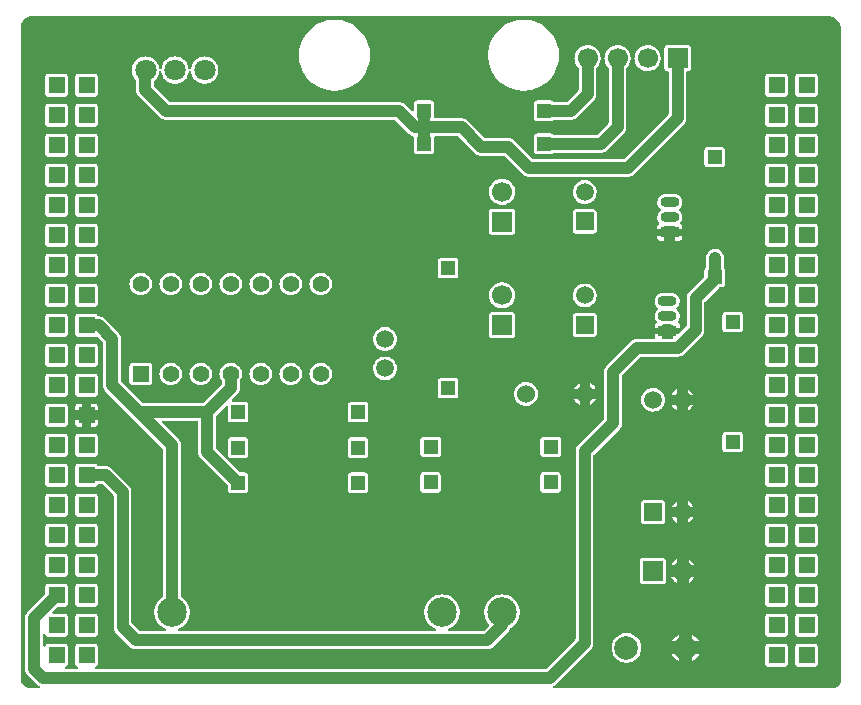
<source format=gbl>
G04 Layer: BottomLayer*
G04 EasyEDA v6.5.42, 2024-06-07 11:44:59*
G04 8452c85e2a7e40808aef99803c7b0139,2402692d15bd446891542ced5281a4ad,10*
G04 Gerber Generator version 0.2*
G04 Scale: 100 percent, Rotated: No, Reflected: No *
G04 Dimensions in millimeters *
G04 leading zeros omitted , absolute positions ,4 integer and 5 decimal *
%FSLAX45Y45*%
%MOMM*%

%ADD10C,1.0000*%
%ADD11C,1.5000*%
%ADD12R,1.2116X1.2116*%
%ADD13R,1.7000X1.7000*%
%ADD14C,1.7000*%
%ADD15C,1.8001*%
%ADD16C,1.5240*%
%ADD17R,1.5000X1.5240*%
%ADD18R,1.5240X1.5000*%
%ADD19O,1.5999968X0.8999982*%
%ADD20R,1.6000X0.9000*%
%ADD21C,2.0000*%
%ADD22C,2.5000*%
%ADD23R,1.4148X1.4148*%
%ADD24R,1.3970X1.3970*%
%ADD25C,1.3970*%
%ADD26C,0.0129*%

%LPD*%
G36*
X-3393084Y-2692501D02*
G01*
X-3404412Y-2691485D01*
X-3415537Y-2689047D01*
X-3426256Y-2685186D01*
X-3436416Y-2680004D01*
X-3445814Y-2673553D01*
X-3454298Y-2665984D01*
X-3461765Y-2657348D01*
X-3468065Y-2647899D01*
X-3473094Y-2637688D01*
X-3476751Y-2626918D01*
X-3479037Y-2615742D01*
X-3479901Y-2604414D01*
X-3479292Y-2590596D01*
X-3479292Y2895396D01*
X-3479037Y2909824D01*
X-3477260Y2921914D01*
X-3473907Y2933649D01*
X-3469081Y2944876D01*
X-3462883Y2955391D01*
X-3455365Y2964992D01*
X-3446627Y2973578D01*
X-3436924Y2980994D01*
X-3426307Y2987040D01*
X-3415029Y2991713D01*
X-3403244Y2994914D01*
X-3391103Y2996539D01*
X-3377996Y2996692D01*
X3363518Y2996692D01*
X3377996Y2995066D01*
X3390849Y2991967D01*
X3403193Y2987294D01*
X3414877Y2981147D01*
X3425748Y2973628D01*
X3435604Y2964840D01*
X3444290Y2954883D01*
X3451707Y2943910D01*
X3457701Y2932176D01*
X3462223Y2919730D01*
X3465169Y2906877D01*
X3466592Y2893618D01*
X3466592Y-2603296D01*
X3467150Y-2617876D01*
X3466084Y-2628544D01*
X3463544Y-2638907D01*
X3459581Y-2648813D01*
X3454298Y-2658110D01*
X3447796Y-2666542D01*
X3440176Y-2674061D01*
X3431590Y-2680411D01*
X3422243Y-2685491D01*
X3412236Y-2689250D01*
X3401822Y-2691587D01*
X3391204Y-2692501D01*
X3377996Y-2691892D01*
X1038961Y-2691892D01*
X1035151Y-2691130D01*
X1031900Y-2688996D01*
X1029665Y-2685796D01*
X1028801Y-2682036D01*
X1029462Y-2678176D01*
X1031494Y-2674874D01*
X1034643Y-2672537D01*
X1038707Y-2670606D01*
X1046226Y-2666085D01*
X1055065Y-2659024D01*
X1350924Y-2363165D01*
X1357985Y-2354326D01*
X1362608Y-2346706D01*
X1363726Y-2344521D01*
X1367129Y-2336292D01*
X1367891Y-2333955D01*
X1370025Y-2325319D01*
X1370431Y-2322880D01*
X1371244Y-2314041D01*
X1371295Y-721461D01*
X1372057Y-717550D01*
X1374292Y-714248D01*
X1592224Y-496265D01*
X1599285Y-487426D01*
X1603908Y-479806D01*
X1605026Y-477621D01*
X1608429Y-469392D01*
X1609191Y-467055D01*
X1611325Y-458419D01*
X1611731Y-455980D01*
X1612544Y-447141D01*
X1612595Y-48361D01*
X1613357Y-44450D01*
X1615592Y-41148D01*
X1768348Y111607D01*
X1771650Y113842D01*
X1775561Y114604D01*
X2085441Y114655D01*
X2094280Y115468D01*
X2096719Y115874D01*
X2105355Y118008D01*
X2107692Y118770D01*
X2115921Y122174D01*
X2118106Y123291D01*
X2125726Y127914D01*
X2134565Y134975D01*
X2290724Y291134D01*
X2297785Y299974D01*
X2302408Y307594D01*
X2303526Y309778D01*
X2306929Y318008D01*
X2307691Y320344D01*
X2309825Y328980D01*
X2310231Y331419D01*
X2311044Y340258D01*
X2311095Y573938D01*
X2311857Y577850D01*
X2314092Y581152D01*
X2430272Y697331D01*
X2433574Y699566D01*
X2437485Y700328D01*
X2457196Y700328D01*
X2463546Y701040D01*
X2468981Y702919D01*
X2473909Y706018D01*
X2477973Y710133D01*
X2481072Y715010D01*
X2482951Y720496D01*
X2483713Y726795D01*
X2483713Y846836D01*
X2482951Y853135D01*
X2481072Y858570D01*
X2477770Y863853D01*
X2476601Y866444D01*
X2476195Y869238D01*
X2476195Y952144D01*
X2475331Y963828D01*
X2472791Y974852D01*
X2468676Y985418D01*
X2462987Y995222D01*
X2455926Y1004112D01*
X2447594Y1011834D01*
X2438247Y1018235D01*
X2428036Y1023112D01*
X2417165Y1026464D01*
X2405989Y1028192D01*
X2394610Y1028192D01*
X2383434Y1026464D01*
X2372563Y1023112D01*
X2362352Y1018235D01*
X2353005Y1011834D01*
X2344674Y1004112D01*
X2337612Y995222D01*
X2331923Y985418D01*
X2327808Y974852D01*
X2325268Y963828D01*
X2324404Y952144D01*
X2324404Y875639D01*
X2323592Y871728D01*
X2321407Y868426D01*
X2316429Y863498D01*
X2313330Y858570D01*
X2311450Y853135D01*
X2310739Y846836D01*
X2310739Y796696D01*
X2309926Y792784D01*
X2307742Y789482D01*
X2179675Y661365D01*
X2172614Y652526D01*
X2167991Y644906D01*
X2166874Y642721D01*
X2163470Y634492D01*
X2162708Y632155D01*
X2160574Y623519D01*
X2160168Y621080D01*
X2159355Y612241D01*
X2159304Y378561D01*
X2158542Y374650D01*
X2156307Y371348D01*
X2090064Y305104D01*
X2086762Y302920D01*
X2082901Y302158D01*
X2043226Y302158D01*
X2043226Y276555D01*
X2042464Y272694D01*
X2040280Y269392D01*
X2036978Y267157D01*
X2033066Y266395D01*
X1960727Y266395D01*
X1956816Y267157D01*
X1953514Y269392D01*
X1951329Y272694D01*
X1950567Y276555D01*
X1950567Y302158D01*
X1890979Y302158D01*
X1890979Y286562D01*
X1892350Y276098D01*
X1891487Y272389D01*
X1889252Y269240D01*
X1886000Y267157D01*
X1882241Y266395D01*
X1737258Y266344D01*
X1728419Y265531D01*
X1725980Y265125D01*
X1717344Y262991D01*
X1715007Y262229D01*
X1706778Y258825D01*
X1704593Y257708D01*
X1696974Y253085D01*
X1688134Y246024D01*
X1481175Y39065D01*
X1474114Y30226D01*
X1469491Y22606D01*
X1468374Y20421D01*
X1464970Y12192D01*
X1464208Y9855D01*
X1462074Y1219D01*
X1461668Y-1219D01*
X1460855Y-10058D01*
X1460804Y-408838D01*
X1460042Y-412750D01*
X1457807Y-416051D01*
X1239875Y-634034D01*
X1232814Y-642874D01*
X1228191Y-650494D01*
X1227074Y-652678D01*
X1223670Y-660908D01*
X1222908Y-663244D01*
X1220774Y-671880D01*
X1220368Y-674319D01*
X1219555Y-683158D01*
X1219504Y-2275738D01*
X1218742Y-2279650D01*
X1216507Y-2282952D01*
X974852Y-2524607D01*
X971550Y-2526842D01*
X967638Y-2527604D01*
X-2838043Y-2527604D01*
X-2842006Y-2526792D01*
X-2845308Y-2524506D01*
X-2847492Y-2521102D01*
X-2848203Y-2517089D01*
X-2847238Y-2513177D01*
X-2844850Y-2509926D01*
X-2841396Y-2507843D01*
X-2839059Y-2507030D01*
X-2834132Y-2503932D01*
X-2830068Y-2499868D01*
X-2826969Y-2494940D01*
X-2825089Y-2489504D01*
X-2824327Y-2483154D01*
X-2824327Y-2342845D01*
X-2825089Y-2336495D01*
X-2826969Y-2331059D01*
X-2830068Y-2326132D01*
X-2834132Y-2322068D01*
X-2839059Y-2318969D01*
X-2844495Y-2317089D01*
X-2850845Y-2316378D01*
X-2991154Y-2316378D01*
X-2997504Y-2317089D01*
X-3002940Y-2318969D01*
X-3007868Y-2322068D01*
X-3011932Y-2326132D01*
X-3015030Y-2331059D01*
X-3016910Y-2336495D01*
X-3017621Y-2342845D01*
X-3017621Y-2483154D01*
X-3016910Y-2489504D01*
X-3015030Y-2494940D01*
X-3011932Y-2499868D01*
X-3007868Y-2503932D01*
X-3002940Y-2507030D01*
X-3000603Y-2507843D01*
X-2997149Y-2509926D01*
X-2994761Y-2513177D01*
X-2993796Y-2517089D01*
X-2994507Y-2521102D01*
X-2996692Y-2524506D01*
X-2999994Y-2526792D01*
X-3003956Y-2527604D01*
X-3092043Y-2527604D01*
X-3096006Y-2526792D01*
X-3099308Y-2524506D01*
X-3101492Y-2521102D01*
X-3102203Y-2517089D01*
X-3101238Y-2513177D01*
X-3098850Y-2509926D01*
X-3095396Y-2507843D01*
X-3093059Y-2507030D01*
X-3088132Y-2503932D01*
X-3084068Y-2499868D01*
X-3080969Y-2494940D01*
X-3079089Y-2489504D01*
X-3078327Y-2483154D01*
X-3078327Y-2342845D01*
X-3079089Y-2336495D01*
X-3080969Y-2331059D01*
X-3084068Y-2326132D01*
X-3088132Y-2322068D01*
X-3093059Y-2318969D01*
X-3098495Y-2317089D01*
X-3104845Y-2316378D01*
X-3245154Y-2316378D01*
X-3251504Y-2317089D01*
X-3256940Y-2318969D01*
X-3261867Y-2322068D01*
X-3265932Y-2326132D01*
X-3269030Y-2331059D01*
X-3269843Y-2333396D01*
X-3271926Y-2336850D01*
X-3275177Y-2339238D01*
X-3279089Y-2340203D01*
X-3283102Y-2339492D01*
X-3286506Y-2337308D01*
X-3288792Y-2334006D01*
X-3289604Y-2330043D01*
X-3289604Y-2241956D01*
X-3288792Y-2237994D01*
X-3286506Y-2234692D01*
X-3283102Y-2232507D01*
X-3279089Y-2231796D01*
X-3275177Y-2232761D01*
X-3271926Y-2235149D01*
X-3269843Y-2238603D01*
X-3269030Y-2240940D01*
X-3265932Y-2245868D01*
X-3261867Y-2249932D01*
X-3256940Y-2253030D01*
X-3251504Y-2254910D01*
X-3245154Y-2255672D01*
X-3104845Y-2255672D01*
X-3098495Y-2254910D01*
X-3093059Y-2253030D01*
X-3088132Y-2249932D01*
X-3084068Y-2245868D01*
X-3080969Y-2240940D01*
X-3079089Y-2235504D01*
X-3078327Y-2229154D01*
X-3078327Y-2088845D01*
X-3079089Y-2082495D01*
X-3080969Y-2077059D01*
X-3084068Y-2072132D01*
X-3088132Y-2068068D01*
X-3093059Y-2064969D01*
X-3098495Y-2063089D01*
X-3104845Y-2062378D01*
X-3200450Y-2062378D01*
X-3204362Y-2061565D01*
X-3207664Y-2059381D01*
X-3209848Y-2056079D01*
X-3210610Y-2052218D01*
X-3209848Y-2048306D01*
X-3207664Y-2045004D01*
X-3167278Y-2004618D01*
X-3163976Y-2002434D01*
X-3160064Y-2001672D01*
X-3104845Y-2001672D01*
X-3098495Y-2000910D01*
X-3093059Y-1999030D01*
X-3088132Y-1995932D01*
X-3084068Y-1991868D01*
X-3080969Y-1986940D01*
X-3079089Y-1981504D01*
X-3078327Y-1975154D01*
X-3078327Y-1834845D01*
X-3079089Y-1828495D01*
X-3080969Y-1823059D01*
X-3084068Y-1818132D01*
X-3088132Y-1814068D01*
X-3093059Y-1810969D01*
X-3098495Y-1809089D01*
X-3104845Y-1808378D01*
X-3245154Y-1808378D01*
X-3251504Y-1809089D01*
X-3256940Y-1810969D01*
X-3261867Y-1814068D01*
X-3265932Y-1818132D01*
X-3269030Y-1823059D01*
X-3270910Y-1828495D01*
X-3271621Y-1834845D01*
X-3271621Y-1890064D01*
X-3272434Y-1893976D01*
X-3274618Y-1897278D01*
X-3421024Y-2043734D01*
X-3428085Y-2052574D01*
X-3432708Y-2060193D01*
X-3433826Y-2062378D01*
X-3437229Y-2070607D01*
X-3437991Y-2072944D01*
X-3440125Y-2081580D01*
X-3440531Y-2084019D01*
X-3441344Y-2092858D01*
X-3441344Y-2529941D01*
X-3440531Y-2538780D01*
X-3440125Y-2541219D01*
X-3437991Y-2549855D01*
X-3437229Y-2552192D01*
X-3433826Y-2560421D01*
X-3432708Y-2562606D01*
X-3428085Y-2570226D01*
X-3421024Y-2579065D01*
X-3341065Y-2659024D01*
X-3332226Y-2666085D01*
X-3324707Y-2670606D01*
X-3320643Y-2672537D01*
X-3317494Y-2674874D01*
X-3315462Y-2678176D01*
X-3314801Y-2682036D01*
X-3315665Y-2685796D01*
X-3317900Y-2688996D01*
X-3321151Y-2691130D01*
X-3324961Y-2691892D01*
X-3379622Y-2691942D01*
G37*

%LPC*%
G36*
X3104845Y-2509672D02*
G01*
X3245154Y-2509672D01*
X3251504Y-2508910D01*
X3256940Y-2507030D01*
X3261867Y-2503932D01*
X3265932Y-2499868D01*
X3269030Y-2494940D01*
X3270910Y-2489504D01*
X3271672Y-2483154D01*
X3271672Y-2342845D01*
X3270910Y-2336495D01*
X3269030Y-2331059D01*
X3265932Y-2326132D01*
X3261867Y-2322068D01*
X3256940Y-2318969D01*
X3251504Y-2317089D01*
X3245154Y-2316378D01*
X3104845Y-2316378D01*
X3098495Y-2317089D01*
X3093059Y-2318969D01*
X3088132Y-2322068D01*
X3084068Y-2326132D01*
X3080969Y-2331059D01*
X3079089Y-2336495D01*
X3078327Y-2342845D01*
X3078327Y-2483154D01*
X3079089Y-2489504D01*
X3080969Y-2494940D01*
X3084068Y-2499868D01*
X3088132Y-2503932D01*
X3093059Y-2507030D01*
X3098495Y-2508910D01*
G37*
G36*
X2850845Y-2509672D02*
G01*
X2991154Y-2509672D01*
X2997504Y-2508910D01*
X3002940Y-2507030D01*
X3007868Y-2503932D01*
X3011932Y-2499868D01*
X3015030Y-2494940D01*
X3016910Y-2489504D01*
X3017672Y-2483154D01*
X3017672Y-2342845D01*
X3016910Y-2336495D01*
X3015030Y-2331059D01*
X3011932Y-2326132D01*
X3007868Y-2322068D01*
X3002940Y-2318969D01*
X2997504Y-2317089D01*
X2991154Y-2316378D01*
X2850845Y-2316378D01*
X2844495Y-2317089D01*
X2839059Y-2318969D01*
X2834132Y-2322068D01*
X2830068Y-2326132D01*
X2826969Y-2331059D01*
X2825089Y-2336495D01*
X2824327Y-2342845D01*
X2824327Y-2483154D01*
X2825089Y-2489504D01*
X2826969Y-2494940D01*
X2830068Y-2499868D01*
X2834132Y-2503932D01*
X2839059Y-2507030D01*
X2844495Y-2508910D01*
G37*
G36*
X1649984Y-2475890D02*
G01*
X1665173Y-2474976D01*
X1680108Y-2472232D01*
X1694637Y-2467711D01*
X1708505Y-2461463D01*
X1721510Y-2453589D01*
X1733448Y-2444242D01*
X1744218Y-2433472D01*
X1753565Y-2421483D01*
X1761439Y-2408478D01*
X1767687Y-2394661D01*
X1772208Y-2380132D01*
X1774952Y-2365146D01*
X1775866Y-2350008D01*
X1774952Y-2334818D01*
X1772208Y-2319883D01*
X1767687Y-2305354D01*
X1761439Y-2291486D01*
X1753565Y-2278481D01*
X1744218Y-2266492D01*
X1733448Y-2255774D01*
X1721510Y-2246376D01*
X1708505Y-2238502D01*
X1694637Y-2232304D01*
X1680108Y-2227783D01*
X1665173Y-2225040D01*
X1649984Y-2224125D01*
X1634794Y-2225040D01*
X1619859Y-2227783D01*
X1605330Y-2232304D01*
X1591462Y-2238502D01*
X1578457Y-2246376D01*
X1566519Y-2255774D01*
X1555750Y-2266492D01*
X1546402Y-2278481D01*
X1538528Y-2291486D01*
X1532280Y-2305354D01*
X1527759Y-2319883D01*
X1525016Y-2334818D01*
X1524101Y-2350008D01*
X1525016Y-2365146D01*
X1527759Y-2380132D01*
X1532280Y-2394661D01*
X1538528Y-2408478D01*
X1546402Y-2421483D01*
X1555750Y-2433472D01*
X1566519Y-2444242D01*
X1578457Y-2453589D01*
X1591462Y-2461463D01*
X1605330Y-2467711D01*
X1619859Y-2472232D01*
X1634794Y-2474976D01*
G37*
G36*
X2206345Y-2462428D02*
G01*
X2208479Y-2461463D01*
X2221484Y-2453589D01*
X2233472Y-2444242D01*
X2244191Y-2433472D01*
X2253589Y-2421483D01*
X2261463Y-2408478D01*
X2262428Y-2406345D01*
X2206345Y-2406345D01*
G37*
G36*
X2093620Y-2462428D02*
G01*
X2093620Y-2406345D01*
X2037537Y-2406345D01*
X2038502Y-2408478D01*
X2046376Y-2421483D01*
X2055774Y-2433472D01*
X2066493Y-2444242D01*
X2078482Y-2453589D01*
X2091486Y-2461463D01*
G37*
G36*
X-2501798Y-2361895D02*
G01*
X472541Y-2361844D01*
X481380Y-2361031D01*
X483819Y-2360625D01*
X492455Y-2358491D01*
X494792Y-2357729D01*
X503021Y-2354326D01*
X505206Y-2353208D01*
X512826Y-2348585D01*
X521665Y-2341524D01*
X652424Y-2210765D01*
X659485Y-2201926D01*
X664108Y-2194306D01*
X667867Y-2185517D01*
X669696Y-2182622D01*
X672388Y-2180488D01*
X677265Y-2177745D01*
X691083Y-2167991D01*
X703681Y-2156714D01*
X714959Y-2144064D01*
X724763Y-2130298D01*
X732942Y-2115464D01*
X739444Y-2099818D01*
X744118Y-2083562D01*
X746963Y-2066899D01*
X747877Y-2049983D01*
X746963Y-2033117D01*
X744118Y-2016404D01*
X739444Y-2000148D01*
X732942Y-1984502D01*
X724763Y-1969719D01*
X714959Y-1955901D01*
X703681Y-1943303D01*
X691083Y-1932025D01*
X677265Y-1922221D01*
X662482Y-1914042D01*
X646836Y-1907590D01*
X630580Y-1902866D01*
X613918Y-1900072D01*
X597001Y-1899107D01*
X580085Y-1900072D01*
X563422Y-1902866D01*
X547166Y-1907590D01*
X531520Y-1914042D01*
X516737Y-1922221D01*
X502920Y-1932025D01*
X490321Y-1943303D01*
X479043Y-1955901D01*
X469239Y-1969719D01*
X461060Y-1984502D01*
X454558Y-2000148D01*
X449884Y-2016404D01*
X447040Y-2033117D01*
X446125Y-2049983D01*
X447040Y-2066899D01*
X449884Y-2083562D01*
X454558Y-2099818D01*
X461060Y-2115464D01*
X469239Y-2130298D01*
X479043Y-2144064D01*
X484632Y-2150364D01*
X486613Y-2153615D01*
X487222Y-2157425D01*
X486409Y-2161133D01*
X484225Y-2164283D01*
X441451Y-2207107D01*
X438150Y-2209342D01*
X434238Y-2210104D01*
X147269Y-2210104D01*
X143357Y-2209342D01*
X140055Y-2207107D01*
X137871Y-2203805D01*
X137109Y-2199944D01*
X137871Y-2196033D01*
X140055Y-2192731D01*
X143357Y-2190546D01*
X154482Y-2185924D01*
X169265Y-2177745D01*
X183083Y-2167991D01*
X195681Y-2156714D01*
X206959Y-2144064D01*
X216763Y-2130298D01*
X224942Y-2115464D01*
X231444Y-2099818D01*
X236118Y-2083562D01*
X238963Y-2066899D01*
X239877Y-2049983D01*
X238963Y-2033117D01*
X236118Y-2016404D01*
X231444Y-2000148D01*
X224942Y-1984502D01*
X216763Y-1969719D01*
X206959Y-1955901D01*
X195681Y-1943303D01*
X183083Y-1932025D01*
X169265Y-1922221D01*
X154482Y-1914042D01*
X138836Y-1907590D01*
X122580Y-1902866D01*
X105918Y-1900072D01*
X89001Y-1899107D01*
X72085Y-1900072D01*
X55422Y-1902866D01*
X39166Y-1907590D01*
X23520Y-1914042D01*
X8737Y-1922221D01*
X-5080Y-1932025D01*
X-17678Y-1943303D01*
X-28956Y-1955901D01*
X-38760Y-1969719D01*
X-46939Y-1984502D01*
X-53441Y-2000148D01*
X-58115Y-2016404D01*
X-60960Y-2033117D01*
X-61874Y-2049983D01*
X-60960Y-2066899D01*
X-58115Y-2083562D01*
X-53441Y-2099818D01*
X-46939Y-2115464D01*
X-38760Y-2130298D01*
X-28956Y-2144064D01*
X-17678Y-2156714D01*
X-5080Y-2167991D01*
X8737Y-2177745D01*
X23520Y-2185924D01*
X34645Y-2190546D01*
X37947Y-2192731D01*
X40132Y-2196033D01*
X40894Y-2199944D01*
X40132Y-2203805D01*
X37947Y-2207107D01*
X34645Y-2209342D01*
X30733Y-2210104D01*
X-2138730Y-2210104D01*
X-2142642Y-2209342D01*
X-2145944Y-2207107D01*
X-2148128Y-2203805D01*
X-2148890Y-2199944D01*
X-2148128Y-2196033D01*
X-2145944Y-2192731D01*
X-2142642Y-2190546D01*
X-2131517Y-2185924D01*
X-2116734Y-2177745D01*
X-2102916Y-2167991D01*
X-2090318Y-2156714D01*
X-2079040Y-2144064D01*
X-2069236Y-2130298D01*
X-2061057Y-2115464D01*
X-2054555Y-2099818D01*
X-2049881Y-2083562D01*
X-2047036Y-2066899D01*
X-2046122Y-2049983D01*
X-2047036Y-2033117D01*
X-2049881Y-2016404D01*
X-2054555Y-2000148D01*
X-2061057Y-1984502D01*
X-2069236Y-1969719D01*
X-2079040Y-1955901D01*
X-2090318Y-1943303D01*
X-2102916Y-1932025D01*
X-2116785Y-1922170D01*
X-2119122Y-1919935D01*
X-2120595Y-1917039D01*
X-2121103Y-1913889D01*
X-2121154Y-632460D01*
X-2121966Y-623620D01*
X-2122373Y-621182D01*
X-2124506Y-612546D01*
X-2125268Y-610209D01*
X-2128672Y-601980D01*
X-2129790Y-599795D01*
X-2134412Y-592175D01*
X-2141474Y-583336D01*
X-2278989Y-445770D01*
X-2281174Y-442468D01*
X-2281986Y-438556D01*
X-2281174Y-434695D01*
X-2278989Y-431393D01*
X-2275687Y-429158D01*
X-2271826Y-428396D01*
X-1984502Y-428396D01*
X-1980641Y-429158D01*
X-1977339Y-431393D01*
X-1975104Y-434695D01*
X-1974342Y-438556D01*
X-1974291Y-694994D01*
X-1973478Y-703884D01*
X-1973072Y-706272D01*
X-1970938Y-714908D01*
X-1966722Y-725474D01*
X-1965655Y-727659D01*
X-1961032Y-735279D01*
X-1953971Y-744118D01*
X-1727758Y-970381D01*
X-1725574Y-973683D01*
X-1724761Y-977595D01*
X-1724761Y-1012494D01*
X-1724050Y-1018844D01*
X-1722170Y-1024280D01*
X-1719072Y-1029208D01*
X-1715007Y-1033271D01*
X-1710080Y-1036370D01*
X-1704644Y-1038250D01*
X-1698294Y-1039012D01*
X-1578305Y-1039012D01*
X-1571955Y-1038250D01*
X-1566519Y-1036370D01*
X-1561592Y-1033271D01*
X-1557528Y-1029208D01*
X-1554429Y-1024280D01*
X-1552549Y-1018844D01*
X-1551787Y-1012494D01*
X-1551787Y-892505D01*
X-1552549Y-886155D01*
X-1554429Y-880719D01*
X-1557528Y-875792D01*
X-1561592Y-871728D01*
X-1566519Y-868629D01*
X-1571955Y-866749D01*
X-1578305Y-866038D01*
X-1613204Y-866038D01*
X-1617116Y-865225D01*
X-1620418Y-863041D01*
X-1819554Y-663905D01*
X-1821738Y-660603D01*
X-1822551Y-656691D01*
X-1822551Y-388162D01*
X-1821738Y-384251D01*
X-1819554Y-380949D01*
X-1742135Y-303530D01*
X-1738833Y-301345D01*
X-1734921Y-300583D01*
X-1731060Y-301345D01*
X-1727758Y-303530D01*
X-1725574Y-306832D01*
X-1724761Y-310743D01*
X-1724761Y-415594D01*
X-1724050Y-421944D01*
X-1722170Y-427380D01*
X-1719072Y-432308D01*
X-1715007Y-436372D01*
X-1710080Y-439470D01*
X-1704644Y-441350D01*
X-1698294Y-442112D01*
X-1578305Y-442112D01*
X-1571955Y-441350D01*
X-1566519Y-439470D01*
X-1561592Y-436372D01*
X-1557528Y-432308D01*
X-1554429Y-427380D01*
X-1552549Y-421944D01*
X-1551787Y-415594D01*
X-1551787Y-295605D01*
X-1552549Y-289255D01*
X-1554429Y-283819D01*
X-1557528Y-278892D01*
X-1561592Y-274828D01*
X-1566519Y-271729D01*
X-1571955Y-269849D01*
X-1578305Y-269138D01*
X-1683156Y-269138D01*
X-1687068Y-268325D01*
X-1690370Y-266141D01*
X-1692554Y-262839D01*
X-1693316Y-258978D01*
X-1692554Y-255066D01*
X-1690370Y-251764D01*
X-1644497Y-205841D01*
X-1638807Y-198983D01*
X-1637385Y-196951D01*
X-1632813Y-189382D01*
X-1631696Y-187147D01*
X-1628292Y-178968D01*
X-1627530Y-176631D01*
X-1625396Y-167995D01*
X-1624990Y-165557D01*
X-1624126Y-156718D01*
X-1624076Y-92303D01*
X-1623618Y-89255D01*
X-1622247Y-86461D01*
X-1618183Y-80721D01*
X-1612188Y-69138D01*
X-1607820Y-56845D01*
X-1605178Y-44043D01*
X-1604264Y-30988D01*
X-1605178Y-17983D01*
X-1607820Y-5181D01*
X-1612188Y7162D01*
X-1618183Y18745D01*
X-1625752Y29413D01*
X-1634642Y38963D01*
X-1644802Y47193D01*
X-1655927Y54000D01*
X-1667916Y59182D01*
X-1680514Y62738D01*
X-1693468Y64516D01*
X-1706524Y64516D01*
X-1719478Y62738D01*
X-1732076Y59182D01*
X-1744065Y54000D01*
X-1755190Y47193D01*
X-1765350Y38963D01*
X-1774240Y29413D01*
X-1781810Y18745D01*
X-1787804Y7162D01*
X-1792173Y-5181D01*
X-1794814Y-17983D01*
X-1795729Y-30988D01*
X-1794814Y-44043D01*
X-1792173Y-56845D01*
X-1787804Y-69138D01*
X-1781810Y-80721D01*
X-1777746Y-86461D01*
X-1776374Y-89255D01*
X-1775917Y-92303D01*
X-1775917Y-118414D01*
X-1776679Y-122275D01*
X-1778863Y-125577D01*
X-1926894Y-273608D01*
X-1930196Y-275844D01*
X-1934108Y-276606D01*
X-2443937Y-276606D01*
X-2447848Y-275844D01*
X-2451150Y-273608D01*
X-2626207Y-98552D01*
X-2628442Y-95250D01*
X-2629204Y-91338D01*
X-2629255Y269341D01*
X-2630068Y278180D01*
X-2630474Y280619D01*
X-2632608Y289255D01*
X-2633370Y291592D01*
X-2636774Y299821D01*
X-2637891Y302006D01*
X-2642514Y309626D01*
X-2649575Y318465D01*
X-2767634Y436524D01*
X-2776474Y443585D01*
X-2784094Y448208D01*
X-2786278Y449326D01*
X-2794508Y452729D01*
X-2796844Y453491D01*
X-2805480Y455625D01*
X-2807817Y456031D01*
X-2818384Y456844D01*
X-2821482Y457555D01*
X-2824226Y459232D01*
X-2826258Y461670D01*
X-2830118Y467918D01*
X-2834132Y471932D01*
X-2839059Y475030D01*
X-2844495Y476910D01*
X-2850845Y477621D01*
X-2991154Y477621D01*
X-2997504Y476910D01*
X-3002940Y475030D01*
X-3007868Y471932D01*
X-3011932Y467868D01*
X-3015030Y462940D01*
X-3016910Y457504D01*
X-3017621Y451154D01*
X-3017621Y310845D01*
X-3016910Y304495D01*
X-3015030Y299059D01*
X-3011932Y294132D01*
X-3007868Y290068D01*
X-3002940Y286969D01*
X-2997504Y285089D01*
X-2991154Y284327D01*
X-2850845Y284327D01*
X-2844495Y285089D01*
X-2840380Y286512D01*
X-2836672Y287070D01*
X-2832963Y286207D01*
X-2829864Y284124D01*
X-2783992Y238252D01*
X-2781757Y234950D01*
X-2780995Y231038D01*
X-2780944Y-129641D01*
X-2780131Y-138480D01*
X-2779725Y-140919D01*
X-2777591Y-149555D01*
X-2776829Y-151892D01*
X-2773426Y-160121D01*
X-2772308Y-162306D01*
X-2767685Y-169926D01*
X-2760624Y-178765D01*
X-2275890Y-663549D01*
X-2273655Y-666851D01*
X-2272893Y-670763D01*
X-2272893Y-1913889D01*
X-2273401Y-1917039D01*
X-2274874Y-1919935D01*
X-2277211Y-1922170D01*
X-2291080Y-1932025D01*
X-2303678Y-1943303D01*
X-2314956Y-1955901D01*
X-2324760Y-1969719D01*
X-2332939Y-1984502D01*
X-2339441Y-2000148D01*
X-2344115Y-2016404D01*
X-2346960Y-2033117D01*
X-2347874Y-2049983D01*
X-2346960Y-2066899D01*
X-2344115Y-2083562D01*
X-2339441Y-2099818D01*
X-2332939Y-2115464D01*
X-2324760Y-2130298D01*
X-2314956Y-2144064D01*
X-2303678Y-2156714D01*
X-2291080Y-2167991D01*
X-2277262Y-2177745D01*
X-2262479Y-2185924D01*
X-2251354Y-2190546D01*
X-2248052Y-2192731D01*
X-2245868Y-2196033D01*
X-2245106Y-2199944D01*
X-2245868Y-2203805D01*
X-2248052Y-2207107D01*
X-2251354Y-2209342D01*
X-2255266Y-2210104D01*
X-2466238Y-2210104D01*
X-2470150Y-2209342D01*
X-2473452Y-2207107D01*
X-2537307Y-2143252D01*
X-2539542Y-2139950D01*
X-2540304Y-2136038D01*
X-2540355Y-1026058D01*
X-2541168Y-1017219D01*
X-2541574Y-1014780D01*
X-2543708Y-1006144D01*
X-2544470Y-1003808D01*
X-2547874Y-995578D01*
X-2548991Y-993394D01*
X-2553614Y-985774D01*
X-2560675Y-976934D01*
X-2704134Y-833475D01*
X-2712974Y-826414D01*
X-2720594Y-821791D01*
X-2722778Y-820674D01*
X-2731008Y-817270D01*
X-2733344Y-816508D01*
X-2741980Y-814374D01*
X-2744419Y-813968D01*
X-2753258Y-813155D01*
X-2817672Y-813104D01*
X-2821025Y-812495D01*
X-2824022Y-810818D01*
X-2826308Y-808278D01*
X-2830068Y-802132D01*
X-2834132Y-798068D01*
X-2839059Y-794969D01*
X-2844495Y-793089D01*
X-2850845Y-792378D01*
X-2991154Y-792378D01*
X-2997504Y-793089D01*
X-3002940Y-794969D01*
X-3007868Y-798068D01*
X-3011932Y-802132D01*
X-3015030Y-807059D01*
X-3016910Y-812495D01*
X-3017621Y-818845D01*
X-3017621Y-959154D01*
X-3016910Y-965504D01*
X-3015030Y-970940D01*
X-3011932Y-975868D01*
X-3007868Y-979932D01*
X-3002940Y-983030D01*
X-2997504Y-984910D01*
X-2991154Y-985672D01*
X-2850845Y-985672D01*
X-2844495Y-984910D01*
X-2839059Y-983030D01*
X-2834132Y-979932D01*
X-2830068Y-975868D01*
X-2826308Y-969721D01*
X-2824022Y-967181D01*
X-2821025Y-965504D01*
X-2817672Y-964895D01*
X-2791561Y-964895D01*
X-2787650Y-965657D01*
X-2784348Y-967892D01*
X-2695092Y-1057148D01*
X-2692857Y-1060450D01*
X-2692095Y-1064361D01*
X-2692044Y-2174341D01*
X-2691231Y-2183180D01*
X-2690825Y-2185619D01*
X-2688691Y-2194255D01*
X-2687929Y-2196592D01*
X-2684526Y-2204821D01*
X-2683408Y-2207006D01*
X-2678785Y-2214626D01*
X-2671724Y-2223465D01*
X-2553665Y-2341524D01*
X-2544826Y-2348585D01*
X-2537206Y-2353208D01*
X-2535021Y-2354326D01*
X-2526792Y-2357729D01*
X-2524455Y-2358491D01*
X-2515819Y-2360625D01*
X-2513380Y-2361031D01*
X-2504541Y-2361844D01*
G37*
G36*
X2037537Y-2293670D02*
G01*
X2093620Y-2293670D01*
X2093620Y-2237536D01*
X2091486Y-2238502D01*
X2078482Y-2246376D01*
X2066493Y-2255774D01*
X2055774Y-2266492D01*
X2046376Y-2278481D01*
X2038502Y-2291486D01*
G37*
G36*
X2206345Y-2293670D02*
G01*
X2262428Y-2293670D01*
X2261463Y-2291486D01*
X2253589Y-2278481D01*
X2244191Y-2266492D01*
X2233472Y-2255774D01*
X2221484Y-2246376D01*
X2208479Y-2238502D01*
X2206345Y-2237536D01*
G37*
G36*
X-2991154Y-2255672D02*
G01*
X-2850845Y-2255672D01*
X-2844495Y-2254910D01*
X-2839059Y-2253030D01*
X-2834132Y-2249932D01*
X-2830068Y-2245868D01*
X-2826969Y-2240940D01*
X-2825089Y-2235504D01*
X-2824327Y-2229154D01*
X-2824327Y-2088845D01*
X-2825089Y-2082495D01*
X-2826969Y-2077059D01*
X-2830068Y-2072132D01*
X-2834132Y-2068068D01*
X-2839059Y-2064969D01*
X-2844495Y-2063089D01*
X-2850845Y-2062378D01*
X-2991154Y-2062378D01*
X-2997504Y-2063089D01*
X-3002940Y-2064969D01*
X-3007868Y-2068068D01*
X-3011932Y-2072132D01*
X-3015030Y-2077059D01*
X-3016910Y-2082495D01*
X-3017621Y-2088845D01*
X-3017621Y-2229154D01*
X-3016910Y-2235504D01*
X-3015030Y-2240940D01*
X-3011932Y-2245868D01*
X-3007868Y-2249932D01*
X-3002940Y-2253030D01*
X-2997504Y-2254910D01*
G37*
G36*
X3104845Y-2255672D02*
G01*
X3245154Y-2255672D01*
X3251504Y-2254910D01*
X3256940Y-2253030D01*
X3261867Y-2249932D01*
X3265932Y-2245868D01*
X3269030Y-2240940D01*
X3270910Y-2235504D01*
X3271672Y-2229154D01*
X3271672Y-2088845D01*
X3270910Y-2082495D01*
X3269030Y-2077059D01*
X3265932Y-2072132D01*
X3261867Y-2068068D01*
X3256940Y-2064969D01*
X3251504Y-2063089D01*
X3245154Y-2062378D01*
X3104845Y-2062378D01*
X3098495Y-2063089D01*
X3093059Y-2064969D01*
X3088132Y-2068068D01*
X3084068Y-2072132D01*
X3080969Y-2077059D01*
X3079089Y-2082495D01*
X3078327Y-2088845D01*
X3078327Y-2229154D01*
X3079089Y-2235504D01*
X3080969Y-2240940D01*
X3084068Y-2245868D01*
X3088132Y-2249932D01*
X3093059Y-2253030D01*
X3098495Y-2254910D01*
G37*
G36*
X2850845Y-2255672D02*
G01*
X2991154Y-2255672D01*
X2997504Y-2254910D01*
X3002940Y-2253030D01*
X3007868Y-2249932D01*
X3011932Y-2245868D01*
X3015030Y-2240940D01*
X3016910Y-2235504D01*
X3017672Y-2229154D01*
X3017672Y-2088845D01*
X3016910Y-2082495D01*
X3015030Y-2077059D01*
X3011932Y-2072132D01*
X3007868Y-2068068D01*
X3002940Y-2064969D01*
X2997504Y-2063089D01*
X2991154Y-2062378D01*
X2850845Y-2062378D01*
X2844495Y-2063089D01*
X2839059Y-2064969D01*
X2834132Y-2068068D01*
X2830068Y-2072132D01*
X2826969Y-2077059D01*
X2825089Y-2082495D01*
X2824327Y-2088845D01*
X2824327Y-2229154D01*
X2825089Y-2235504D01*
X2826969Y-2240940D01*
X2830068Y-2245868D01*
X2834132Y-2249932D01*
X2839059Y-2253030D01*
X2844495Y-2254910D01*
G37*
G36*
X-2991154Y-2001672D02*
G01*
X-2850845Y-2001672D01*
X-2844495Y-2000910D01*
X-2839059Y-1999030D01*
X-2834132Y-1995932D01*
X-2830068Y-1991868D01*
X-2826969Y-1986940D01*
X-2825089Y-1981504D01*
X-2824327Y-1975154D01*
X-2824327Y-1834845D01*
X-2825089Y-1828495D01*
X-2826969Y-1823059D01*
X-2830068Y-1818132D01*
X-2834132Y-1814068D01*
X-2839059Y-1810969D01*
X-2844495Y-1809089D01*
X-2850845Y-1808378D01*
X-2991154Y-1808378D01*
X-2997504Y-1809089D01*
X-3002940Y-1810969D01*
X-3007868Y-1814068D01*
X-3011932Y-1818132D01*
X-3015030Y-1823059D01*
X-3016910Y-1828495D01*
X-3017621Y-1834845D01*
X-3017621Y-1975154D01*
X-3016910Y-1981504D01*
X-3015030Y-1986940D01*
X-3011932Y-1991868D01*
X-3007868Y-1995932D01*
X-3002940Y-1999030D01*
X-2997504Y-2000910D01*
G37*
G36*
X2850845Y-2001672D02*
G01*
X2991154Y-2001672D01*
X2997504Y-2000910D01*
X3002940Y-1999030D01*
X3007868Y-1995932D01*
X3011932Y-1991868D01*
X3015030Y-1986940D01*
X3016910Y-1981504D01*
X3017672Y-1975154D01*
X3017672Y-1834845D01*
X3016910Y-1828495D01*
X3015030Y-1823059D01*
X3011932Y-1818132D01*
X3007868Y-1814068D01*
X3002940Y-1810969D01*
X2997504Y-1809089D01*
X2991154Y-1808378D01*
X2850845Y-1808378D01*
X2844495Y-1809089D01*
X2839059Y-1810969D01*
X2834132Y-1814068D01*
X2830068Y-1818132D01*
X2826969Y-1823059D01*
X2825089Y-1828495D01*
X2824327Y-1834845D01*
X2824327Y-1975154D01*
X2825089Y-1981504D01*
X2826969Y-1986940D01*
X2830068Y-1991868D01*
X2834132Y-1995932D01*
X2839059Y-1999030D01*
X2844495Y-2000910D01*
G37*
G36*
X3104845Y-2001672D02*
G01*
X3245154Y-2001672D01*
X3251504Y-2000910D01*
X3256940Y-1999030D01*
X3261867Y-1995932D01*
X3265932Y-1991868D01*
X3269030Y-1986940D01*
X3270910Y-1981504D01*
X3271672Y-1975154D01*
X3271672Y-1834845D01*
X3270910Y-1828495D01*
X3269030Y-1823059D01*
X3265932Y-1818132D01*
X3261867Y-1814068D01*
X3256940Y-1810969D01*
X3251504Y-1809089D01*
X3245154Y-1808378D01*
X3104845Y-1808378D01*
X3098495Y-1809089D01*
X3093059Y-1810969D01*
X3088132Y-1814068D01*
X3084068Y-1818132D01*
X3080969Y-1823059D01*
X3079089Y-1828495D01*
X3078327Y-1834845D01*
X3078327Y-1975154D01*
X3079089Y-1981504D01*
X3080969Y-1986940D01*
X3084068Y-1991868D01*
X3088132Y-1995932D01*
X3093059Y-1999030D01*
X3098495Y-2000910D01*
G37*
G36*
X1788566Y-1810918D02*
G01*
X1957425Y-1810918D01*
X1963724Y-1810207D01*
X1969211Y-1808276D01*
X1974088Y-1805178D01*
X1978202Y-1801114D01*
X1981301Y-1796186D01*
X1983181Y-1790750D01*
X1983892Y-1784400D01*
X1983892Y-1615592D01*
X1983181Y-1609242D01*
X1981301Y-1603806D01*
X1978202Y-1598879D01*
X1974088Y-1594815D01*
X1969211Y-1591716D01*
X1963724Y-1589786D01*
X1957425Y-1589074D01*
X1788566Y-1589074D01*
X1782267Y-1589786D01*
X1776780Y-1591716D01*
X1771904Y-1594815D01*
X1767789Y-1598879D01*
X1764690Y-1603806D01*
X1762810Y-1609242D01*
X1762099Y-1615592D01*
X1762099Y-1784400D01*
X1762810Y-1790750D01*
X1764690Y-1796186D01*
X1767789Y-1801114D01*
X1771904Y-1805178D01*
X1776780Y-1808276D01*
X1782267Y-1810207D01*
G37*
G36*
X2078126Y-1799386D02*
G01*
X2078126Y-1748840D01*
X2027529Y-1748840D01*
X2034082Y-1760474D01*
X2042566Y-1771853D01*
X2052421Y-1782064D01*
X2063546Y-1790954D01*
X2075688Y-1798320D01*
G37*
G36*
X2175865Y-1799336D02*
G01*
X2184501Y-1794814D01*
X2196134Y-1786686D01*
X2206650Y-1777136D01*
X2215845Y-1766316D01*
X2223617Y-1754428D01*
X2226310Y-1748840D01*
X2175865Y-1748840D01*
G37*
G36*
X-2991154Y-1747672D02*
G01*
X-2850845Y-1747672D01*
X-2844495Y-1746910D01*
X-2839059Y-1745030D01*
X-2834132Y-1741932D01*
X-2830068Y-1737868D01*
X-2826969Y-1732940D01*
X-2825089Y-1727504D01*
X-2824327Y-1721154D01*
X-2824327Y-1580845D01*
X-2825089Y-1574495D01*
X-2826969Y-1569059D01*
X-2830068Y-1564132D01*
X-2834132Y-1560068D01*
X-2839059Y-1556969D01*
X-2844495Y-1555089D01*
X-2850845Y-1554378D01*
X-2991154Y-1554378D01*
X-2997504Y-1555089D01*
X-3002940Y-1556969D01*
X-3007868Y-1560068D01*
X-3011932Y-1564132D01*
X-3015030Y-1569059D01*
X-3016910Y-1574495D01*
X-3017621Y-1580845D01*
X-3017621Y-1721154D01*
X-3016910Y-1727504D01*
X-3015030Y-1732940D01*
X-3011932Y-1737868D01*
X-3007868Y-1741932D01*
X-3002940Y-1745030D01*
X-2997504Y-1746910D01*
G37*
G36*
X-3245154Y-1747672D02*
G01*
X-3104845Y-1747672D01*
X-3098495Y-1746910D01*
X-3093059Y-1745030D01*
X-3088132Y-1741932D01*
X-3084068Y-1737868D01*
X-3080969Y-1732940D01*
X-3079089Y-1727504D01*
X-3078327Y-1721154D01*
X-3078327Y-1580845D01*
X-3079089Y-1574495D01*
X-3080969Y-1569059D01*
X-3084068Y-1564132D01*
X-3088132Y-1560068D01*
X-3093059Y-1556969D01*
X-3098495Y-1555089D01*
X-3104845Y-1554378D01*
X-3245154Y-1554378D01*
X-3251504Y-1555089D01*
X-3256940Y-1556969D01*
X-3261867Y-1560068D01*
X-3265932Y-1564132D01*
X-3269030Y-1569059D01*
X-3270910Y-1574495D01*
X-3271621Y-1580845D01*
X-3271621Y-1721154D01*
X-3270910Y-1727504D01*
X-3269030Y-1732940D01*
X-3265932Y-1737868D01*
X-3261867Y-1741932D01*
X-3256940Y-1745030D01*
X-3251504Y-1746910D01*
G37*
G36*
X3104845Y-1747672D02*
G01*
X3245154Y-1747672D01*
X3251504Y-1746910D01*
X3256940Y-1745030D01*
X3261867Y-1741932D01*
X3265932Y-1737868D01*
X3269030Y-1732940D01*
X3270910Y-1727504D01*
X3271672Y-1721154D01*
X3271672Y-1580845D01*
X3270910Y-1574495D01*
X3269030Y-1569059D01*
X3265932Y-1564132D01*
X3261867Y-1560068D01*
X3256940Y-1556969D01*
X3251504Y-1555089D01*
X3245154Y-1554378D01*
X3104845Y-1554378D01*
X3098495Y-1555089D01*
X3093059Y-1556969D01*
X3088132Y-1560068D01*
X3084068Y-1564132D01*
X3080969Y-1569059D01*
X3079089Y-1574495D01*
X3078327Y-1580845D01*
X3078327Y-1721154D01*
X3079089Y-1727504D01*
X3080969Y-1732940D01*
X3084068Y-1737868D01*
X3088132Y-1741932D01*
X3093059Y-1745030D01*
X3098495Y-1746910D01*
G37*
G36*
X2850845Y-1747672D02*
G01*
X2991154Y-1747672D01*
X2997504Y-1746910D01*
X3002940Y-1745030D01*
X3007868Y-1741932D01*
X3011932Y-1737868D01*
X3015030Y-1732940D01*
X3016910Y-1727504D01*
X3017672Y-1721154D01*
X3017672Y-1580845D01*
X3016910Y-1574495D01*
X3015030Y-1569059D01*
X3011932Y-1564132D01*
X3007868Y-1560068D01*
X3002940Y-1556969D01*
X2997504Y-1555089D01*
X2991154Y-1554378D01*
X2850845Y-1554378D01*
X2844495Y-1555089D01*
X2839059Y-1556969D01*
X2834132Y-1560068D01*
X2830068Y-1564132D01*
X2826969Y-1569059D01*
X2825089Y-1574495D01*
X2824327Y-1580845D01*
X2824327Y-1721154D01*
X2825089Y-1727504D01*
X2826969Y-1732940D01*
X2830068Y-1737868D01*
X2834132Y-1741932D01*
X2839059Y-1745030D01*
X2844495Y-1746910D01*
G37*
G36*
X2175865Y-1651152D02*
G01*
X2226310Y-1651152D01*
X2223617Y-1645564D01*
X2215845Y-1633677D01*
X2206650Y-1622856D01*
X2196134Y-1613306D01*
X2184501Y-1605178D01*
X2175865Y-1600657D01*
G37*
G36*
X2027529Y-1651152D02*
G01*
X2078126Y-1651152D01*
X2078126Y-1600606D01*
X2075688Y-1601673D01*
X2063546Y-1609039D01*
X2052421Y-1617929D01*
X2042566Y-1628139D01*
X2034082Y-1639519D01*
G37*
G36*
X-2991154Y-1493672D02*
G01*
X-2850845Y-1493672D01*
X-2844495Y-1492910D01*
X-2839059Y-1491030D01*
X-2834132Y-1487932D01*
X-2830068Y-1483868D01*
X-2826969Y-1478940D01*
X-2825089Y-1473504D01*
X-2824327Y-1467154D01*
X-2824327Y-1326845D01*
X-2825089Y-1320495D01*
X-2826969Y-1315059D01*
X-2830068Y-1310132D01*
X-2834132Y-1306068D01*
X-2839059Y-1302969D01*
X-2844495Y-1301089D01*
X-2850845Y-1300378D01*
X-2991154Y-1300378D01*
X-2997504Y-1301089D01*
X-3002940Y-1302969D01*
X-3007868Y-1306068D01*
X-3011932Y-1310132D01*
X-3015030Y-1315059D01*
X-3016910Y-1320495D01*
X-3017621Y-1326845D01*
X-3017621Y-1467154D01*
X-3016910Y-1473504D01*
X-3015030Y-1478940D01*
X-3011932Y-1483868D01*
X-3007868Y-1487932D01*
X-3002940Y-1491030D01*
X-2997504Y-1492910D01*
G37*
G36*
X-3245154Y-1493672D02*
G01*
X-3104845Y-1493672D01*
X-3098495Y-1492910D01*
X-3093059Y-1491030D01*
X-3088132Y-1487932D01*
X-3084068Y-1483868D01*
X-3080969Y-1478940D01*
X-3079089Y-1473504D01*
X-3078327Y-1467154D01*
X-3078327Y-1326845D01*
X-3079089Y-1320495D01*
X-3080969Y-1315059D01*
X-3084068Y-1310132D01*
X-3088132Y-1306068D01*
X-3093059Y-1302969D01*
X-3098495Y-1301089D01*
X-3104845Y-1300378D01*
X-3245154Y-1300378D01*
X-3251504Y-1301089D01*
X-3256940Y-1302969D01*
X-3261867Y-1306068D01*
X-3265932Y-1310132D01*
X-3269030Y-1315059D01*
X-3270910Y-1320495D01*
X-3271621Y-1326845D01*
X-3271621Y-1467154D01*
X-3270910Y-1473504D01*
X-3269030Y-1478940D01*
X-3265932Y-1483868D01*
X-3261867Y-1487932D01*
X-3256940Y-1491030D01*
X-3251504Y-1492910D01*
G37*
G36*
X2850845Y-1493672D02*
G01*
X2991154Y-1493672D01*
X2997504Y-1492910D01*
X3002940Y-1491030D01*
X3007868Y-1487932D01*
X3011932Y-1483868D01*
X3015030Y-1478940D01*
X3016910Y-1473504D01*
X3017672Y-1467154D01*
X3017672Y-1326845D01*
X3016910Y-1320495D01*
X3015030Y-1315059D01*
X3011932Y-1310132D01*
X3007868Y-1306068D01*
X3002940Y-1302969D01*
X2997504Y-1301089D01*
X2991154Y-1300378D01*
X2850845Y-1300378D01*
X2844495Y-1301089D01*
X2839059Y-1302969D01*
X2834132Y-1306068D01*
X2830068Y-1310132D01*
X2826969Y-1315059D01*
X2825089Y-1320495D01*
X2824327Y-1326845D01*
X2824327Y-1467154D01*
X2825089Y-1473504D01*
X2826969Y-1478940D01*
X2830068Y-1483868D01*
X2834132Y-1487932D01*
X2839059Y-1491030D01*
X2844495Y-1492910D01*
G37*
G36*
X3104845Y-1493672D02*
G01*
X3245154Y-1493672D01*
X3251504Y-1492910D01*
X3256940Y-1491030D01*
X3261867Y-1487932D01*
X3265932Y-1483868D01*
X3269030Y-1478940D01*
X3270910Y-1473504D01*
X3271672Y-1467154D01*
X3271672Y-1326845D01*
X3270910Y-1320495D01*
X3269030Y-1315059D01*
X3265932Y-1310132D01*
X3261867Y-1306068D01*
X3256940Y-1302969D01*
X3251504Y-1301089D01*
X3245154Y-1300378D01*
X3104845Y-1300378D01*
X3098495Y-1301089D01*
X3093059Y-1302969D01*
X3088132Y-1306068D01*
X3084068Y-1310132D01*
X3080969Y-1315059D01*
X3079089Y-1320495D01*
X3078327Y-1326845D01*
X3078327Y-1467154D01*
X3079089Y-1473504D01*
X3080969Y-1478940D01*
X3084068Y-1483868D01*
X3088132Y-1487932D01*
X3093059Y-1491030D01*
X3098495Y-1492910D01*
G37*
G36*
X1799336Y-1300886D02*
G01*
X1950618Y-1300886D01*
X1956917Y-1300175D01*
X1962404Y-1298295D01*
X1967280Y-1295196D01*
X1971395Y-1291132D01*
X1974494Y-1286205D01*
X1976374Y-1280769D01*
X1977085Y-1274419D01*
X1977085Y-1125575D01*
X1976374Y-1119225D01*
X1974494Y-1113790D01*
X1971395Y-1108862D01*
X1967280Y-1104798D01*
X1962404Y-1101699D01*
X1956917Y-1099820D01*
X1950618Y-1099108D01*
X1799336Y-1099108D01*
X1793036Y-1099820D01*
X1787601Y-1101699D01*
X1782673Y-1104798D01*
X1778609Y-1108862D01*
X1775510Y-1113790D01*
X1773580Y-1119225D01*
X1772869Y-1125575D01*
X1772869Y-1274419D01*
X1773580Y-1280769D01*
X1775510Y-1286205D01*
X1778609Y-1291132D01*
X1782673Y-1295196D01*
X1787601Y-1298295D01*
X1793036Y-1300175D01*
G37*
G36*
X2081123Y-1290726D02*
G01*
X2081123Y-1243838D01*
X2034235Y-1243838D01*
X2034946Y-1245514D01*
X2041804Y-1257096D01*
X2050186Y-1267663D01*
X2059838Y-1277061D01*
X2070709Y-1285036D01*
G37*
G36*
X2168855Y-1290624D02*
G01*
X2173478Y-1288491D01*
X2184857Y-1281226D01*
X2195118Y-1272540D01*
X2204161Y-1262532D01*
X2211781Y-1251407D01*
X2215591Y-1243838D01*
X2168855Y-1243838D01*
G37*
G36*
X-2991154Y-1239672D02*
G01*
X-2850845Y-1239672D01*
X-2844495Y-1238910D01*
X-2839059Y-1237030D01*
X-2834132Y-1233932D01*
X-2830068Y-1229868D01*
X-2826969Y-1224940D01*
X-2825089Y-1219504D01*
X-2824327Y-1213154D01*
X-2824327Y-1072845D01*
X-2825089Y-1066495D01*
X-2826969Y-1061059D01*
X-2830068Y-1056132D01*
X-2834132Y-1052068D01*
X-2839059Y-1048969D01*
X-2844495Y-1047089D01*
X-2850845Y-1046378D01*
X-2991154Y-1046378D01*
X-2997504Y-1047089D01*
X-3002940Y-1048969D01*
X-3007868Y-1052068D01*
X-3011932Y-1056132D01*
X-3015030Y-1061059D01*
X-3016910Y-1066495D01*
X-3017621Y-1072845D01*
X-3017621Y-1213154D01*
X-3016910Y-1219504D01*
X-3015030Y-1224940D01*
X-3011932Y-1229868D01*
X-3007868Y-1233932D01*
X-3002940Y-1237030D01*
X-2997504Y-1238910D01*
G37*
G36*
X-3245154Y-1239672D02*
G01*
X-3104845Y-1239672D01*
X-3098495Y-1238910D01*
X-3093059Y-1237030D01*
X-3088132Y-1233932D01*
X-3084068Y-1229868D01*
X-3080969Y-1224940D01*
X-3079089Y-1219504D01*
X-3078327Y-1213154D01*
X-3078327Y-1072845D01*
X-3079089Y-1066495D01*
X-3080969Y-1061059D01*
X-3084068Y-1056132D01*
X-3088132Y-1052068D01*
X-3093059Y-1048969D01*
X-3098495Y-1047089D01*
X-3104845Y-1046378D01*
X-3245154Y-1046378D01*
X-3251504Y-1047089D01*
X-3256940Y-1048969D01*
X-3261867Y-1052068D01*
X-3265932Y-1056132D01*
X-3269030Y-1061059D01*
X-3270910Y-1066495D01*
X-3271621Y-1072845D01*
X-3271621Y-1213154D01*
X-3270910Y-1219504D01*
X-3269030Y-1224940D01*
X-3265932Y-1229868D01*
X-3261867Y-1233932D01*
X-3256940Y-1237030D01*
X-3251504Y-1238910D01*
G37*
G36*
X2850845Y-1239672D02*
G01*
X2991154Y-1239672D01*
X2997504Y-1238910D01*
X3002940Y-1237030D01*
X3007868Y-1233932D01*
X3011932Y-1229868D01*
X3015030Y-1224940D01*
X3016910Y-1219504D01*
X3017672Y-1213154D01*
X3017672Y-1072845D01*
X3016910Y-1066495D01*
X3015030Y-1061059D01*
X3011932Y-1056132D01*
X3007868Y-1052068D01*
X3002940Y-1048969D01*
X2997504Y-1047089D01*
X2991154Y-1046378D01*
X2850845Y-1046378D01*
X2844495Y-1047089D01*
X2839059Y-1048969D01*
X2834132Y-1052068D01*
X2830068Y-1056132D01*
X2826969Y-1061059D01*
X2825089Y-1066495D01*
X2824327Y-1072845D01*
X2824327Y-1213154D01*
X2825089Y-1219504D01*
X2826969Y-1224940D01*
X2830068Y-1229868D01*
X2834132Y-1233932D01*
X2839059Y-1237030D01*
X2844495Y-1238910D01*
G37*
G36*
X3104845Y-1239672D02*
G01*
X3245154Y-1239672D01*
X3251504Y-1238910D01*
X3256940Y-1237030D01*
X3261867Y-1233932D01*
X3265932Y-1229868D01*
X3269030Y-1224940D01*
X3270910Y-1219504D01*
X3271672Y-1213154D01*
X3271672Y-1072845D01*
X3270910Y-1066495D01*
X3269030Y-1061059D01*
X3265932Y-1056132D01*
X3261867Y-1052068D01*
X3256940Y-1048969D01*
X3251504Y-1047089D01*
X3245154Y-1046378D01*
X3104845Y-1046378D01*
X3098495Y-1047089D01*
X3093059Y-1048969D01*
X3088132Y-1052068D01*
X3084068Y-1056132D01*
X3080969Y-1061059D01*
X3079089Y-1066495D01*
X3078327Y-1072845D01*
X3078327Y-1213154D01*
X3079089Y-1219504D01*
X3080969Y-1224940D01*
X3084068Y-1229868D01*
X3088132Y-1233932D01*
X3093059Y-1237030D01*
X3098495Y-1238910D01*
G37*
G36*
X2168855Y-1156157D02*
G01*
X2215591Y-1156157D01*
X2211781Y-1148588D01*
X2204161Y-1137462D01*
X2195118Y-1127455D01*
X2184857Y-1118768D01*
X2173478Y-1111504D01*
X2168855Y-1109370D01*
G37*
G36*
X2034235Y-1156157D02*
G01*
X2081123Y-1156157D01*
X2081123Y-1109268D01*
X2070709Y-1114958D01*
X2059838Y-1122934D01*
X2050186Y-1132332D01*
X2041804Y-1142898D01*
X2034946Y-1154480D01*
G37*
G36*
X-682294Y-1039012D02*
G01*
X-562305Y-1039012D01*
X-555955Y-1038250D01*
X-550519Y-1036370D01*
X-545592Y-1033271D01*
X-541528Y-1029208D01*
X-538429Y-1024280D01*
X-536549Y-1018844D01*
X-535787Y-1012494D01*
X-535787Y-892505D01*
X-536549Y-886155D01*
X-538429Y-880719D01*
X-541528Y-875792D01*
X-545592Y-871728D01*
X-550519Y-868629D01*
X-555955Y-866749D01*
X-562305Y-866038D01*
X-682294Y-866038D01*
X-688644Y-866749D01*
X-694080Y-868629D01*
X-699008Y-871728D01*
X-703072Y-875792D01*
X-706170Y-880719D01*
X-708050Y-886155D01*
X-708761Y-892505D01*
X-708761Y-1012494D01*
X-708050Y-1018844D01*
X-706170Y-1024280D01*
X-703072Y-1029208D01*
X-699008Y-1033271D01*
X-694080Y-1036370D01*
X-688644Y-1038250D01*
G37*
G36*
X-68021Y-1036472D02*
G01*
X52019Y-1036472D01*
X58318Y-1035761D01*
X63804Y-1033881D01*
X68681Y-1030782D01*
X72796Y-1026668D01*
X75844Y-1021791D01*
X77774Y-1016304D01*
X78486Y-1010005D01*
X78486Y-889965D01*
X77774Y-883666D01*
X75844Y-878230D01*
X72796Y-873302D01*
X68681Y-869238D01*
X63804Y-866140D01*
X58318Y-864209D01*
X52019Y-863498D01*
X-68021Y-863498D01*
X-74320Y-864209D01*
X-79806Y-866140D01*
X-84683Y-869238D01*
X-88798Y-873302D01*
X-91846Y-878230D01*
X-93776Y-883666D01*
X-94488Y-889965D01*
X-94488Y-1010005D01*
X-93776Y-1016304D01*
X-91846Y-1021791D01*
X-88798Y-1026668D01*
X-84683Y-1030782D01*
X-79806Y-1033881D01*
X-74320Y-1035761D01*
G37*
G36*
X947978Y-1036472D02*
G01*
X1068019Y-1036472D01*
X1074318Y-1035761D01*
X1079804Y-1033881D01*
X1084681Y-1030782D01*
X1088796Y-1026668D01*
X1091844Y-1021791D01*
X1093774Y-1016304D01*
X1094486Y-1010005D01*
X1094486Y-889965D01*
X1093774Y-883666D01*
X1091844Y-878230D01*
X1088796Y-873302D01*
X1084681Y-869238D01*
X1079804Y-866140D01*
X1074318Y-864209D01*
X1068019Y-863498D01*
X947978Y-863498D01*
X941679Y-864209D01*
X936193Y-866140D01*
X931316Y-869238D01*
X927201Y-873302D01*
X924153Y-878230D01*
X922223Y-883666D01*
X921512Y-889965D01*
X921512Y-1010005D01*
X922223Y-1016304D01*
X924153Y-1021791D01*
X927201Y-1026668D01*
X931316Y-1030782D01*
X936193Y-1033881D01*
X941679Y-1035761D01*
G37*
G36*
X-3245154Y-985672D02*
G01*
X-3104845Y-985672D01*
X-3098495Y-984910D01*
X-3093059Y-983030D01*
X-3088132Y-979932D01*
X-3084068Y-975868D01*
X-3080969Y-970940D01*
X-3079089Y-965504D01*
X-3078327Y-959154D01*
X-3078327Y-818845D01*
X-3079089Y-812495D01*
X-3080969Y-807059D01*
X-3084068Y-802132D01*
X-3088132Y-798068D01*
X-3093059Y-794969D01*
X-3098495Y-793089D01*
X-3104845Y-792378D01*
X-3245154Y-792378D01*
X-3251504Y-793089D01*
X-3256940Y-794969D01*
X-3261867Y-798068D01*
X-3265932Y-802132D01*
X-3269030Y-807059D01*
X-3270910Y-812495D01*
X-3271621Y-818845D01*
X-3271621Y-959154D01*
X-3270910Y-965504D01*
X-3269030Y-970940D01*
X-3265932Y-975868D01*
X-3261867Y-979932D01*
X-3256940Y-983030D01*
X-3251504Y-984910D01*
G37*
G36*
X2850845Y-985672D02*
G01*
X2991154Y-985672D01*
X2997504Y-984910D01*
X3002940Y-983030D01*
X3007868Y-979932D01*
X3011932Y-975868D01*
X3015030Y-970940D01*
X3016910Y-965504D01*
X3017672Y-959154D01*
X3017672Y-818845D01*
X3016910Y-812495D01*
X3015030Y-807059D01*
X3011932Y-802132D01*
X3007868Y-798068D01*
X3002940Y-794969D01*
X2997504Y-793089D01*
X2991154Y-792378D01*
X2850845Y-792378D01*
X2844495Y-793089D01*
X2839059Y-794969D01*
X2834132Y-798068D01*
X2830068Y-802132D01*
X2826969Y-807059D01*
X2825089Y-812495D01*
X2824327Y-818845D01*
X2824327Y-959154D01*
X2825089Y-965504D01*
X2826969Y-970940D01*
X2830068Y-975868D01*
X2834132Y-979932D01*
X2839059Y-983030D01*
X2844495Y-984910D01*
G37*
G36*
X3104845Y-985672D02*
G01*
X3245154Y-985672D01*
X3251504Y-984910D01*
X3256940Y-983030D01*
X3261867Y-979932D01*
X3265932Y-975868D01*
X3269030Y-970940D01*
X3270910Y-965504D01*
X3271672Y-959154D01*
X3271672Y-818845D01*
X3270910Y-812495D01*
X3269030Y-807059D01*
X3265932Y-802132D01*
X3261867Y-798068D01*
X3256940Y-794969D01*
X3251504Y-793089D01*
X3245154Y-792378D01*
X3104845Y-792378D01*
X3098495Y-793089D01*
X3093059Y-794969D01*
X3088132Y-798068D01*
X3084068Y-802132D01*
X3080969Y-807059D01*
X3079089Y-812495D01*
X3078327Y-818845D01*
X3078327Y-959154D01*
X3079089Y-965504D01*
X3080969Y-970940D01*
X3084068Y-975868D01*
X3088132Y-979932D01*
X3093059Y-983030D01*
X3098495Y-984910D01*
G37*
G36*
X-682294Y-742086D02*
G01*
X-562305Y-742086D01*
X-555955Y-741375D01*
X-550519Y-739444D01*
X-545592Y-736396D01*
X-541528Y-732282D01*
X-538429Y-727405D01*
X-536549Y-721918D01*
X-535787Y-715619D01*
X-535787Y-595579D01*
X-536549Y-589280D01*
X-538429Y-583793D01*
X-541528Y-578916D01*
X-545592Y-574802D01*
X-550519Y-571754D01*
X-555955Y-569823D01*
X-562305Y-569112D01*
X-682294Y-569112D01*
X-688644Y-569823D01*
X-694080Y-571754D01*
X-699008Y-574802D01*
X-703072Y-578916D01*
X-706170Y-583793D01*
X-708050Y-589280D01*
X-708761Y-595579D01*
X-708761Y-715619D01*
X-708050Y-721918D01*
X-706170Y-727405D01*
X-703072Y-732282D01*
X-699008Y-736396D01*
X-694080Y-739444D01*
X-688644Y-741375D01*
G37*
G36*
X-1698294Y-742086D02*
G01*
X-1578305Y-742086D01*
X-1571955Y-741375D01*
X-1566519Y-739444D01*
X-1561592Y-736396D01*
X-1557528Y-732282D01*
X-1554429Y-727405D01*
X-1552549Y-721918D01*
X-1551787Y-715619D01*
X-1551787Y-595579D01*
X-1552549Y-589280D01*
X-1554429Y-583793D01*
X-1557528Y-578916D01*
X-1561592Y-574802D01*
X-1566519Y-571754D01*
X-1571955Y-569823D01*
X-1578305Y-569112D01*
X-1698294Y-569112D01*
X-1704644Y-569823D01*
X-1710080Y-571754D01*
X-1715007Y-574802D01*
X-1719072Y-578916D01*
X-1722170Y-583793D01*
X-1724050Y-589280D01*
X-1724761Y-595579D01*
X-1724761Y-715619D01*
X-1724050Y-721918D01*
X-1722170Y-727405D01*
X-1719072Y-732282D01*
X-1715007Y-736396D01*
X-1710080Y-739444D01*
X-1704644Y-741375D01*
G37*
G36*
X948131Y-736498D02*
G01*
X1068120Y-736498D01*
X1074470Y-735736D01*
X1079906Y-733856D01*
X1084834Y-730758D01*
X1088898Y-726694D01*
X1091996Y-721766D01*
X1093876Y-716330D01*
X1094638Y-709980D01*
X1094638Y-589991D01*
X1093876Y-583641D01*
X1091996Y-578205D01*
X1088898Y-573278D01*
X1084834Y-569214D01*
X1079906Y-566115D01*
X1074470Y-564235D01*
X1068120Y-563524D01*
X948131Y-563524D01*
X941781Y-564235D01*
X936345Y-566115D01*
X931418Y-569214D01*
X927353Y-573278D01*
X924255Y-578205D01*
X922375Y-583641D01*
X921664Y-589991D01*
X921664Y-709980D01*
X922375Y-716330D01*
X924255Y-721766D01*
X927353Y-726694D01*
X931418Y-730758D01*
X936345Y-733856D01*
X941781Y-735736D01*
G37*
G36*
X-67868Y-736498D02*
G01*
X52120Y-736498D01*
X58470Y-735736D01*
X63906Y-733856D01*
X68834Y-730758D01*
X72898Y-726694D01*
X75996Y-721766D01*
X77876Y-716330D01*
X78638Y-709980D01*
X78638Y-589991D01*
X77876Y-583641D01*
X75996Y-578205D01*
X72898Y-573278D01*
X68834Y-569214D01*
X63906Y-566115D01*
X58470Y-564235D01*
X52120Y-563524D01*
X-67868Y-563524D01*
X-74218Y-564235D01*
X-79654Y-566115D01*
X-84582Y-569214D01*
X-88646Y-573278D01*
X-91744Y-578205D01*
X-93624Y-583641D01*
X-94335Y-589991D01*
X-94335Y-709980D01*
X-93624Y-716330D01*
X-91744Y-721766D01*
X-88646Y-726694D01*
X-84582Y-730758D01*
X-79654Y-733856D01*
X-74218Y-735736D01*
G37*
G36*
X-2991154Y-731672D02*
G01*
X-2850845Y-731672D01*
X-2844495Y-730910D01*
X-2839059Y-729030D01*
X-2834132Y-725932D01*
X-2830068Y-721868D01*
X-2826969Y-716940D01*
X-2825089Y-711504D01*
X-2824327Y-705154D01*
X-2824327Y-564845D01*
X-2825089Y-558495D01*
X-2826969Y-553059D01*
X-2830068Y-548132D01*
X-2834132Y-544068D01*
X-2839059Y-540969D01*
X-2844495Y-539089D01*
X-2850845Y-538378D01*
X-2991154Y-538378D01*
X-2997504Y-539089D01*
X-3002940Y-540969D01*
X-3007868Y-544068D01*
X-3011932Y-548132D01*
X-3015030Y-553059D01*
X-3016910Y-558495D01*
X-3017621Y-564845D01*
X-3017621Y-705154D01*
X-3016910Y-711504D01*
X-3015030Y-716940D01*
X-3011932Y-721868D01*
X-3007868Y-725932D01*
X-3002940Y-729030D01*
X-2997504Y-730910D01*
G37*
G36*
X-3245154Y-731672D02*
G01*
X-3104845Y-731672D01*
X-3098495Y-730910D01*
X-3093059Y-729030D01*
X-3088132Y-725932D01*
X-3084068Y-721868D01*
X-3080969Y-716940D01*
X-3079089Y-711504D01*
X-3078327Y-705154D01*
X-3078327Y-564845D01*
X-3079089Y-558495D01*
X-3080969Y-553059D01*
X-3084068Y-548132D01*
X-3088132Y-544068D01*
X-3093059Y-540969D01*
X-3098495Y-539089D01*
X-3104845Y-538378D01*
X-3245154Y-538378D01*
X-3251504Y-539089D01*
X-3256940Y-540969D01*
X-3261867Y-544068D01*
X-3265932Y-548132D01*
X-3269030Y-553059D01*
X-3270910Y-558495D01*
X-3271621Y-564845D01*
X-3271621Y-705154D01*
X-3270910Y-711504D01*
X-3269030Y-716940D01*
X-3265932Y-721868D01*
X-3261867Y-725932D01*
X-3256940Y-729030D01*
X-3251504Y-730910D01*
G37*
G36*
X3104845Y-731672D02*
G01*
X3245154Y-731672D01*
X3251504Y-730910D01*
X3256940Y-729030D01*
X3261867Y-725932D01*
X3265932Y-721868D01*
X3269030Y-716940D01*
X3270910Y-711504D01*
X3271672Y-705154D01*
X3271672Y-564845D01*
X3270910Y-558495D01*
X3269030Y-553059D01*
X3265932Y-548132D01*
X3261867Y-544068D01*
X3256940Y-540969D01*
X3251504Y-539089D01*
X3245154Y-538378D01*
X3104845Y-538378D01*
X3098495Y-539089D01*
X3093059Y-540969D01*
X3088132Y-544068D01*
X3084068Y-548132D01*
X3080969Y-553059D01*
X3079089Y-558495D01*
X3078327Y-564845D01*
X3078327Y-705154D01*
X3079089Y-711504D01*
X3080969Y-716940D01*
X3084068Y-721868D01*
X3088132Y-725932D01*
X3093059Y-729030D01*
X3098495Y-730910D01*
G37*
G36*
X2850845Y-731672D02*
G01*
X2991154Y-731672D01*
X2997504Y-730910D01*
X3002940Y-729030D01*
X3007868Y-725932D01*
X3011932Y-721868D01*
X3015030Y-716940D01*
X3016910Y-711504D01*
X3017672Y-705154D01*
X3017672Y-564845D01*
X3016910Y-558495D01*
X3015030Y-553059D01*
X3011932Y-548132D01*
X3007868Y-544068D01*
X3002940Y-540969D01*
X2997504Y-539089D01*
X2991154Y-538378D01*
X2850845Y-538378D01*
X2844495Y-539089D01*
X2839059Y-540969D01*
X2834132Y-544068D01*
X2830068Y-548132D01*
X2826969Y-553059D01*
X2825089Y-558495D01*
X2824327Y-564845D01*
X2824327Y-705154D01*
X2825089Y-711504D01*
X2826969Y-716940D01*
X2830068Y-721868D01*
X2834132Y-725932D01*
X2839059Y-729030D01*
X2844495Y-730910D01*
G37*
G36*
X2489962Y-694486D02*
G01*
X2610002Y-694486D01*
X2616301Y-693775D01*
X2621788Y-691845D01*
X2626664Y-688797D01*
X2630779Y-684682D01*
X2633878Y-679805D01*
X2635758Y-674319D01*
X2636469Y-668020D01*
X2636469Y-547979D01*
X2635758Y-541680D01*
X2633878Y-536194D01*
X2630779Y-531317D01*
X2626664Y-527202D01*
X2621788Y-524154D01*
X2616301Y-522224D01*
X2610002Y-521512D01*
X2489962Y-521512D01*
X2483662Y-522224D01*
X2478227Y-524154D01*
X2473299Y-527202D01*
X2469235Y-531317D01*
X2466136Y-536194D01*
X2464206Y-541680D01*
X2463495Y-547979D01*
X2463495Y-668020D01*
X2464206Y-674319D01*
X2466136Y-679805D01*
X2469235Y-684682D01*
X2473299Y-688797D01*
X2478227Y-691845D01*
X2483662Y-693775D01*
G37*
G36*
X-2879293Y-477672D02*
G01*
X-2850845Y-477672D01*
X-2844495Y-476910D01*
X-2839059Y-475030D01*
X-2834132Y-471932D01*
X-2830068Y-467868D01*
X-2826969Y-462940D01*
X-2825089Y-457504D01*
X-2824327Y-451154D01*
X-2824327Y-422706D01*
X-2879293Y-422706D01*
G37*
G36*
X-2991154Y-477672D02*
G01*
X-2962706Y-477672D01*
X-2962706Y-422706D01*
X-3017621Y-422706D01*
X-3017621Y-451154D01*
X-3016910Y-457504D01*
X-3015030Y-462940D01*
X-3011932Y-467868D01*
X-3007868Y-471932D01*
X-3002940Y-475030D01*
X-2997504Y-476910D01*
G37*
G36*
X-3245154Y-477672D02*
G01*
X-3104845Y-477672D01*
X-3098495Y-476910D01*
X-3093059Y-475030D01*
X-3088132Y-471932D01*
X-3084068Y-467868D01*
X-3080969Y-462940D01*
X-3079089Y-457504D01*
X-3078327Y-451154D01*
X-3078327Y-310845D01*
X-3079089Y-304495D01*
X-3080969Y-299059D01*
X-3084068Y-294132D01*
X-3088132Y-290068D01*
X-3093059Y-286969D01*
X-3098495Y-285089D01*
X-3104845Y-284378D01*
X-3245154Y-284378D01*
X-3251504Y-285089D01*
X-3256940Y-286969D01*
X-3261867Y-290068D01*
X-3265932Y-294132D01*
X-3269030Y-299059D01*
X-3270910Y-304495D01*
X-3271621Y-310845D01*
X-3271621Y-451154D01*
X-3270910Y-457504D01*
X-3269030Y-462940D01*
X-3265932Y-467868D01*
X-3261867Y-471932D01*
X-3256940Y-475030D01*
X-3251504Y-476910D01*
G37*
G36*
X2850845Y-477672D02*
G01*
X2991154Y-477672D01*
X2997504Y-476910D01*
X3002940Y-475030D01*
X3007868Y-471932D01*
X3011932Y-467868D01*
X3015030Y-462940D01*
X3016910Y-457504D01*
X3017672Y-451154D01*
X3017672Y-310845D01*
X3016910Y-304495D01*
X3015030Y-299059D01*
X3011932Y-294132D01*
X3007868Y-290068D01*
X3002940Y-286969D01*
X2997504Y-285089D01*
X2991154Y-284378D01*
X2850845Y-284378D01*
X2844495Y-285089D01*
X2839059Y-286969D01*
X2834132Y-290068D01*
X2830068Y-294132D01*
X2826969Y-299059D01*
X2825089Y-304495D01*
X2824327Y-310845D01*
X2824327Y-451154D01*
X2825089Y-457504D01*
X2826969Y-462940D01*
X2830068Y-467868D01*
X2834132Y-471932D01*
X2839059Y-475030D01*
X2844495Y-476910D01*
G37*
G36*
X3104845Y-477672D02*
G01*
X3245154Y-477672D01*
X3251504Y-476910D01*
X3256940Y-475030D01*
X3261867Y-471932D01*
X3265932Y-467868D01*
X3269030Y-462940D01*
X3270910Y-457504D01*
X3271672Y-451154D01*
X3271672Y-310845D01*
X3270910Y-304495D01*
X3269030Y-299059D01*
X3265932Y-294132D01*
X3261867Y-290068D01*
X3256940Y-286969D01*
X3251504Y-285089D01*
X3245154Y-284378D01*
X3104845Y-284378D01*
X3098495Y-285089D01*
X3093059Y-286969D01*
X3088132Y-290068D01*
X3084068Y-294132D01*
X3080969Y-299059D01*
X3079089Y-304495D01*
X3078327Y-310845D01*
X3078327Y-451154D01*
X3079089Y-457504D01*
X3080969Y-462940D01*
X3084068Y-467868D01*
X3088132Y-471932D01*
X3093059Y-475030D01*
X3098495Y-476910D01*
G37*
G36*
X-682294Y-442112D02*
G01*
X-562305Y-442112D01*
X-555955Y-441350D01*
X-550519Y-439470D01*
X-545592Y-436372D01*
X-541528Y-432308D01*
X-538429Y-427380D01*
X-536549Y-421944D01*
X-535787Y-415594D01*
X-535787Y-295605D01*
X-536549Y-289255D01*
X-538429Y-283819D01*
X-541528Y-278892D01*
X-545592Y-274828D01*
X-550519Y-271729D01*
X-555955Y-269849D01*
X-562305Y-269138D01*
X-682294Y-269138D01*
X-688644Y-269849D01*
X-694080Y-271729D01*
X-699008Y-274828D01*
X-703072Y-278892D01*
X-706170Y-283819D01*
X-708050Y-289255D01*
X-708761Y-295605D01*
X-708761Y-415594D01*
X-708050Y-421944D01*
X-706170Y-427380D01*
X-703072Y-432308D01*
X-699008Y-436372D01*
X-694080Y-439470D01*
X-688644Y-441350D01*
G37*
G36*
X1878380Y-350824D02*
G01*
X1891792Y-349504D01*
X1904898Y-346354D01*
X1917446Y-341528D01*
X1929282Y-335026D01*
X1940153Y-327050D01*
X1949805Y-317652D01*
X1958187Y-307086D01*
X1965045Y-295503D01*
X1970278Y-283108D01*
X1973834Y-270103D01*
X1975662Y-256743D01*
X1975662Y-243281D01*
X1973834Y-229920D01*
X1970278Y-216916D01*
X1965045Y-204520D01*
X1958187Y-192887D01*
X1949805Y-182321D01*
X1940153Y-172974D01*
X1929282Y-164947D01*
X1917446Y-158496D01*
X1904898Y-153619D01*
X1891792Y-150520D01*
X1878380Y-149148D01*
X1864918Y-149606D01*
X1851609Y-151841D01*
X1838756Y-155854D01*
X1826514Y-161544D01*
X1815134Y-168757D01*
X1804873Y-177495D01*
X1795830Y-187452D01*
X1788210Y-198577D01*
X1782114Y-210616D01*
X1777695Y-223367D01*
X1775002Y-236575D01*
X1774088Y-249986D01*
X1775002Y-263448D01*
X1777695Y-276656D01*
X1782114Y-289407D01*
X1788210Y-301396D01*
X1795830Y-312521D01*
X1804873Y-322529D01*
X1815134Y-331216D01*
X1826514Y-338480D01*
X1838756Y-344119D01*
X1851609Y-348132D01*
X1864918Y-350367D01*
G37*
G36*
X2168855Y-340766D02*
G01*
X2179269Y-335026D01*
X2190140Y-327050D01*
X2199843Y-317652D01*
X2208174Y-307086D01*
X2215032Y-295503D01*
X2215743Y-293827D01*
X2168855Y-293827D01*
G37*
G36*
X2081123Y-340614D02*
G01*
X2081123Y-293827D01*
X2034387Y-293827D01*
X2038197Y-301396D01*
X2045817Y-312521D01*
X2054860Y-322529D01*
X2065172Y-331216D01*
X2076500Y-338480D01*
G37*
G36*
X-3017621Y-339293D02*
G01*
X-2962706Y-339293D01*
X-2962706Y-284378D01*
X-2991154Y-284378D01*
X-2997504Y-285089D01*
X-3002940Y-286969D01*
X-3007868Y-290068D01*
X-3011932Y-294132D01*
X-3015030Y-299059D01*
X-3016910Y-304495D01*
X-3017621Y-310845D01*
G37*
G36*
X-2879293Y-339293D02*
G01*
X-2824327Y-339293D01*
X-2824327Y-310845D01*
X-2825089Y-304495D01*
X-2826969Y-299059D01*
X-2830068Y-294132D01*
X-2834132Y-290068D01*
X-2839059Y-286969D01*
X-2844495Y-285089D01*
X-2850845Y-284378D01*
X-2879293Y-284378D01*
G37*
G36*
X796594Y-302006D02*
G01*
X810209Y-301548D01*
X823671Y-299313D01*
X836676Y-295249D01*
X849071Y-289509D01*
X860552Y-282194D01*
X870966Y-273405D01*
X880110Y-263245D01*
X887831Y-252018D01*
X893978Y-239877D01*
X898448Y-226974D01*
X901192Y-213614D01*
X902106Y-199999D01*
X901192Y-186385D01*
X898448Y-173024D01*
X893978Y-160121D01*
X887831Y-147980D01*
X880110Y-136753D01*
X870966Y-126593D01*
X860552Y-117805D01*
X849071Y-110489D01*
X836676Y-104749D01*
X823671Y-100685D01*
X810209Y-98450D01*
X796594Y-97993D01*
X783031Y-99314D01*
X769772Y-102514D01*
X757021Y-107391D01*
X745083Y-113944D01*
X734110Y-122021D01*
X724306Y-131521D01*
X715822Y-142240D01*
X708863Y-153974D01*
X703580Y-166522D01*
X699973Y-179679D01*
X698144Y-193192D01*
X698144Y-206806D01*
X699973Y-220319D01*
X703580Y-233476D01*
X708863Y-246024D01*
X715822Y-257759D01*
X724306Y-268478D01*
X734110Y-277977D01*
X745083Y-286054D01*
X757021Y-292608D01*
X769772Y-297484D01*
X783031Y-300685D01*
G37*
G36*
X1255572Y-291795D02*
G01*
X1255572Y-244449D01*
X1208227Y-244449D01*
X1208887Y-246024D01*
X1215847Y-257759D01*
X1224280Y-268478D01*
X1234084Y-277977D01*
X1245057Y-286054D01*
G37*
G36*
X1344472Y-291642D02*
G01*
X1349044Y-289509D01*
X1360576Y-282194D01*
X1370990Y-273405D01*
X1380134Y-263245D01*
X1387856Y-252018D01*
X1391666Y-244449D01*
X1344472Y-244449D01*
G37*
G36*
X79705Y-238912D02*
G01*
X199694Y-238912D01*
X206044Y-238150D01*
X211480Y-236270D01*
X216408Y-233171D01*
X220471Y-229108D01*
X223570Y-224180D01*
X225450Y-218744D01*
X226212Y-212394D01*
X226212Y-92405D01*
X225450Y-86055D01*
X223570Y-80619D01*
X220471Y-75692D01*
X216408Y-71628D01*
X211480Y-68529D01*
X206044Y-66649D01*
X199694Y-65938D01*
X79705Y-65938D01*
X73355Y-66649D01*
X67919Y-68529D01*
X62991Y-71628D01*
X58928Y-75692D01*
X55829Y-80619D01*
X53949Y-86055D01*
X53238Y-92405D01*
X53238Y-212394D01*
X53949Y-218744D01*
X55829Y-224180D01*
X58928Y-229108D01*
X62991Y-233171D01*
X67919Y-236270D01*
X73355Y-238150D01*
G37*
G36*
X-2991154Y-223672D02*
G01*
X-2850845Y-223672D01*
X-2844495Y-222910D01*
X-2839059Y-221030D01*
X-2834132Y-217932D01*
X-2830068Y-213867D01*
X-2826969Y-208940D01*
X-2825089Y-203504D01*
X-2824327Y-197154D01*
X-2824327Y-56845D01*
X-2825089Y-50495D01*
X-2826969Y-45059D01*
X-2830068Y-40132D01*
X-2834132Y-36068D01*
X-2839059Y-32969D01*
X-2844495Y-31089D01*
X-2850845Y-30378D01*
X-2991154Y-30378D01*
X-2997504Y-31089D01*
X-3002940Y-32969D01*
X-3007868Y-36068D01*
X-3011932Y-40132D01*
X-3015030Y-45059D01*
X-3016910Y-50495D01*
X-3017621Y-56845D01*
X-3017621Y-197154D01*
X-3016910Y-203504D01*
X-3015030Y-208940D01*
X-3011932Y-213867D01*
X-3007868Y-217932D01*
X-3002940Y-221030D01*
X-2997504Y-222910D01*
G37*
G36*
X-3245154Y-223672D02*
G01*
X-3104845Y-223672D01*
X-3098495Y-222910D01*
X-3093059Y-221030D01*
X-3088132Y-217932D01*
X-3084068Y-213867D01*
X-3080969Y-208940D01*
X-3079089Y-203504D01*
X-3078327Y-197154D01*
X-3078327Y-56845D01*
X-3079089Y-50495D01*
X-3080969Y-45059D01*
X-3084068Y-40132D01*
X-3088132Y-36068D01*
X-3093059Y-32969D01*
X-3098495Y-31089D01*
X-3104845Y-30378D01*
X-3245154Y-30378D01*
X-3251504Y-31089D01*
X-3256940Y-32969D01*
X-3261867Y-36068D01*
X-3265932Y-40132D01*
X-3269030Y-45059D01*
X-3270910Y-50495D01*
X-3271621Y-56845D01*
X-3271621Y-197154D01*
X-3270910Y-203504D01*
X-3269030Y-208940D01*
X-3265932Y-213867D01*
X-3261867Y-217932D01*
X-3256940Y-221030D01*
X-3251504Y-222910D01*
G37*
G36*
X2850845Y-223672D02*
G01*
X2991154Y-223672D01*
X2997504Y-222910D01*
X3002940Y-221030D01*
X3007868Y-217932D01*
X3011932Y-213867D01*
X3015030Y-208940D01*
X3016910Y-203504D01*
X3017672Y-197154D01*
X3017672Y-56845D01*
X3016910Y-50495D01*
X3015030Y-45059D01*
X3011932Y-40132D01*
X3007868Y-36068D01*
X3002940Y-32969D01*
X2997504Y-31089D01*
X2991154Y-30378D01*
X2850845Y-30378D01*
X2844495Y-31089D01*
X2839059Y-32969D01*
X2834132Y-36068D01*
X2830068Y-40132D01*
X2826969Y-45059D01*
X2825089Y-50495D01*
X2824327Y-56845D01*
X2824327Y-197154D01*
X2825089Y-203504D01*
X2826969Y-208940D01*
X2830068Y-213867D01*
X2834132Y-217932D01*
X2839059Y-221030D01*
X2844495Y-222910D01*
G37*
G36*
X3104845Y-223672D02*
G01*
X3245154Y-223672D01*
X3251504Y-222910D01*
X3256940Y-221030D01*
X3261867Y-217932D01*
X3265932Y-213867D01*
X3269030Y-208940D01*
X3270910Y-203504D01*
X3271672Y-197154D01*
X3271672Y-56845D01*
X3270910Y-50495D01*
X3269030Y-45059D01*
X3265932Y-40132D01*
X3261867Y-36068D01*
X3256940Y-32969D01*
X3251504Y-31089D01*
X3245154Y-30378D01*
X3104845Y-30378D01*
X3098495Y-31089D01*
X3093059Y-32969D01*
X3088132Y-36068D01*
X3084068Y-40132D01*
X3080969Y-45059D01*
X3079089Y-50495D01*
X3078327Y-56845D01*
X3078327Y-197154D01*
X3079089Y-203504D01*
X3080969Y-208940D01*
X3084068Y-213867D01*
X3088132Y-217932D01*
X3093059Y-221030D01*
X3098495Y-222910D01*
G37*
G36*
X2034387Y-206146D02*
G01*
X2081123Y-206146D01*
X2081123Y-159359D01*
X2076500Y-161544D01*
X2065172Y-168757D01*
X2054860Y-177495D01*
X2045817Y-187452D01*
X2038197Y-198577D01*
G37*
G36*
X2168855Y-206146D02*
G01*
X2215743Y-206146D01*
X2215032Y-204520D01*
X2208174Y-192887D01*
X2199843Y-182321D01*
X2190140Y-172974D01*
X2179269Y-164947D01*
X2168855Y-159258D01*
G37*
G36*
X1344472Y-155549D02*
G01*
X1391666Y-155549D01*
X1387856Y-147980D01*
X1380134Y-136753D01*
X1370990Y-126593D01*
X1360576Y-117805D01*
X1349044Y-110489D01*
X1344472Y-108356D01*
G37*
G36*
X1208227Y-155549D02*
G01*
X1255572Y-155549D01*
X1255572Y-108204D01*
X1245057Y-113944D01*
X1234084Y-122021D01*
X1224280Y-131521D01*
X1215847Y-142240D01*
X1208887Y-153974D01*
G37*
G36*
X-2531262Y-126746D02*
G01*
X-2392730Y-126746D01*
X-2386380Y-126034D01*
X-2380945Y-124155D01*
X-2376017Y-121056D01*
X-2371953Y-116941D01*
X-2368854Y-112064D01*
X-2366975Y-106578D01*
X-2366213Y-100279D01*
X-2366213Y38303D01*
X-2366975Y44602D01*
X-2368854Y50038D01*
X-2371953Y54965D01*
X-2376017Y59029D01*
X-2380945Y62128D01*
X-2386380Y64058D01*
X-2392730Y64769D01*
X-2531262Y64769D01*
X-2537612Y64058D01*
X-2543048Y62128D01*
X-2547975Y59029D01*
X-2552039Y54965D01*
X-2555138Y50038D01*
X-2557018Y44602D01*
X-2557729Y38303D01*
X-2557729Y-100279D01*
X-2557018Y-106578D01*
X-2555138Y-112064D01*
X-2552039Y-116941D01*
X-2547975Y-121056D01*
X-2543048Y-124155D01*
X-2537612Y-126034D01*
G37*
G36*
X-2214524Y-126492D02*
G01*
X-2201468Y-126492D01*
X-2188514Y-124714D01*
X-2175916Y-121208D01*
X-2163927Y-116027D01*
X-2152802Y-109220D01*
X-2142642Y-100990D01*
X-2133752Y-91440D01*
X-2126183Y-80721D01*
X-2120188Y-69138D01*
X-2115820Y-56845D01*
X-2113178Y-44043D01*
X-2112264Y-30988D01*
X-2113178Y-17983D01*
X-2115820Y-5181D01*
X-2120188Y7162D01*
X-2126183Y18745D01*
X-2133752Y29413D01*
X-2142642Y38963D01*
X-2152802Y47193D01*
X-2163927Y54000D01*
X-2175916Y59182D01*
X-2188514Y62738D01*
X-2201468Y64516D01*
X-2214524Y64516D01*
X-2227478Y62738D01*
X-2240076Y59182D01*
X-2252065Y54000D01*
X-2263190Y47193D01*
X-2273350Y38963D01*
X-2282240Y29413D01*
X-2289810Y18745D01*
X-2295804Y7162D01*
X-2300173Y-5181D01*
X-2302814Y-17983D01*
X-2303729Y-30988D01*
X-2302814Y-44043D01*
X-2300173Y-56845D01*
X-2295804Y-69138D01*
X-2289810Y-80721D01*
X-2282240Y-91440D01*
X-2273350Y-100990D01*
X-2263190Y-109220D01*
X-2252065Y-116027D01*
X-2240076Y-121208D01*
X-2227478Y-124714D01*
G37*
G36*
X-1198524Y-126492D02*
G01*
X-1185468Y-126492D01*
X-1172514Y-124714D01*
X-1159916Y-121208D01*
X-1147927Y-116027D01*
X-1136802Y-109220D01*
X-1126642Y-100990D01*
X-1117752Y-91440D01*
X-1110183Y-80721D01*
X-1104188Y-69138D01*
X-1099820Y-56845D01*
X-1097178Y-44043D01*
X-1096264Y-30988D01*
X-1097178Y-17983D01*
X-1099820Y-5181D01*
X-1104188Y7162D01*
X-1110183Y18745D01*
X-1117752Y29413D01*
X-1126642Y38963D01*
X-1136802Y47193D01*
X-1147927Y54000D01*
X-1159916Y59182D01*
X-1172514Y62738D01*
X-1185468Y64516D01*
X-1198524Y64516D01*
X-1211478Y62738D01*
X-1224076Y59182D01*
X-1236065Y54000D01*
X-1247190Y47193D01*
X-1257350Y38963D01*
X-1266240Y29413D01*
X-1273810Y18745D01*
X-1279804Y7162D01*
X-1284173Y-5181D01*
X-1286814Y-17983D01*
X-1287729Y-30988D01*
X-1286814Y-44043D01*
X-1284173Y-56845D01*
X-1279804Y-69138D01*
X-1273810Y-80721D01*
X-1266240Y-91440D01*
X-1257350Y-100990D01*
X-1247190Y-109220D01*
X-1236065Y-116027D01*
X-1224076Y-121208D01*
X-1211478Y-124714D01*
G37*
G36*
X-944524Y-126492D02*
G01*
X-931468Y-126492D01*
X-918514Y-124714D01*
X-905916Y-121208D01*
X-893927Y-116027D01*
X-882802Y-109220D01*
X-872642Y-100990D01*
X-863752Y-91440D01*
X-856183Y-80721D01*
X-850188Y-69138D01*
X-845819Y-56845D01*
X-843178Y-44043D01*
X-842264Y-30988D01*
X-843178Y-17983D01*
X-845819Y-5181D01*
X-850188Y7162D01*
X-856183Y18745D01*
X-863752Y29413D01*
X-872642Y38963D01*
X-882802Y47193D01*
X-893927Y54000D01*
X-905916Y59182D01*
X-918514Y62738D01*
X-931468Y64516D01*
X-944524Y64516D01*
X-957478Y62738D01*
X-970076Y59182D01*
X-982065Y54000D01*
X-993190Y47193D01*
X-1003350Y38963D01*
X-1012240Y29413D01*
X-1019810Y18745D01*
X-1025804Y7162D01*
X-1030173Y-5181D01*
X-1032814Y-17983D01*
X-1033729Y-30988D01*
X-1032814Y-44043D01*
X-1030173Y-56845D01*
X-1025804Y-69138D01*
X-1019810Y-80721D01*
X-1012240Y-91440D01*
X-1003350Y-100990D01*
X-993190Y-109220D01*
X-982065Y-116027D01*
X-970076Y-121208D01*
X-957478Y-124714D01*
G37*
G36*
X-1452524Y-126492D02*
G01*
X-1439468Y-126492D01*
X-1426514Y-124714D01*
X-1413916Y-121208D01*
X-1401927Y-116027D01*
X-1390802Y-109220D01*
X-1380642Y-100990D01*
X-1371752Y-91440D01*
X-1364183Y-80721D01*
X-1358188Y-69138D01*
X-1353820Y-56845D01*
X-1351178Y-44043D01*
X-1350264Y-30988D01*
X-1351178Y-17983D01*
X-1353820Y-5181D01*
X-1358188Y7162D01*
X-1364183Y18745D01*
X-1371752Y29413D01*
X-1380642Y38963D01*
X-1390802Y47193D01*
X-1401927Y54000D01*
X-1413916Y59182D01*
X-1426514Y62738D01*
X-1439468Y64516D01*
X-1452524Y64516D01*
X-1465478Y62738D01*
X-1478076Y59182D01*
X-1490065Y54000D01*
X-1501190Y47193D01*
X-1511350Y38963D01*
X-1520240Y29413D01*
X-1527810Y18745D01*
X-1533804Y7162D01*
X-1538173Y-5181D01*
X-1540814Y-17983D01*
X-1541729Y-30988D01*
X-1540814Y-44043D01*
X-1538173Y-56845D01*
X-1533804Y-69138D01*
X-1527810Y-80721D01*
X-1520240Y-91440D01*
X-1511350Y-100990D01*
X-1501190Y-109220D01*
X-1490065Y-116027D01*
X-1478076Y-121208D01*
X-1465478Y-124714D01*
G37*
G36*
X-1960524Y-126492D02*
G01*
X-1947468Y-126492D01*
X-1934514Y-124714D01*
X-1921916Y-121208D01*
X-1909927Y-116027D01*
X-1898802Y-109220D01*
X-1888642Y-100990D01*
X-1879752Y-91440D01*
X-1872183Y-80721D01*
X-1866188Y-69138D01*
X-1861820Y-56845D01*
X-1859178Y-44043D01*
X-1858264Y-30988D01*
X-1859178Y-17983D01*
X-1861820Y-5181D01*
X-1866188Y7162D01*
X-1872183Y18745D01*
X-1879752Y29413D01*
X-1888642Y38963D01*
X-1898802Y47193D01*
X-1909927Y54000D01*
X-1921916Y59182D01*
X-1934514Y62738D01*
X-1947468Y64516D01*
X-1960524Y64516D01*
X-1973478Y62738D01*
X-1986076Y59182D01*
X-1998065Y54000D01*
X-2009190Y47193D01*
X-2019350Y38963D01*
X-2028240Y29413D01*
X-2035810Y18745D01*
X-2041804Y7162D01*
X-2046173Y-5181D01*
X-2048814Y-17983D01*
X-2049729Y-30988D01*
X-2048814Y-44043D01*
X-2046173Y-56845D01*
X-2041804Y-69138D01*
X-2035810Y-80721D01*
X-2028240Y-91440D01*
X-2019350Y-100990D01*
X-2009190Y-109220D01*
X-1998065Y-116027D01*
X-1986076Y-121208D01*
X-1973478Y-124714D01*
G37*
G36*
X-400456Y-85953D02*
G01*
X-386943Y-85953D01*
X-373583Y-84175D01*
X-360629Y-80619D01*
X-348183Y-75336D01*
X-336600Y-68478D01*
X-326034Y-60147D01*
X-316636Y-50444D01*
X-308660Y-39573D01*
X-302209Y-27787D01*
X-297332Y-15189D01*
X-294233Y-2082D01*
X-292862Y11328D01*
X-293319Y24790D01*
X-295554Y38100D01*
X-299567Y50952D01*
X-305206Y63195D01*
X-312470Y74523D01*
X-321157Y84836D01*
X-331165Y93878D01*
X-342290Y101498D01*
X-354330Y107594D01*
X-367030Y112014D01*
X-380238Y114706D01*
X-393700Y115570D01*
X-407162Y114706D01*
X-420370Y112014D01*
X-433070Y107594D01*
X-445109Y101498D01*
X-456234Y93878D01*
X-466242Y84836D01*
X-474929Y74523D01*
X-482193Y63195D01*
X-487832Y50952D01*
X-491845Y38100D01*
X-494080Y24790D01*
X-494538Y11328D01*
X-493166Y-2082D01*
X-490067Y-15189D01*
X-485190Y-27787D01*
X-478739Y-39573D01*
X-470763Y-50444D01*
X-461365Y-60147D01*
X-450799Y-68478D01*
X-439216Y-75336D01*
X-426770Y-80619D01*
X-413816Y-84175D01*
G37*
G36*
X-3245154Y30327D02*
G01*
X-3104845Y30327D01*
X-3098495Y31089D01*
X-3093059Y32969D01*
X-3088132Y36068D01*
X-3084068Y40132D01*
X-3080969Y45059D01*
X-3079089Y50495D01*
X-3078327Y56845D01*
X-3078327Y197154D01*
X-3079089Y203504D01*
X-3080969Y208940D01*
X-3084068Y213867D01*
X-3088132Y217932D01*
X-3093059Y221030D01*
X-3098495Y222910D01*
X-3104845Y223621D01*
X-3245154Y223621D01*
X-3251504Y222910D01*
X-3256940Y221030D01*
X-3261867Y217932D01*
X-3265932Y213867D01*
X-3269030Y208940D01*
X-3270910Y203504D01*
X-3271621Y197154D01*
X-3271621Y56845D01*
X-3270910Y50495D01*
X-3269030Y45059D01*
X-3265932Y40132D01*
X-3261867Y36068D01*
X-3256940Y32969D01*
X-3251504Y31089D01*
G37*
G36*
X-2991154Y30327D02*
G01*
X-2850845Y30327D01*
X-2844495Y31089D01*
X-2839059Y32969D01*
X-2834132Y36068D01*
X-2830068Y40132D01*
X-2826969Y45059D01*
X-2825089Y50495D01*
X-2824327Y56845D01*
X-2824327Y197154D01*
X-2825089Y203504D01*
X-2826969Y208940D01*
X-2830068Y213867D01*
X-2834132Y217932D01*
X-2839059Y221030D01*
X-2844495Y222910D01*
X-2850845Y223621D01*
X-2991154Y223621D01*
X-2997504Y222910D01*
X-3002940Y221030D01*
X-3007868Y217932D01*
X-3011932Y213867D01*
X-3015030Y208940D01*
X-3016910Y203504D01*
X-3017621Y197154D01*
X-3017621Y56845D01*
X-3016910Y50495D01*
X-3015030Y45059D01*
X-3011932Y40132D01*
X-3007868Y36068D01*
X-3002940Y32969D01*
X-2997504Y31089D01*
G37*
G36*
X3104845Y30327D02*
G01*
X3245154Y30327D01*
X3251504Y31089D01*
X3256940Y32969D01*
X3261867Y36068D01*
X3265932Y40132D01*
X3269030Y45059D01*
X3270910Y50495D01*
X3271672Y56845D01*
X3271672Y197154D01*
X3270910Y203504D01*
X3269030Y208940D01*
X3265932Y213867D01*
X3261867Y217932D01*
X3256940Y221030D01*
X3251504Y222910D01*
X3245154Y223621D01*
X3104845Y223621D01*
X3098495Y222910D01*
X3093059Y221030D01*
X3088132Y217932D01*
X3084068Y213867D01*
X3080969Y208940D01*
X3079089Y203504D01*
X3078327Y197154D01*
X3078327Y56845D01*
X3079089Y50495D01*
X3080969Y45059D01*
X3084068Y40132D01*
X3088132Y36068D01*
X3093059Y32969D01*
X3098495Y31089D01*
G37*
G36*
X2850845Y30327D02*
G01*
X2991154Y30327D01*
X2997504Y31089D01*
X3002940Y32969D01*
X3007868Y36068D01*
X3011932Y40132D01*
X3015030Y45059D01*
X3016910Y50495D01*
X3017672Y56845D01*
X3017672Y197154D01*
X3016910Y203504D01*
X3015030Y208940D01*
X3011932Y213867D01*
X3007868Y217932D01*
X3002940Y221030D01*
X2997504Y222910D01*
X2991154Y223621D01*
X2850845Y223621D01*
X2844495Y222910D01*
X2839059Y221030D01*
X2834132Y217932D01*
X2830068Y213867D01*
X2826969Y208940D01*
X2825089Y203504D01*
X2824327Y197154D01*
X2824327Y56845D01*
X2825089Y50495D01*
X2826969Y45059D01*
X2830068Y40132D01*
X2834132Y36068D01*
X2839059Y32969D01*
X2844495Y31089D01*
G37*
G36*
X-400456Y164033D02*
G01*
X-386943Y164033D01*
X-373583Y165862D01*
X-360629Y169418D01*
X-348183Y174650D01*
X-336600Y181508D01*
X-326034Y189890D01*
X-316636Y199542D01*
X-308660Y210413D01*
X-302209Y222250D01*
X-297332Y234797D01*
X-294233Y247904D01*
X-292862Y261315D01*
X-293319Y274777D01*
X-295554Y288086D01*
X-299567Y300939D01*
X-305206Y313182D01*
X-312470Y324561D01*
X-321157Y334822D01*
X-331165Y343865D01*
X-342290Y351485D01*
X-354330Y357581D01*
X-367030Y362000D01*
X-380238Y364693D01*
X-393700Y365607D01*
X-407162Y364693D01*
X-420370Y362000D01*
X-433070Y357581D01*
X-445109Y351485D01*
X-456234Y343865D01*
X-466242Y334822D01*
X-474929Y324561D01*
X-482193Y313182D01*
X-487832Y300939D01*
X-491845Y288086D01*
X-494080Y274777D01*
X-494538Y261315D01*
X-493166Y247904D01*
X-490067Y234797D01*
X-485190Y222250D01*
X-478739Y210413D01*
X-470763Y199542D01*
X-461365Y189890D01*
X-450799Y181508D01*
X-439216Y174650D01*
X-426770Y169418D01*
X-413816Y165862D01*
G37*
G36*
X512470Y270103D02*
G01*
X681329Y270103D01*
X687628Y270814D01*
X693115Y272694D01*
X697992Y275793D01*
X702106Y279908D01*
X705205Y284784D01*
X707085Y290271D01*
X707796Y296570D01*
X707796Y465429D01*
X707085Y471728D01*
X705205Y477215D01*
X702106Y482092D01*
X697992Y486206D01*
X693115Y489305D01*
X687628Y491185D01*
X681329Y491896D01*
X512470Y491896D01*
X506171Y491185D01*
X500684Y489305D01*
X495808Y486206D01*
X491693Y482092D01*
X488594Y477215D01*
X486714Y471728D01*
X486003Y465429D01*
X486003Y296570D01*
X486714Y290271D01*
X488594Y284784D01*
X491693Y279908D01*
X495808Y275793D01*
X500684Y272694D01*
X506171Y270814D01*
G37*
G36*
X1222451Y280873D02*
G01*
X1371346Y280873D01*
X1377645Y281584D01*
X1383131Y283514D01*
X1388008Y286613D01*
X1392123Y290677D01*
X1395171Y295605D01*
X1397101Y301040D01*
X1397812Y307340D01*
X1397812Y458622D01*
X1397101Y464921D01*
X1395171Y470408D01*
X1392123Y475284D01*
X1388008Y479399D01*
X1383131Y482498D01*
X1377645Y484378D01*
X1371346Y485089D01*
X1222451Y485089D01*
X1216152Y484378D01*
X1210665Y482498D01*
X1205788Y479399D01*
X1201674Y475284D01*
X1198626Y470408D01*
X1196695Y464921D01*
X1195984Y458622D01*
X1195984Y307340D01*
X1196695Y301040D01*
X1198626Y295605D01*
X1201674Y290677D01*
X1205788Y286613D01*
X1210665Y283514D01*
X1216152Y281584D01*
G37*
G36*
X-3245154Y284327D02*
G01*
X-3104845Y284327D01*
X-3098495Y285089D01*
X-3093059Y286969D01*
X-3088132Y290068D01*
X-3084068Y294132D01*
X-3080969Y299059D01*
X-3079089Y304495D01*
X-3078327Y310845D01*
X-3078327Y451154D01*
X-3079089Y457504D01*
X-3080969Y462940D01*
X-3084068Y467868D01*
X-3088132Y471932D01*
X-3093059Y475030D01*
X-3098495Y476910D01*
X-3104845Y477621D01*
X-3245154Y477621D01*
X-3251504Y476910D01*
X-3256940Y475030D01*
X-3261867Y471932D01*
X-3265932Y467868D01*
X-3269030Y462940D01*
X-3270910Y457504D01*
X-3271621Y451154D01*
X-3271621Y310845D01*
X-3270910Y304495D01*
X-3269030Y299059D01*
X-3265932Y294132D01*
X-3261867Y290068D01*
X-3256940Y286969D01*
X-3251504Y285089D01*
G37*
G36*
X3104845Y284327D02*
G01*
X3245154Y284327D01*
X3251504Y285089D01*
X3256940Y286969D01*
X3261867Y290068D01*
X3265932Y294132D01*
X3269030Y299059D01*
X3270910Y304495D01*
X3271672Y310845D01*
X3271672Y451154D01*
X3270910Y457504D01*
X3269030Y462940D01*
X3265932Y467868D01*
X3261867Y471932D01*
X3256940Y475030D01*
X3251504Y476910D01*
X3245154Y477621D01*
X3104845Y477621D01*
X3098495Y476910D01*
X3093059Y475030D01*
X3088132Y471932D01*
X3084068Y467868D01*
X3080969Y462940D01*
X3079089Y457504D01*
X3078327Y451154D01*
X3078327Y310845D01*
X3079089Y304495D01*
X3080969Y299059D01*
X3084068Y294132D01*
X3088132Y290068D01*
X3093059Y286969D01*
X3098495Y285089D01*
G37*
G36*
X2850845Y284327D02*
G01*
X2991154Y284327D01*
X2997504Y285089D01*
X3002940Y286969D01*
X3007868Y290068D01*
X3011932Y294132D01*
X3015030Y299059D01*
X3016910Y304495D01*
X3017672Y310845D01*
X3017672Y451154D01*
X3016910Y457504D01*
X3015030Y462940D01*
X3011932Y467868D01*
X3007868Y471932D01*
X3002940Y475030D01*
X2997504Y476910D01*
X2991154Y477621D01*
X2850845Y477621D01*
X2844495Y476910D01*
X2839059Y475030D01*
X2834132Y471932D01*
X2830068Y467868D01*
X2826969Y462940D01*
X2825089Y457504D01*
X2824327Y451154D01*
X2824327Y310845D01*
X2825089Y304495D01*
X2826969Y299059D01*
X2830068Y294132D01*
X2834132Y290068D01*
X2839059Y286969D01*
X2844495Y285089D01*
G37*
G36*
X2489962Y321513D02*
G01*
X2610002Y321513D01*
X2616301Y322224D01*
X2621788Y324154D01*
X2626664Y327202D01*
X2630779Y331317D01*
X2633878Y336194D01*
X2635758Y341680D01*
X2636469Y347980D01*
X2636469Y468020D01*
X2635758Y474319D01*
X2633878Y479806D01*
X2630779Y484682D01*
X2626664Y488797D01*
X2621788Y491845D01*
X2616301Y493776D01*
X2610002Y494487D01*
X2489962Y494487D01*
X2483662Y493776D01*
X2478227Y491845D01*
X2473299Y488797D01*
X2469235Y484682D01*
X2466136Y479806D01*
X2464206Y474319D01*
X2463495Y468020D01*
X2463495Y347980D01*
X2464206Y341680D01*
X2466136Y336194D01*
X2469235Y331317D01*
X2473299Y327202D01*
X2478227Y324154D01*
X2483662Y322224D01*
G37*
G36*
X1890979Y359867D02*
G01*
X1950567Y359867D01*
X1950567Y377037D01*
X1951380Y381101D01*
X1953818Y384505D01*
X1957374Y386638D01*
X1962302Y387096D01*
X2031492Y387096D01*
X2036419Y386638D01*
X2039975Y384505D01*
X2042414Y381101D01*
X2043226Y377037D01*
X2043226Y359867D01*
X2102815Y359867D01*
X2102815Y375412D01*
X2102104Y381762D01*
X2100173Y387197D01*
X2097125Y392125D01*
X2093010Y396189D01*
X2089302Y398526D01*
X2086254Y401574D01*
X2084679Y405587D01*
X2084933Y409905D01*
X2087016Y413715D01*
X2089251Y416356D01*
X2095042Y425805D01*
X2099310Y436118D01*
X2101900Y446887D01*
X2102764Y458012D01*
X2101900Y469087D01*
X2099310Y479907D01*
X2095042Y490169D01*
X2089251Y499668D01*
X2082038Y508101D01*
X2075383Y513791D01*
X2072741Y517245D01*
X2071827Y521512D01*
X2072741Y525729D01*
X2075383Y529234D01*
X2082038Y534873D01*
X2089251Y543356D01*
X2095042Y552805D01*
X2099310Y563118D01*
X2101900Y573887D01*
X2102764Y585012D01*
X2101900Y596087D01*
X2099310Y606907D01*
X2095042Y617169D01*
X2089251Y626668D01*
X2082038Y635101D01*
X2073554Y642315D01*
X2064054Y648157D01*
X2053793Y652424D01*
X2042972Y655015D01*
X2031492Y655929D01*
X1962302Y655929D01*
X1950821Y655015D01*
X1940001Y652424D01*
X1929739Y648157D01*
X1920239Y642315D01*
X1911756Y635101D01*
X1904542Y626668D01*
X1898751Y617169D01*
X1894484Y606907D01*
X1891893Y596087D01*
X1891030Y585012D01*
X1891893Y573887D01*
X1894484Y563118D01*
X1898751Y552805D01*
X1904542Y543356D01*
X1911756Y534873D01*
X1918411Y529234D01*
X1921052Y525729D01*
X1921967Y521512D01*
X1921052Y517245D01*
X1918411Y513791D01*
X1911756Y508101D01*
X1904542Y499668D01*
X1898751Y490169D01*
X1894484Y479907D01*
X1891893Y469087D01*
X1891030Y458012D01*
X1891893Y446887D01*
X1894484Y436118D01*
X1898751Y425805D01*
X1904542Y416356D01*
X1906778Y413715D01*
X1908860Y409905D01*
X1909114Y405587D01*
X1907539Y401574D01*
X1904492Y398526D01*
X1900783Y396189D01*
X1896668Y392125D01*
X1893620Y387197D01*
X1891690Y381762D01*
X1890979Y375412D01*
G37*
G36*
X589788Y524357D02*
G01*
X604012Y524357D01*
X618083Y526135D01*
X631850Y529742D01*
X645007Y535076D01*
X657402Y542086D01*
X668782Y550570D01*
X678992Y560425D01*
X687832Y571550D01*
X695198Y583692D01*
X700989Y596696D01*
X705002Y610311D01*
X707288Y624332D01*
X707745Y638556D01*
X706374Y652678D01*
X703224Y666546D01*
X698296Y679907D01*
X691743Y692505D01*
X683615Y704138D01*
X674065Y714654D01*
X663244Y723849D01*
X651306Y731621D01*
X638505Y737768D01*
X625043Y742238D01*
X611073Y744982D01*
X596900Y745896D01*
X582726Y744982D01*
X568756Y742238D01*
X555294Y737768D01*
X542493Y731621D01*
X530555Y723849D01*
X519734Y714654D01*
X510184Y704138D01*
X502056Y692505D01*
X495503Y679907D01*
X490575Y666546D01*
X487426Y652678D01*
X486054Y638556D01*
X486511Y624332D01*
X488797Y610311D01*
X492861Y596696D01*
X498601Y583692D01*
X505968Y571550D01*
X514807Y560425D01*
X525018Y550570D01*
X536397Y542086D01*
X548792Y535076D01*
X561949Y529742D01*
X575716Y526135D01*
G37*
G36*
X1290167Y532333D02*
G01*
X1303629Y532333D01*
X1316990Y534111D01*
X1329994Y537667D01*
X1342390Y542950D01*
X1353972Y549808D01*
X1364589Y558190D01*
X1373936Y567842D01*
X1381912Y578713D01*
X1388414Y590550D01*
X1393240Y603097D01*
X1396390Y616204D01*
X1397711Y629615D01*
X1397254Y643077D01*
X1395018Y656386D01*
X1391056Y669239D01*
X1385366Y681482D01*
X1378102Y692861D01*
X1369415Y703122D01*
X1359408Y712165D01*
X1348333Y719785D01*
X1336294Y725881D01*
X1323543Y730300D01*
X1310335Y732993D01*
X1296924Y733856D01*
X1283462Y732993D01*
X1270254Y730300D01*
X1257503Y725881D01*
X1245463Y719785D01*
X1234389Y712165D01*
X1224381Y703122D01*
X1215694Y692861D01*
X1208430Y681482D01*
X1202740Y669239D01*
X1198778Y656386D01*
X1196543Y643077D01*
X1196086Y629615D01*
X1197406Y616204D01*
X1200556Y603097D01*
X1205382Y590550D01*
X1211884Y578713D01*
X1219860Y567842D01*
X1229207Y558190D01*
X1239824Y549808D01*
X1251407Y542950D01*
X1263802Y537667D01*
X1276807Y534111D01*
G37*
G36*
X-2991154Y538327D02*
G01*
X-2850845Y538327D01*
X-2844495Y539089D01*
X-2839059Y540969D01*
X-2834132Y544068D01*
X-2830068Y548132D01*
X-2826969Y553059D01*
X-2825089Y558495D01*
X-2824327Y564845D01*
X-2824327Y705154D01*
X-2825089Y711504D01*
X-2826969Y716940D01*
X-2830068Y721868D01*
X-2834132Y725932D01*
X-2839059Y729030D01*
X-2844495Y730910D01*
X-2850845Y731621D01*
X-2991154Y731621D01*
X-2997504Y730910D01*
X-3002940Y729030D01*
X-3007868Y725932D01*
X-3011932Y721868D01*
X-3015030Y716940D01*
X-3016910Y711504D01*
X-3017621Y705154D01*
X-3017621Y564845D01*
X-3016910Y558495D01*
X-3015030Y553059D01*
X-3011932Y548132D01*
X-3007868Y544068D01*
X-3002940Y540969D01*
X-2997504Y539089D01*
G37*
G36*
X-3245154Y538327D02*
G01*
X-3104845Y538327D01*
X-3098495Y539089D01*
X-3093059Y540969D01*
X-3088132Y544068D01*
X-3084068Y548132D01*
X-3080969Y553059D01*
X-3079089Y558495D01*
X-3078327Y564845D01*
X-3078327Y705154D01*
X-3079089Y711504D01*
X-3080969Y716940D01*
X-3084068Y721868D01*
X-3088132Y725932D01*
X-3093059Y729030D01*
X-3098495Y730910D01*
X-3104845Y731621D01*
X-3245154Y731621D01*
X-3251504Y730910D01*
X-3256940Y729030D01*
X-3261867Y725932D01*
X-3265932Y721868D01*
X-3269030Y716940D01*
X-3270910Y711504D01*
X-3271621Y705154D01*
X-3271621Y564845D01*
X-3270910Y558495D01*
X-3269030Y553059D01*
X-3265932Y548132D01*
X-3261867Y544068D01*
X-3256940Y540969D01*
X-3251504Y539089D01*
G37*
G36*
X3104845Y538327D02*
G01*
X3245154Y538327D01*
X3251504Y539089D01*
X3256940Y540969D01*
X3261867Y544068D01*
X3265932Y548132D01*
X3269030Y553059D01*
X3270910Y558495D01*
X3271672Y564845D01*
X3271672Y705154D01*
X3270910Y711504D01*
X3269030Y716940D01*
X3265932Y721868D01*
X3261867Y725932D01*
X3256940Y729030D01*
X3251504Y730910D01*
X3245154Y731621D01*
X3104845Y731621D01*
X3098495Y730910D01*
X3093059Y729030D01*
X3088132Y725932D01*
X3084068Y721868D01*
X3080969Y716940D01*
X3079089Y711504D01*
X3078327Y705154D01*
X3078327Y564845D01*
X3079089Y558495D01*
X3080969Y553059D01*
X3084068Y548132D01*
X3088132Y544068D01*
X3093059Y540969D01*
X3098495Y539089D01*
G37*
G36*
X2850845Y538327D02*
G01*
X2991154Y538327D01*
X2997504Y539089D01*
X3002940Y540969D01*
X3007868Y544068D01*
X3011932Y548132D01*
X3015030Y553059D01*
X3016910Y558495D01*
X3017672Y564845D01*
X3017672Y705154D01*
X3016910Y711504D01*
X3015030Y716940D01*
X3011932Y721868D01*
X3007868Y725932D01*
X3002940Y729030D01*
X2997504Y730910D01*
X2991154Y731621D01*
X2850845Y731621D01*
X2844495Y730910D01*
X2839059Y729030D01*
X2834132Y725932D01*
X2830068Y721868D01*
X2826969Y716940D01*
X2825089Y711504D01*
X2824327Y705154D01*
X2824327Y564845D01*
X2825089Y558495D01*
X2826969Y553059D01*
X2830068Y548132D01*
X2834132Y544068D01*
X2839059Y540969D01*
X2844495Y539089D01*
G37*
G36*
X-1960524Y635508D02*
G01*
X-1947468Y635508D01*
X-1934514Y637286D01*
X-1921916Y640791D01*
X-1909927Y645972D01*
X-1898802Y652780D01*
X-1888642Y661009D01*
X-1879752Y670560D01*
X-1872183Y681278D01*
X-1866188Y692861D01*
X-1861820Y705154D01*
X-1859178Y717956D01*
X-1858264Y731012D01*
X-1859178Y744016D01*
X-1861820Y756818D01*
X-1866188Y769162D01*
X-1872183Y780745D01*
X-1879752Y791413D01*
X-1888642Y800963D01*
X-1898802Y809193D01*
X-1909927Y816000D01*
X-1921916Y821182D01*
X-1934514Y824737D01*
X-1947468Y826516D01*
X-1960524Y826516D01*
X-1973478Y824737D01*
X-1986076Y821182D01*
X-1998065Y816000D01*
X-2009190Y809193D01*
X-2019350Y800963D01*
X-2028240Y791413D01*
X-2035810Y780745D01*
X-2041804Y769162D01*
X-2046173Y756818D01*
X-2048814Y744016D01*
X-2049729Y731012D01*
X-2048814Y717956D01*
X-2046173Y705154D01*
X-2041804Y692861D01*
X-2035810Y681278D01*
X-2028240Y670560D01*
X-2019350Y661009D01*
X-2009190Y652780D01*
X-1998065Y645972D01*
X-1986076Y640791D01*
X-1973478Y637286D01*
G37*
G36*
X-1452524Y635508D02*
G01*
X-1439468Y635508D01*
X-1426514Y637286D01*
X-1413916Y640791D01*
X-1401927Y645972D01*
X-1390802Y652780D01*
X-1380642Y661009D01*
X-1371752Y670560D01*
X-1364183Y681278D01*
X-1358188Y692861D01*
X-1353820Y705154D01*
X-1351178Y717956D01*
X-1350264Y731012D01*
X-1351178Y744016D01*
X-1353820Y756818D01*
X-1358188Y769162D01*
X-1364183Y780745D01*
X-1371752Y791413D01*
X-1380642Y800963D01*
X-1390802Y809193D01*
X-1401927Y816000D01*
X-1413916Y821182D01*
X-1426514Y824737D01*
X-1439468Y826516D01*
X-1452524Y826516D01*
X-1465478Y824737D01*
X-1478076Y821182D01*
X-1490065Y816000D01*
X-1501190Y809193D01*
X-1511350Y800963D01*
X-1520240Y791413D01*
X-1527810Y780745D01*
X-1533804Y769162D01*
X-1538173Y756818D01*
X-1540814Y744016D01*
X-1541729Y731012D01*
X-1540814Y717956D01*
X-1538173Y705154D01*
X-1533804Y692861D01*
X-1527810Y681278D01*
X-1520240Y670560D01*
X-1511350Y661009D01*
X-1501190Y652780D01*
X-1490065Y645972D01*
X-1478076Y640791D01*
X-1465478Y637286D01*
G37*
G36*
X-1706524Y635508D02*
G01*
X-1693468Y635508D01*
X-1680514Y637286D01*
X-1667916Y640791D01*
X-1655927Y645972D01*
X-1644802Y652780D01*
X-1634642Y661009D01*
X-1625752Y670560D01*
X-1618183Y681278D01*
X-1612188Y692861D01*
X-1607820Y705154D01*
X-1605178Y717956D01*
X-1604264Y731012D01*
X-1605178Y744016D01*
X-1607820Y756818D01*
X-1612188Y769162D01*
X-1618183Y780745D01*
X-1625752Y791413D01*
X-1634642Y800963D01*
X-1644802Y809193D01*
X-1655927Y816000D01*
X-1667916Y821182D01*
X-1680514Y824737D01*
X-1693468Y826516D01*
X-1706524Y826516D01*
X-1719478Y824737D01*
X-1732076Y821182D01*
X-1744065Y816000D01*
X-1755190Y809193D01*
X-1765350Y800963D01*
X-1774240Y791413D01*
X-1781810Y780745D01*
X-1787804Y769162D01*
X-1792173Y756818D01*
X-1794814Y744016D01*
X-1795729Y731012D01*
X-1794814Y717956D01*
X-1792173Y705154D01*
X-1787804Y692861D01*
X-1781810Y681278D01*
X-1774240Y670560D01*
X-1765350Y661009D01*
X-1755190Y652780D01*
X-1744065Y645972D01*
X-1732076Y640791D01*
X-1719478Y637286D01*
G37*
G36*
X-2214524Y635508D02*
G01*
X-2201468Y635508D01*
X-2188514Y637286D01*
X-2175916Y640791D01*
X-2163927Y645972D01*
X-2152802Y652780D01*
X-2142642Y661009D01*
X-2133752Y670560D01*
X-2126183Y681278D01*
X-2120188Y692861D01*
X-2115820Y705154D01*
X-2113178Y717956D01*
X-2112264Y731012D01*
X-2113178Y744016D01*
X-2115820Y756818D01*
X-2120188Y769162D01*
X-2126183Y780745D01*
X-2133752Y791413D01*
X-2142642Y800963D01*
X-2152802Y809193D01*
X-2163927Y816000D01*
X-2175916Y821182D01*
X-2188514Y824737D01*
X-2201468Y826516D01*
X-2214524Y826516D01*
X-2227478Y824737D01*
X-2240076Y821182D01*
X-2252065Y816000D01*
X-2263190Y809193D01*
X-2273350Y800963D01*
X-2282240Y791413D01*
X-2289810Y780745D01*
X-2295804Y769162D01*
X-2300173Y756818D01*
X-2302814Y744016D01*
X-2303729Y731012D01*
X-2302814Y717956D01*
X-2300173Y705154D01*
X-2295804Y692861D01*
X-2289810Y681278D01*
X-2282240Y670560D01*
X-2273350Y661009D01*
X-2263190Y652780D01*
X-2252065Y645972D01*
X-2240076Y640791D01*
X-2227478Y637286D01*
G37*
G36*
X-1198524Y635508D02*
G01*
X-1185468Y635508D01*
X-1172514Y637286D01*
X-1159916Y640791D01*
X-1147927Y645972D01*
X-1136802Y652780D01*
X-1126642Y661009D01*
X-1117752Y670560D01*
X-1110183Y681278D01*
X-1104188Y692861D01*
X-1099820Y705154D01*
X-1097178Y717956D01*
X-1096264Y731012D01*
X-1097178Y744016D01*
X-1099820Y756818D01*
X-1104188Y769162D01*
X-1110183Y780745D01*
X-1117752Y791413D01*
X-1126642Y800963D01*
X-1136802Y809193D01*
X-1147927Y816000D01*
X-1159916Y821182D01*
X-1172514Y824737D01*
X-1185468Y826516D01*
X-1198524Y826516D01*
X-1211478Y824737D01*
X-1224076Y821182D01*
X-1236065Y816000D01*
X-1247190Y809193D01*
X-1257350Y800963D01*
X-1266240Y791413D01*
X-1273810Y780745D01*
X-1279804Y769162D01*
X-1284173Y756818D01*
X-1286814Y744016D01*
X-1287729Y731012D01*
X-1286814Y717956D01*
X-1284173Y705154D01*
X-1279804Y692861D01*
X-1273810Y681278D01*
X-1266240Y670560D01*
X-1257350Y661009D01*
X-1247190Y652780D01*
X-1236065Y645972D01*
X-1224076Y640791D01*
X-1211478Y637286D01*
G37*
G36*
X-2468524Y635508D02*
G01*
X-2455468Y635508D01*
X-2442514Y637286D01*
X-2429916Y640791D01*
X-2417927Y645972D01*
X-2406802Y652780D01*
X-2396642Y661009D01*
X-2387752Y670560D01*
X-2380183Y681278D01*
X-2374188Y692861D01*
X-2369820Y705154D01*
X-2367178Y717956D01*
X-2366264Y731012D01*
X-2367178Y744016D01*
X-2369820Y756818D01*
X-2374188Y769162D01*
X-2380183Y780745D01*
X-2387752Y791413D01*
X-2396642Y800963D01*
X-2406802Y809193D01*
X-2417927Y816000D01*
X-2429916Y821182D01*
X-2442514Y824737D01*
X-2455468Y826516D01*
X-2468524Y826516D01*
X-2481478Y824737D01*
X-2494076Y821182D01*
X-2506065Y816000D01*
X-2517190Y809193D01*
X-2527350Y800963D01*
X-2536240Y791413D01*
X-2543810Y780745D01*
X-2549804Y769162D01*
X-2554173Y756818D01*
X-2556814Y744016D01*
X-2557729Y731012D01*
X-2556814Y717956D01*
X-2554173Y705154D01*
X-2549804Y692861D01*
X-2543810Y681278D01*
X-2536240Y670560D01*
X-2527350Y661009D01*
X-2517190Y652780D01*
X-2506065Y645972D01*
X-2494076Y640791D01*
X-2481478Y637286D01*
G37*
G36*
X-944524Y635508D02*
G01*
X-931468Y635508D01*
X-918514Y637286D01*
X-905916Y640791D01*
X-893927Y645972D01*
X-882802Y652780D01*
X-872642Y661009D01*
X-863752Y670560D01*
X-856183Y681278D01*
X-850188Y692861D01*
X-845819Y705154D01*
X-843178Y717956D01*
X-842264Y731012D01*
X-843178Y744016D01*
X-845819Y756818D01*
X-850188Y769162D01*
X-856183Y780745D01*
X-863752Y791413D01*
X-872642Y800963D01*
X-882802Y809193D01*
X-893927Y816000D01*
X-905916Y821182D01*
X-918514Y824737D01*
X-931468Y826516D01*
X-944524Y826516D01*
X-957478Y824737D01*
X-970076Y821182D01*
X-982065Y816000D01*
X-993190Y809193D01*
X-1003350Y800963D01*
X-1012240Y791413D01*
X-1019810Y780745D01*
X-1025804Y769162D01*
X-1030173Y756818D01*
X-1032814Y744016D01*
X-1033729Y731012D01*
X-1032814Y717956D01*
X-1030173Y705154D01*
X-1025804Y692861D01*
X-1019810Y681278D01*
X-1012240Y670560D01*
X-1003350Y661009D01*
X-993190Y652780D01*
X-982065Y645972D01*
X-970076Y640791D01*
X-957478Y637286D01*
G37*
G36*
X79705Y777087D02*
G01*
X199694Y777087D01*
X206044Y777849D01*
X211480Y779729D01*
X216408Y782828D01*
X220471Y786892D01*
X223570Y791819D01*
X225450Y797255D01*
X226212Y803605D01*
X226212Y923594D01*
X225450Y929944D01*
X223570Y935380D01*
X220471Y940308D01*
X216408Y944371D01*
X211480Y947470D01*
X206044Y949350D01*
X199694Y950061D01*
X79705Y950061D01*
X73355Y949350D01*
X67919Y947470D01*
X62991Y944371D01*
X58928Y940308D01*
X55829Y935380D01*
X53949Y929944D01*
X53238Y923594D01*
X53238Y803605D01*
X53949Y797255D01*
X55829Y791819D01*
X58928Y786892D01*
X62991Y782828D01*
X67919Y779729D01*
X73355Y777849D01*
G37*
G36*
X-3245154Y792327D02*
G01*
X-3104845Y792327D01*
X-3098495Y793089D01*
X-3093059Y794969D01*
X-3088132Y798068D01*
X-3084068Y802132D01*
X-3080969Y807059D01*
X-3079089Y812495D01*
X-3078327Y818845D01*
X-3078327Y959154D01*
X-3079089Y965504D01*
X-3080969Y970940D01*
X-3084068Y975868D01*
X-3088132Y979932D01*
X-3093059Y983030D01*
X-3098495Y984910D01*
X-3104845Y985621D01*
X-3245154Y985621D01*
X-3251504Y984910D01*
X-3256940Y983030D01*
X-3261867Y979932D01*
X-3265932Y975868D01*
X-3269030Y970940D01*
X-3270910Y965504D01*
X-3271621Y959154D01*
X-3271621Y818845D01*
X-3270910Y812495D01*
X-3269030Y807059D01*
X-3265932Y802132D01*
X-3261867Y798068D01*
X-3256940Y794969D01*
X-3251504Y793089D01*
G37*
G36*
X-2991154Y792327D02*
G01*
X-2850845Y792327D01*
X-2844495Y793089D01*
X-2839059Y794969D01*
X-2834132Y798068D01*
X-2830068Y802132D01*
X-2826969Y807059D01*
X-2825089Y812495D01*
X-2824327Y818845D01*
X-2824327Y959154D01*
X-2825089Y965504D01*
X-2826969Y970940D01*
X-2830068Y975868D01*
X-2834132Y979932D01*
X-2839059Y983030D01*
X-2844495Y984910D01*
X-2850845Y985621D01*
X-2991154Y985621D01*
X-2997504Y984910D01*
X-3002940Y983030D01*
X-3007868Y979932D01*
X-3011932Y975868D01*
X-3015030Y970940D01*
X-3016910Y965504D01*
X-3017621Y959154D01*
X-3017621Y818845D01*
X-3016910Y812495D01*
X-3015030Y807059D01*
X-3011932Y802132D01*
X-3007868Y798068D01*
X-3002940Y794969D01*
X-2997504Y793089D01*
G37*
G36*
X2850845Y792327D02*
G01*
X2991154Y792327D01*
X2997504Y793089D01*
X3002940Y794969D01*
X3007868Y798068D01*
X3011932Y802132D01*
X3015030Y807059D01*
X3016910Y812495D01*
X3017672Y818845D01*
X3017672Y959154D01*
X3016910Y965504D01*
X3015030Y970940D01*
X3011932Y975868D01*
X3007868Y979932D01*
X3002940Y983030D01*
X2997504Y984910D01*
X2991154Y985621D01*
X2850845Y985621D01*
X2844495Y984910D01*
X2839059Y983030D01*
X2834132Y979932D01*
X2830068Y975868D01*
X2826969Y970940D01*
X2825089Y965504D01*
X2824327Y959154D01*
X2824327Y818845D01*
X2825089Y812495D01*
X2826969Y807059D01*
X2830068Y802132D01*
X2834132Y798068D01*
X2839059Y794969D01*
X2844495Y793089D01*
G37*
G36*
X3104845Y792327D02*
G01*
X3245154Y792327D01*
X3251504Y793089D01*
X3256940Y794969D01*
X3261867Y798068D01*
X3265932Y802132D01*
X3269030Y807059D01*
X3270910Y812495D01*
X3271672Y818845D01*
X3271672Y959154D01*
X3270910Y965504D01*
X3269030Y970940D01*
X3265932Y975868D01*
X3261867Y979932D01*
X3256940Y983030D01*
X3251504Y984910D01*
X3245154Y985621D01*
X3104845Y985621D01*
X3098495Y984910D01*
X3093059Y983030D01*
X3088132Y979932D01*
X3084068Y975868D01*
X3080969Y970940D01*
X3079089Y965504D01*
X3078327Y959154D01*
X3078327Y818845D01*
X3079089Y812495D01*
X3080969Y807059D01*
X3084068Y802132D01*
X3088132Y798068D01*
X3093059Y794969D01*
X3098495Y793089D01*
G37*
G36*
X-2991154Y1046327D02*
G01*
X-2850845Y1046327D01*
X-2844495Y1047089D01*
X-2839059Y1048969D01*
X-2834132Y1052068D01*
X-2830068Y1056132D01*
X-2826969Y1061059D01*
X-2825089Y1066495D01*
X-2824327Y1072845D01*
X-2824327Y1213154D01*
X-2825089Y1219504D01*
X-2826969Y1224940D01*
X-2830068Y1229868D01*
X-2834132Y1233932D01*
X-2839059Y1237030D01*
X-2844495Y1238910D01*
X-2850845Y1239621D01*
X-2991154Y1239621D01*
X-2997504Y1238910D01*
X-3002940Y1237030D01*
X-3007868Y1233932D01*
X-3011932Y1229868D01*
X-3015030Y1224940D01*
X-3016910Y1219504D01*
X-3017621Y1213154D01*
X-3017621Y1072845D01*
X-3016910Y1066495D01*
X-3015030Y1061059D01*
X-3011932Y1056132D01*
X-3007868Y1052068D01*
X-3002940Y1048969D01*
X-2997504Y1047089D01*
G37*
G36*
X-3245154Y1046327D02*
G01*
X-3104845Y1046327D01*
X-3098495Y1047089D01*
X-3093059Y1048969D01*
X-3088132Y1052068D01*
X-3084068Y1056132D01*
X-3080969Y1061059D01*
X-3079089Y1066495D01*
X-3078327Y1072845D01*
X-3078327Y1213154D01*
X-3079089Y1219504D01*
X-3080969Y1224940D01*
X-3084068Y1229868D01*
X-3088132Y1233932D01*
X-3093059Y1237030D01*
X-3098495Y1238910D01*
X-3104845Y1239621D01*
X-3245154Y1239621D01*
X-3251504Y1238910D01*
X-3256940Y1237030D01*
X-3261867Y1233932D01*
X-3265932Y1229868D01*
X-3269030Y1224940D01*
X-3270910Y1219504D01*
X-3271621Y1213154D01*
X-3271621Y1072845D01*
X-3270910Y1066495D01*
X-3269030Y1061059D01*
X-3265932Y1056132D01*
X-3261867Y1052068D01*
X-3256940Y1048969D01*
X-3251504Y1047089D01*
G37*
G36*
X2850845Y1046327D02*
G01*
X2991154Y1046327D01*
X2997504Y1047089D01*
X3002940Y1048969D01*
X3007868Y1052068D01*
X3011932Y1056132D01*
X3015030Y1061059D01*
X3016910Y1066495D01*
X3017672Y1072845D01*
X3017672Y1213154D01*
X3016910Y1219504D01*
X3015030Y1224940D01*
X3011932Y1229868D01*
X3007868Y1233932D01*
X3002940Y1237030D01*
X2997504Y1238910D01*
X2991154Y1239621D01*
X2850845Y1239621D01*
X2844495Y1238910D01*
X2839059Y1237030D01*
X2834132Y1233932D01*
X2830068Y1229868D01*
X2826969Y1224940D01*
X2825089Y1219504D01*
X2824327Y1213154D01*
X2824327Y1072845D01*
X2825089Y1066495D01*
X2826969Y1061059D01*
X2830068Y1056132D01*
X2834132Y1052068D01*
X2839059Y1048969D01*
X2844495Y1047089D01*
G37*
G36*
X3104845Y1046327D02*
G01*
X3245154Y1046327D01*
X3251504Y1047089D01*
X3256940Y1048969D01*
X3261867Y1052068D01*
X3265932Y1056132D01*
X3269030Y1061059D01*
X3270910Y1066495D01*
X3271672Y1072845D01*
X3271672Y1213154D01*
X3270910Y1219504D01*
X3269030Y1224940D01*
X3265932Y1229868D01*
X3261867Y1233932D01*
X3256940Y1237030D01*
X3251504Y1238910D01*
X3245154Y1239621D01*
X3104845Y1239621D01*
X3098495Y1238910D01*
X3093059Y1237030D01*
X3088132Y1233932D01*
X3084068Y1229868D01*
X3080969Y1224940D01*
X3079089Y1219504D01*
X3078327Y1213154D01*
X3078327Y1072845D01*
X3079089Y1066495D01*
X3080969Y1061059D01*
X3084068Y1056132D01*
X3088132Y1052068D01*
X3093059Y1048969D01*
X3098495Y1047089D01*
G37*
G36*
X1936750Y1096873D02*
G01*
X1969871Y1096873D01*
X1969871Y1138936D01*
X1910283Y1138936D01*
X1910283Y1123391D01*
X1910994Y1117041D01*
X1912924Y1111605D01*
X1915972Y1106678D01*
X1920087Y1102614D01*
X1924964Y1099515D01*
X1930450Y1097584D01*
G37*
G36*
X2062530Y1096873D02*
G01*
X2095652Y1096873D01*
X2101951Y1097584D01*
X2107438Y1099515D01*
X2112314Y1102614D01*
X2116429Y1106678D01*
X2119477Y1111605D01*
X2121408Y1117041D01*
X2122119Y1123391D01*
X2122119Y1138936D01*
X2062530Y1138936D01*
G37*
G36*
X512470Y1146403D02*
G01*
X681329Y1146403D01*
X687628Y1147114D01*
X693115Y1148994D01*
X697992Y1152093D01*
X702106Y1156208D01*
X705205Y1161084D01*
X707085Y1166571D01*
X707796Y1172870D01*
X707796Y1341729D01*
X707085Y1348028D01*
X705205Y1353515D01*
X702106Y1358392D01*
X697992Y1362506D01*
X693115Y1365605D01*
X687628Y1367485D01*
X681329Y1368196D01*
X512470Y1368196D01*
X506171Y1367485D01*
X500684Y1365605D01*
X495808Y1362506D01*
X491693Y1358392D01*
X488594Y1353515D01*
X486714Y1348028D01*
X486003Y1341729D01*
X486003Y1172870D01*
X486714Y1166571D01*
X488594Y1161084D01*
X491693Y1156208D01*
X495808Y1152093D01*
X500684Y1148994D01*
X506171Y1147114D01*
G37*
G36*
X1222451Y1157173D02*
G01*
X1371346Y1157173D01*
X1377645Y1157884D01*
X1383131Y1159814D01*
X1388008Y1162913D01*
X1392123Y1166977D01*
X1395171Y1171905D01*
X1397101Y1177340D01*
X1397812Y1183640D01*
X1397812Y1334922D01*
X1397101Y1341221D01*
X1395171Y1346708D01*
X1392123Y1351584D01*
X1388008Y1355699D01*
X1383131Y1358798D01*
X1377645Y1360678D01*
X1371346Y1361389D01*
X1222451Y1361389D01*
X1216152Y1360678D01*
X1210665Y1358798D01*
X1205788Y1355699D01*
X1201674Y1351584D01*
X1198626Y1346708D01*
X1196695Y1341221D01*
X1195984Y1334922D01*
X1195984Y1183640D01*
X1196695Y1177340D01*
X1198626Y1171905D01*
X1201674Y1166977D01*
X1205788Y1162913D01*
X1210665Y1159814D01*
X1216152Y1157884D01*
G37*
G36*
X1910283Y1196644D02*
G01*
X1969871Y1196644D01*
X1969871Y1213815D01*
X1970684Y1217879D01*
X1973122Y1221282D01*
X1976678Y1223416D01*
X1981606Y1223873D01*
X2050796Y1223873D01*
X2055723Y1223416D01*
X2059279Y1221282D01*
X2061718Y1217879D01*
X2062530Y1213815D01*
X2062530Y1196644D01*
X2122119Y1196644D01*
X2122119Y1212240D01*
X2121408Y1218539D01*
X2119477Y1224026D01*
X2116429Y1228902D01*
X2112314Y1233017D01*
X2108606Y1235303D01*
X2105558Y1238351D01*
X2103983Y1242415D01*
X2104237Y1246733D01*
X2106320Y1250543D01*
X2108555Y1253134D01*
X2114346Y1262634D01*
X2118614Y1272895D01*
X2121204Y1283716D01*
X2122068Y1294790D01*
X2121204Y1305915D01*
X2118614Y1316685D01*
X2114346Y1326997D01*
X2108555Y1336446D01*
X2101342Y1344930D01*
X2094687Y1350568D01*
X2092045Y1354074D01*
X2091131Y1358290D01*
X2092045Y1362557D01*
X2094687Y1366012D01*
X2101342Y1371701D01*
X2108555Y1380134D01*
X2114346Y1389634D01*
X2118614Y1399895D01*
X2121204Y1410716D01*
X2122068Y1421790D01*
X2121204Y1432915D01*
X2118614Y1443685D01*
X2114346Y1453997D01*
X2108555Y1463446D01*
X2101342Y1471930D01*
X2092858Y1479143D01*
X2083358Y1484934D01*
X2073097Y1489202D01*
X2062276Y1491792D01*
X2050796Y1492707D01*
X1981606Y1492707D01*
X1970125Y1491792D01*
X1959305Y1489202D01*
X1949043Y1484934D01*
X1939543Y1479143D01*
X1931060Y1471930D01*
X1923846Y1463446D01*
X1918055Y1453997D01*
X1913788Y1443685D01*
X1911197Y1432915D01*
X1910334Y1421790D01*
X1911197Y1410716D01*
X1913788Y1399895D01*
X1918055Y1389634D01*
X1923846Y1380134D01*
X1931060Y1371701D01*
X1937715Y1366012D01*
X1940356Y1362557D01*
X1941271Y1358290D01*
X1940356Y1354074D01*
X1937715Y1350568D01*
X1931060Y1344930D01*
X1923846Y1336446D01*
X1918055Y1326997D01*
X1913788Y1316685D01*
X1911197Y1305915D01*
X1910334Y1294790D01*
X1911197Y1283716D01*
X1913788Y1272895D01*
X1918055Y1262634D01*
X1923846Y1253134D01*
X1926082Y1250543D01*
X1928164Y1246733D01*
X1928418Y1242415D01*
X1926843Y1238351D01*
X1923796Y1235303D01*
X1920087Y1233017D01*
X1915972Y1228902D01*
X1912924Y1224026D01*
X1910994Y1218539D01*
X1910283Y1212240D01*
G37*
G36*
X-2991154Y1300327D02*
G01*
X-2850845Y1300327D01*
X-2844495Y1301089D01*
X-2839059Y1302969D01*
X-2834132Y1306068D01*
X-2830068Y1310132D01*
X-2826969Y1315059D01*
X-2825089Y1320495D01*
X-2824327Y1326845D01*
X-2824327Y1467154D01*
X-2825089Y1473504D01*
X-2826969Y1478940D01*
X-2830068Y1483868D01*
X-2834132Y1487932D01*
X-2839059Y1491030D01*
X-2844495Y1492910D01*
X-2850845Y1493621D01*
X-2991154Y1493621D01*
X-2997504Y1492910D01*
X-3002940Y1491030D01*
X-3007868Y1487932D01*
X-3011932Y1483868D01*
X-3015030Y1478940D01*
X-3016910Y1473504D01*
X-3017621Y1467154D01*
X-3017621Y1326845D01*
X-3016910Y1320495D01*
X-3015030Y1315059D01*
X-3011932Y1310132D01*
X-3007868Y1306068D01*
X-3002940Y1302969D01*
X-2997504Y1301089D01*
G37*
G36*
X-3245154Y1300327D02*
G01*
X-3104845Y1300327D01*
X-3098495Y1301089D01*
X-3093059Y1302969D01*
X-3088132Y1306068D01*
X-3084068Y1310132D01*
X-3080969Y1315059D01*
X-3079089Y1320495D01*
X-3078327Y1326845D01*
X-3078327Y1467154D01*
X-3079089Y1473504D01*
X-3080969Y1478940D01*
X-3084068Y1483868D01*
X-3088132Y1487932D01*
X-3093059Y1491030D01*
X-3098495Y1492910D01*
X-3104845Y1493621D01*
X-3245154Y1493621D01*
X-3251504Y1492910D01*
X-3256940Y1491030D01*
X-3261867Y1487932D01*
X-3265932Y1483868D01*
X-3269030Y1478940D01*
X-3270910Y1473504D01*
X-3271621Y1467154D01*
X-3271621Y1326845D01*
X-3270910Y1320495D01*
X-3269030Y1315059D01*
X-3265932Y1310132D01*
X-3261867Y1306068D01*
X-3256940Y1302969D01*
X-3251504Y1301089D01*
G37*
G36*
X2850845Y1300327D02*
G01*
X2991154Y1300327D01*
X2997504Y1301089D01*
X3002940Y1302969D01*
X3007868Y1306068D01*
X3011932Y1310132D01*
X3015030Y1315059D01*
X3016910Y1320495D01*
X3017672Y1326845D01*
X3017672Y1467154D01*
X3016910Y1473504D01*
X3015030Y1478940D01*
X3011932Y1483868D01*
X3007868Y1487932D01*
X3002940Y1491030D01*
X2997504Y1492910D01*
X2991154Y1493621D01*
X2850845Y1493621D01*
X2844495Y1492910D01*
X2839059Y1491030D01*
X2834132Y1487932D01*
X2830068Y1483868D01*
X2826969Y1478940D01*
X2825089Y1473504D01*
X2824327Y1467154D01*
X2824327Y1326845D01*
X2825089Y1320495D01*
X2826969Y1315059D01*
X2830068Y1310132D01*
X2834132Y1306068D01*
X2839059Y1302969D01*
X2844495Y1301089D01*
G37*
G36*
X3104845Y1300327D02*
G01*
X3245154Y1300327D01*
X3251504Y1301089D01*
X3256940Y1302969D01*
X3261867Y1306068D01*
X3265932Y1310132D01*
X3269030Y1315059D01*
X3270910Y1320495D01*
X3271672Y1326845D01*
X3271672Y1467154D01*
X3270910Y1473504D01*
X3269030Y1478940D01*
X3265932Y1483868D01*
X3261867Y1487932D01*
X3256940Y1491030D01*
X3251504Y1492910D01*
X3245154Y1493621D01*
X3104845Y1493621D01*
X3098495Y1492910D01*
X3093059Y1491030D01*
X3088132Y1487932D01*
X3084068Y1483868D01*
X3080969Y1478940D01*
X3079089Y1473504D01*
X3078327Y1467154D01*
X3078327Y1326845D01*
X3079089Y1320495D01*
X3080969Y1315059D01*
X3084068Y1310132D01*
X3088132Y1306068D01*
X3093059Y1302969D01*
X3098495Y1301089D01*
G37*
G36*
X589788Y1400657D02*
G01*
X604012Y1400657D01*
X618083Y1402435D01*
X631850Y1406042D01*
X645007Y1411376D01*
X657402Y1418386D01*
X668782Y1426870D01*
X678992Y1436725D01*
X687832Y1447850D01*
X695198Y1459992D01*
X700989Y1472996D01*
X705002Y1486611D01*
X707288Y1500632D01*
X707745Y1514856D01*
X706374Y1528978D01*
X703224Y1542846D01*
X698296Y1556207D01*
X691743Y1568805D01*
X683615Y1580438D01*
X674065Y1590954D01*
X663244Y1600149D01*
X651306Y1607921D01*
X638505Y1614068D01*
X625043Y1618538D01*
X611073Y1621282D01*
X596900Y1622196D01*
X582726Y1621282D01*
X568756Y1618538D01*
X555294Y1614068D01*
X542493Y1607921D01*
X530555Y1600149D01*
X519734Y1590954D01*
X510184Y1580438D01*
X502056Y1568805D01*
X495503Y1556207D01*
X490575Y1542846D01*
X487426Y1528978D01*
X486054Y1514856D01*
X486511Y1500632D01*
X488797Y1486611D01*
X492861Y1472996D01*
X498601Y1459992D01*
X505968Y1447850D01*
X514807Y1436725D01*
X525018Y1426870D01*
X536397Y1418386D01*
X548792Y1411376D01*
X561949Y1406042D01*
X575716Y1402435D01*
G37*
G36*
X1290167Y1408633D02*
G01*
X1303629Y1408633D01*
X1316990Y1410411D01*
X1329994Y1413967D01*
X1342390Y1419250D01*
X1353972Y1426108D01*
X1364589Y1434490D01*
X1373936Y1444142D01*
X1381912Y1455013D01*
X1388414Y1466850D01*
X1393240Y1479397D01*
X1396390Y1492504D01*
X1397711Y1505915D01*
X1397254Y1519377D01*
X1395018Y1532686D01*
X1391056Y1545539D01*
X1385366Y1557782D01*
X1378102Y1569161D01*
X1369415Y1579422D01*
X1359408Y1588465D01*
X1348333Y1596085D01*
X1336294Y1602181D01*
X1323543Y1606600D01*
X1310335Y1609293D01*
X1296924Y1610156D01*
X1283462Y1609293D01*
X1270254Y1606600D01*
X1257503Y1602181D01*
X1245463Y1596085D01*
X1234389Y1588465D01*
X1224381Y1579422D01*
X1215694Y1569161D01*
X1208430Y1557782D01*
X1202740Y1545539D01*
X1198778Y1532686D01*
X1196543Y1519377D01*
X1196086Y1505915D01*
X1197406Y1492504D01*
X1200556Y1479397D01*
X1205382Y1466850D01*
X1211884Y1455013D01*
X1219860Y1444142D01*
X1229207Y1434490D01*
X1239824Y1426108D01*
X1251407Y1419250D01*
X1263802Y1413967D01*
X1276807Y1410411D01*
G37*
G36*
X-2991154Y1554327D02*
G01*
X-2850845Y1554327D01*
X-2844495Y1555089D01*
X-2839059Y1556969D01*
X-2834132Y1560068D01*
X-2830068Y1564132D01*
X-2826969Y1569059D01*
X-2825089Y1574495D01*
X-2824327Y1580845D01*
X-2824327Y1721154D01*
X-2825089Y1727504D01*
X-2826969Y1732940D01*
X-2830068Y1737868D01*
X-2834132Y1741932D01*
X-2839059Y1745030D01*
X-2844495Y1746910D01*
X-2850845Y1747621D01*
X-2991154Y1747621D01*
X-2997504Y1746910D01*
X-3002940Y1745030D01*
X-3007868Y1741932D01*
X-3011932Y1737868D01*
X-3015030Y1732940D01*
X-3016910Y1727504D01*
X-3017621Y1721154D01*
X-3017621Y1580845D01*
X-3016910Y1574495D01*
X-3015030Y1569059D01*
X-3011932Y1564132D01*
X-3007868Y1560068D01*
X-3002940Y1556969D01*
X-2997504Y1555089D01*
G37*
G36*
X-3245154Y1554327D02*
G01*
X-3104845Y1554327D01*
X-3098495Y1555089D01*
X-3093059Y1556969D01*
X-3088132Y1560068D01*
X-3084068Y1564132D01*
X-3080969Y1569059D01*
X-3079089Y1574495D01*
X-3078327Y1580845D01*
X-3078327Y1721154D01*
X-3079089Y1727504D01*
X-3080969Y1732940D01*
X-3084068Y1737868D01*
X-3088132Y1741932D01*
X-3093059Y1745030D01*
X-3098495Y1746910D01*
X-3104845Y1747621D01*
X-3245154Y1747621D01*
X-3251504Y1746910D01*
X-3256940Y1745030D01*
X-3261867Y1741932D01*
X-3265932Y1737868D01*
X-3269030Y1732940D01*
X-3270910Y1727504D01*
X-3271621Y1721154D01*
X-3271621Y1580845D01*
X-3270910Y1574495D01*
X-3269030Y1569059D01*
X-3265932Y1564132D01*
X-3261867Y1560068D01*
X-3256940Y1556969D01*
X-3251504Y1555089D01*
G37*
G36*
X2850845Y1554327D02*
G01*
X2991154Y1554327D01*
X2997504Y1555089D01*
X3002940Y1556969D01*
X3007868Y1560068D01*
X3011932Y1564132D01*
X3015030Y1569059D01*
X3016910Y1574495D01*
X3017672Y1580845D01*
X3017672Y1721154D01*
X3016910Y1727504D01*
X3015030Y1732940D01*
X3011932Y1737868D01*
X3007868Y1741932D01*
X3002940Y1745030D01*
X2997504Y1746910D01*
X2991154Y1747621D01*
X2850845Y1747621D01*
X2844495Y1746910D01*
X2839059Y1745030D01*
X2834132Y1741932D01*
X2830068Y1737868D01*
X2826969Y1732940D01*
X2825089Y1727504D01*
X2824327Y1721154D01*
X2824327Y1580845D01*
X2825089Y1574495D01*
X2826969Y1569059D01*
X2830068Y1564132D01*
X2834132Y1560068D01*
X2839059Y1556969D01*
X2844495Y1555089D01*
G37*
G36*
X3104845Y1554327D02*
G01*
X3245154Y1554327D01*
X3251504Y1555089D01*
X3256940Y1556969D01*
X3261867Y1560068D01*
X3265932Y1564132D01*
X3269030Y1569059D01*
X3270910Y1574495D01*
X3271672Y1580845D01*
X3271672Y1721154D01*
X3270910Y1727504D01*
X3269030Y1732940D01*
X3265932Y1737868D01*
X3261867Y1741932D01*
X3256940Y1745030D01*
X3251504Y1746910D01*
X3245154Y1747621D01*
X3104845Y1747621D01*
X3098495Y1746910D01*
X3093059Y1745030D01*
X3088132Y1741932D01*
X3084068Y1737868D01*
X3080969Y1732940D01*
X3079089Y1727504D01*
X3078327Y1721154D01*
X3078327Y1580845D01*
X3079089Y1574495D01*
X3080969Y1569059D01*
X3084068Y1564132D01*
X3088132Y1560068D01*
X3093059Y1556969D01*
X3098495Y1555089D01*
G37*
G36*
X825601Y1638604D02*
G01*
X1666341Y1638655D01*
X1675180Y1639468D01*
X1677619Y1639874D01*
X1686255Y1642008D01*
X1688592Y1642770D01*
X1696821Y1646174D01*
X1699006Y1647291D01*
X1706625Y1651914D01*
X1715465Y1658975D01*
X2138324Y2081834D01*
X2145385Y2090674D01*
X2150008Y2098294D01*
X2151126Y2100478D01*
X2154529Y2108708D01*
X2155291Y2111044D01*
X2157425Y2119680D01*
X2157831Y2122119D01*
X2158644Y2130958D01*
X2158695Y2520645D01*
X2159355Y2524252D01*
X2161286Y2527401D01*
X2164181Y2529687D01*
X2167737Y2530754D01*
X2173528Y2531414D01*
X2179015Y2533294D01*
X2183892Y2536393D01*
X2188006Y2540508D01*
X2191105Y2545384D01*
X2192985Y2550871D01*
X2193696Y2557170D01*
X2193696Y2726029D01*
X2192985Y2732328D01*
X2191105Y2737815D01*
X2188006Y2742692D01*
X2183892Y2746806D01*
X2179015Y2749905D01*
X2173528Y2751785D01*
X2167229Y2752496D01*
X1998370Y2752496D01*
X1992071Y2751785D01*
X1986584Y2749905D01*
X1981707Y2746806D01*
X1977593Y2742692D01*
X1974494Y2737815D01*
X1972614Y2732328D01*
X1971903Y2726029D01*
X1971903Y2557170D01*
X1972614Y2550871D01*
X1974494Y2545384D01*
X1977593Y2540508D01*
X1981707Y2536393D01*
X1986584Y2533294D01*
X1992071Y2531414D01*
X1997862Y2530754D01*
X2001418Y2529687D01*
X2004314Y2527401D01*
X2006244Y2524252D01*
X2006904Y2520645D01*
X2006904Y2169261D01*
X2006142Y2165350D01*
X2003907Y2162048D01*
X1635251Y1793392D01*
X1631950Y1791157D01*
X1628038Y1790395D01*
X861161Y1790395D01*
X857250Y1791157D01*
X853948Y1793392D01*
X699465Y1947824D01*
X690626Y1954885D01*
X683006Y1959508D01*
X680821Y1960625D01*
X672592Y1964029D01*
X670255Y1964791D01*
X661619Y1966925D01*
X659180Y1967331D01*
X650341Y1968144D01*
X454761Y1968195D01*
X450850Y1968957D01*
X447548Y1971192D01*
X306171Y2112467D01*
X299313Y2118156D01*
X297332Y2119579D01*
X289712Y2124151D01*
X287528Y2125268D01*
X279298Y2128672D01*
X276961Y2129434D01*
X268325Y2131618D01*
X265938Y2132025D01*
X257048Y2132838D01*
X33172Y2132888D01*
X29260Y2133650D01*
X25958Y2135886D01*
X23774Y2139137D01*
X23012Y2143048D01*
X23012Y2257094D01*
X22250Y2263444D01*
X20370Y2268880D01*
X17272Y2273808D01*
X13208Y2277872D01*
X8280Y2280970D01*
X2844Y2282850D01*
X-3505Y2283561D01*
X-123494Y2283561D01*
X-129844Y2282850D01*
X-135280Y2280970D01*
X-140208Y2277872D01*
X-144272Y2273808D01*
X-147370Y2268880D01*
X-149250Y2263444D01*
X-149961Y2257094D01*
X-149961Y2199589D01*
X-150774Y2195677D01*
X-152958Y2192375D01*
X-156260Y2190191D01*
X-160121Y2189429D01*
X-164033Y2190191D01*
X-167335Y2192375D01*
X-227634Y2252624D01*
X-236474Y2259685D01*
X-244094Y2264308D01*
X-246278Y2265426D01*
X-254508Y2268829D01*
X-256844Y2269591D01*
X-265480Y2271725D01*
X-267919Y2272131D01*
X-276758Y2272944D01*
X-2212238Y2272995D01*
X-2216150Y2273757D01*
X-2219452Y2275992D01*
X-2346807Y2403348D01*
X-2349042Y2406650D01*
X-2349804Y2410561D01*
X-2349804Y2444597D01*
X-2348839Y2448915D01*
X-2346096Y2452420D01*
X-2342388Y2455519D01*
X-2332380Y2466136D01*
X-2323846Y2477922D01*
X-2316835Y2490673D01*
X-2311501Y2504186D01*
X-2307844Y2518308D01*
X-2306777Y2526893D01*
X-2305405Y2530805D01*
X-2302611Y2533904D01*
X-2298750Y2535580D01*
X-2294636Y2535580D01*
X-2290775Y2533904D01*
X-2287981Y2530805D01*
X-2286609Y2526893D01*
X-2285542Y2518308D01*
X-2281885Y2504186D01*
X-2276551Y2490673D01*
X-2269540Y2477922D01*
X-2261006Y2466136D01*
X-2250998Y2455519D01*
X-2239822Y2446274D01*
X-2227529Y2438450D01*
X-2214372Y2432253D01*
X-2200503Y2427782D01*
X-2186228Y2425039D01*
X-2171700Y2424125D01*
X-2157171Y2425039D01*
X-2142845Y2427782D01*
X-2129028Y2432253D01*
X-2115870Y2438450D01*
X-2103577Y2446274D01*
X-2092350Y2455519D01*
X-2082393Y2466136D01*
X-2073859Y2477922D01*
X-2066848Y2490673D01*
X-2061464Y2504186D01*
X-2057857Y2518308D01*
X-2056790Y2526792D01*
X-2055418Y2530754D01*
X-2052574Y2533802D01*
X-2048764Y2535478D01*
X-2044598Y2535478D01*
X-2040788Y2533802D01*
X-2037994Y2530754D01*
X-2036622Y2526792D01*
X-2035556Y2518308D01*
X-2031898Y2504186D01*
X-2026564Y2490673D01*
X-2019554Y2477922D01*
X-2011019Y2466136D01*
X-2001012Y2455519D01*
X-1989836Y2446274D01*
X-1977542Y2438450D01*
X-1964385Y2432253D01*
X-1950516Y2427782D01*
X-1936242Y2425039D01*
X-1921713Y2424125D01*
X-1907184Y2425039D01*
X-1892858Y2427782D01*
X-1879041Y2432253D01*
X-1865884Y2438450D01*
X-1853590Y2446274D01*
X-1842363Y2455519D01*
X-1832406Y2466136D01*
X-1823872Y2477922D01*
X-1816862Y2490673D01*
X-1811477Y2504186D01*
X-1807870Y2518308D01*
X-1806041Y2532735D01*
X-1806041Y2547264D01*
X-1807870Y2561742D01*
X-1811477Y2575814D01*
X-1816862Y2589377D01*
X-1823872Y2602128D01*
X-1832406Y2613863D01*
X-1842363Y2624480D01*
X-1853590Y2633776D01*
X-1865884Y2641549D01*
X-1879041Y2647746D01*
X-1892858Y2652268D01*
X-1907184Y2655011D01*
X-1921713Y2655925D01*
X-1936242Y2655011D01*
X-1950516Y2652268D01*
X-1964385Y2647746D01*
X-1977542Y2641549D01*
X-1989836Y2633776D01*
X-2001012Y2624480D01*
X-2011019Y2613863D01*
X-2019554Y2602128D01*
X-2026564Y2589377D01*
X-2031898Y2575814D01*
X-2035556Y2561742D01*
X-2036622Y2553208D01*
X-2037994Y2549296D01*
X-2040788Y2546248D01*
X-2044598Y2544572D01*
X-2048764Y2544572D01*
X-2052574Y2546248D01*
X-2055418Y2549296D01*
X-2056790Y2553208D01*
X-2057857Y2561742D01*
X-2061464Y2575814D01*
X-2066848Y2589377D01*
X-2073859Y2602128D01*
X-2082393Y2613863D01*
X-2092350Y2624480D01*
X-2103577Y2633776D01*
X-2115870Y2641549D01*
X-2129028Y2647746D01*
X-2142845Y2652268D01*
X-2157171Y2655011D01*
X-2171700Y2655925D01*
X-2186228Y2655011D01*
X-2200503Y2652268D01*
X-2214372Y2647746D01*
X-2227529Y2641549D01*
X-2239822Y2633776D01*
X-2250998Y2624480D01*
X-2261006Y2613863D01*
X-2269540Y2602128D01*
X-2276551Y2589377D01*
X-2281885Y2575814D01*
X-2285542Y2561742D01*
X-2286609Y2553106D01*
X-2287981Y2549194D01*
X-2290775Y2546146D01*
X-2294636Y2544470D01*
X-2298750Y2544470D01*
X-2302611Y2546146D01*
X-2305405Y2549194D01*
X-2306777Y2553106D01*
X-2307844Y2561742D01*
X-2311501Y2575814D01*
X-2316835Y2589377D01*
X-2323846Y2602128D01*
X-2332380Y2613863D01*
X-2342388Y2624480D01*
X-2353564Y2633776D01*
X-2365857Y2641549D01*
X-2379014Y2647746D01*
X-2392883Y2652268D01*
X-2407158Y2655011D01*
X-2421686Y2655925D01*
X-2436215Y2655011D01*
X-2450541Y2652268D01*
X-2464358Y2647746D01*
X-2477516Y2641549D01*
X-2489809Y2633776D01*
X-2501036Y2624480D01*
X-2510993Y2613863D01*
X-2519527Y2602128D01*
X-2526538Y2589377D01*
X-2531922Y2575814D01*
X-2535529Y2561742D01*
X-2537358Y2547264D01*
X-2537358Y2532735D01*
X-2535529Y2518308D01*
X-2531922Y2504186D01*
X-2526538Y2490673D01*
X-2519527Y2477922D01*
X-2510993Y2466136D01*
X-2504338Y2459075D01*
X-2502306Y2455875D01*
X-2501595Y2452116D01*
X-2501544Y2372258D01*
X-2500731Y2363419D01*
X-2500325Y2360980D01*
X-2498191Y2352344D01*
X-2497429Y2350008D01*
X-2494026Y2341778D01*
X-2492908Y2339594D01*
X-2488285Y2331974D01*
X-2481224Y2323134D01*
X-2299665Y2141575D01*
X-2290826Y2134514D01*
X-2283206Y2129891D01*
X-2281021Y2128774D01*
X-2272792Y2125370D01*
X-2270455Y2124608D01*
X-2261819Y2122474D01*
X-2259380Y2122068D01*
X-2250541Y2121255D01*
X-315061Y2121204D01*
X-311150Y2120442D01*
X-307848Y2118207D01*
X-191058Y2001469D01*
X-184200Y1995779D01*
X-182219Y1994357D01*
X-174599Y1989785D01*
X-172364Y1988667D01*
X-164439Y1985365D01*
X-157530Y1983536D01*
X-153619Y1981504D01*
X-150926Y1977999D01*
X-149961Y1973732D01*
X-149961Y1857705D01*
X-149250Y1851355D01*
X-147370Y1845919D01*
X-144272Y1840992D01*
X-140208Y1836928D01*
X-135280Y1833829D01*
X-129844Y1831949D01*
X-123494Y1831187D01*
X-3505Y1831187D01*
X2844Y1831949D01*
X8280Y1833829D01*
X13208Y1836928D01*
X17272Y1840992D01*
X20370Y1845919D01*
X22250Y1851355D01*
X23012Y1857705D01*
X23012Y1970887D01*
X23774Y1974799D01*
X25958Y1978101D01*
X29260Y1980285D01*
X33172Y1981047D01*
X218744Y1981047D01*
X222656Y1980285D01*
X225958Y1978101D01*
X367334Y1836775D01*
X376174Y1829714D01*
X383794Y1825091D01*
X385978Y1823974D01*
X394208Y1820570D01*
X396544Y1819808D01*
X405180Y1817674D01*
X407619Y1817268D01*
X416458Y1816455D01*
X612038Y1816404D01*
X615950Y1815642D01*
X619252Y1813407D01*
X773734Y1658975D01*
X782574Y1651914D01*
X790194Y1647291D01*
X792378Y1646174D01*
X800608Y1642770D01*
X802944Y1642008D01*
X811580Y1639874D01*
X814019Y1639468D01*
X822858Y1638655D01*
G37*
G36*
X2337206Y1716328D02*
G01*
X2457196Y1716328D01*
X2463546Y1717039D01*
X2468981Y1718919D01*
X2473909Y1722018D01*
X2477973Y1726133D01*
X2481072Y1731010D01*
X2482951Y1736496D01*
X2483713Y1742795D01*
X2483713Y1862836D01*
X2482951Y1869135D01*
X2481072Y1874570D01*
X2477973Y1879498D01*
X2473909Y1883562D01*
X2468981Y1886661D01*
X2463546Y1888591D01*
X2457196Y1889302D01*
X2337206Y1889302D01*
X2330856Y1888591D01*
X2325420Y1886661D01*
X2320493Y1883562D01*
X2316429Y1879498D01*
X2313330Y1874570D01*
X2311450Y1869135D01*
X2310739Y1862836D01*
X2310739Y1742795D01*
X2311450Y1736496D01*
X2313330Y1731010D01*
X2316429Y1726133D01*
X2320493Y1722018D01*
X2325420Y1718919D01*
X2330856Y1717039D01*
G37*
G36*
X-2991154Y1808327D02*
G01*
X-2850845Y1808327D01*
X-2844495Y1809089D01*
X-2839059Y1810969D01*
X-2834132Y1814068D01*
X-2830068Y1818132D01*
X-2826969Y1823059D01*
X-2825089Y1828495D01*
X-2824327Y1834845D01*
X-2824327Y1975154D01*
X-2825089Y1981504D01*
X-2826969Y1986940D01*
X-2830068Y1991868D01*
X-2834132Y1995932D01*
X-2839059Y1999030D01*
X-2844495Y2000910D01*
X-2850845Y2001621D01*
X-2991154Y2001621D01*
X-2997504Y2000910D01*
X-3002940Y1999030D01*
X-3007868Y1995932D01*
X-3011932Y1991868D01*
X-3015030Y1986940D01*
X-3016910Y1981504D01*
X-3017621Y1975154D01*
X-3017621Y1834845D01*
X-3016910Y1828495D01*
X-3015030Y1823059D01*
X-3011932Y1818132D01*
X-3007868Y1814068D01*
X-3002940Y1810969D01*
X-2997504Y1809089D01*
G37*
G36*
X-3245154Y1808327D02*
G01*
X-3104845Y1808327D01*
X-3098495Y1809089D01*
X-3093059Y1810969D01*
X-3088132Y1814068D01*
X-3084068Y1818132D01*
X-3080969Y1823059D01*
X-3079089Y1828495D01*
X-3078327Y1834845D01*
X-3078327Y1975154D01*
X-3079089Y1981504D01*
X-3080969Y1986940D01*
X-3084068Y1991868D01*
X-3088132Y1995932D01*
X-3093059Y1999030D01*
X-3098495Y2000910D01*
X-3104845Y2001621D01*
X-3245154Y2001621D01*
X-3251504Y2000910D01*
X-3256940Y1999030D01*
X-3261867Y1995932D01*
X-3265932Y1991868D01*
X-3269030Y1986940D01*
X-3270910Y1981504D01*
X-3271621Y1975154D01*
X-3271621Y1834845D01*
X-3270910Y1828495D01*
X-3269030Y1823059D01*
X-3265932Y1818132D01*
X-3261867Y1814068D01*
X-3256940Y1810969D01*
X-3251504Y1809089D01*
G37*
G36*
X3104845Y1808327D02*
G01*
X3245154Y1808327D01*
X3251504Y1809089D01*
X3256940Y1810969D01*
X3261867Y1814068D01*
X3265932Y1818132D01*
X3269030Y1823059D01*
X3270910Y1828495D01*
X3271672Y1834845D01*
X3271672Y1975154D01*
X3270910Y1981504D01*
X3269030Y1986940D01*
X3265932Y1991868D01*
X3261867Y1995932D01*
X3256940Y1999030D01*
X3251504Y2000910D01*
X3245154Y2001621D01*
X3104845Y2001621D01*
X3098495Y2000910D01*
X3093059Y1999030D01*
X3088132Y1995932D01*
X3084068Y1991868D01*
X3080969Y1986940D01*
X3079089Y1981504D01*
X3078327Y1975154D01*
X3078327Y1834845D01*
X3079089Y1828495D01*
X3080969Y1823059D01*
X3084068Y1818132D01*
X3088132Y1814068D01*
X3093059Y1810969D01*
X3098495Y1809089D01*
G37*
G36*
X2850845Y1808327D02*
G01*
X2991154Y1808327D01*
X2997504Y1809089D01*
X3002940Y1810969D01*
X3007868Y1814068D01*
X3011932Y1818132D01*
X3015030Y1823059D01*
X3016910Y1828495D01*
X3017672Y1834845D01*
X3017672Y1975154D01*
X3016910Y1981504D01*
X3015030Y1986940D01*
X3011932Y1991868D01*
X3007868Y1995932D01*
X3002940Y1999030D01*
X2997504Y2000910D01*
X2991154Y2001621D01*
X2850845Y2001621D01*
X2844495Y2000910D01*
X2839059Y1999030D01*
X2834132Y1995932D01*
X2830068Y1991868D01*
X2826969Y1986940D01*
X2825089Y1981504D01*
X2824327Y1975154D01*
X2824327Y1834845D01*
X2825089Y1828495D01*
X2826969Y1823059D01*
X2830068Y1818132D01*
X2834132Y1814068D01*
X2839059Y1810969D01*
X2844495Y1809089D01*
G37*
G36*
X892505Y1831187D02*
G01*
X1012494Y1831187D01*
X1018844Y1831949D01*
X1024280Y1833829D01*
X1029208Y1836928D01*
X1031087Y1838807D01*
X1034389Y1841042D01*
X1038301Y1841804D01*
X1437741Y1841855D01*
X1446580Y1842668D01*
X1449019Y1843074D01*
X1457655Y1845208D01*
X1459992Y1845970D01*
X1468221Y1849374D01*
X1470406Y1850491D01*
X1478026Y1855114D01*
X1486865Y1862175D01*
X1630324Y2005634D01*
X1637385Y2014474D01*
X1642008Y2022093D01*
X1643125Y2024278D01*
X1646529Y2032507D01*
X1647291Y2034844D01*
X1649425Y2043480D01*
X1649831Y2045919D01*
X1650644Y2054758D01*
X1650695Y2556814D01*
X1651457Y2560624D01*
X1653590Y2563876D01*
X1659229Y2569718D01*
X1667713Y2581097D01*
X1674723Y2593492D01*
X1680057Y2606649D01*
X1683664Y2620416D01*
X1685442Y2634488D01*
X1685442Y2648712D01*
X1683664Y2662783D01*
X1680057Y2676550D01*
X1674723Y2689707D01*
X1667713Y2702102D01*
X1659229Y2713482D01*
X1649374Y2723692D01*
X1638249Y2732532D01*
X1626107Y2739898D01*
X1613103Y2745638D01*
X1599488Y2749702D01*
X1585468Y2751988D01*
X1571244Y2752445D01*
X1557121Y2751074D01*
X1543253Y2747924D01*
X1529892Y2742996D01*
X1517294Y2736443D01*
X1505661Y2728315D01*
X1495145Y2718765D01*
X1485950Y2707944D01*
X1478178Y2696006D01*
X1472031Y2683205D01*
X1467561Y2669743D01*
X1464818Y2655773D01*
X1463903Y2641600D01*
X1464818Y2627426D01*
X1467561Y2613456D01*
X1472031Y2599994D01*
X1478178Y2587193D01*
X1485950Y2575255D01*
X1495552Y2564079D01*
X1498041Y2560675D01*
X1498904Y2556560D01*
X1498904Y2093061D01*
X1498142Y2089150D01*
X1495907Y2085848D01*
X1406652Y1996592D01*
X1403350Y1994357D01*
X1399438Y1993595D01*
X1038301Y1993595D01*
X1034389Y1994357D01*
X1031087Y1996592D01*
X1029208Y1998472D01*
X1024280Y2001570D01*
X1018844Y2003450D01*
X1012494Y2004161D01*
X892505Y2004161D01*
X886155Y2003450D01*
X880719Y2001570D01*
X875792Y1998472D01*
X871728Y1994407D01*
X868629Y1989480D01*
X866749Y1984044D01*
X866038Y1977694D01*
X866038Y1857705D01*
X866749Y1851355D01*
X868629Y1845919D01*
X871728Y1840992D01*
X875792Y1836928D01*
X880719Y1833829D01*
X886155Y1831949D01*
G37*
G36*
X-2991154Y2062327D02*
G01*
X-2850845Y2062327D01*
X-2844495Y2063089D01*
X-2839059Y2064969D01*
X-2834132Y2068068D01*
X-2830068Y2072132D01*
X-2826969Y2077059D01*
X-2825089Y2082495D01*
X-2824327Y2088845D01*
X-2824327Y2229154D01*
X-2825089Y2235504D01*
X-2826969Y2240940D01*
X-2830068Y2245868D01*
X-2834132Y2249932D01*
X-2839059Y2253030D01*
X-2844495Y2254910D01*
X-2850845Y2255621D01*
X-2991154Y2255621D01*
X-2997504Y2254910D01*
X-3002940Y2253030D01*
X-3007868Y2249932D01*
X-3011932Y2245868D01*
X-3015030Y2240940D01*
X-3016910Y2235504D01*
X-3017621Y2229154D01*
X-3017621Y2088845D01*
X-3016910Y2082495D01*
X-3015030Y2077059D01*
X-3011932Y2072132D01*
X-3007868Y2068068D01*
X-3002940Y2064969D01*
X-2997504Y2063089D01*
G37*
G36*
X-3245154Y2062327D02*
G01*
X-3104845Y2062327D01*
X-3098495Y2063089D01*
X-3093059Y2064969D01*
X-3088132Y2068068D01*
X-3084068Y2072132D01*
X-3080969Y2077059D01*
X-3079089Y2082495D01*
X-3078327Y2088845D01*
X-3078327Y2229154D01*
X-3079089Y2235504D01*
X-3080969Y2240940D01*
X-3084068Y2245868D01*
X-3088132Y2249932D01*
X-3093059Y2253030D01*
X-3098495Y2254910D01*
X-3104845Y2255621D01*
X-3245154Y2255621D01*
X-3251504Y2254910D01*
X-3256940Y2253030D01*
X-3261867Y2249932D01*
X-3265932Y2245868D01*
X-3269030Y2240940D01*
X-3270910Y2235504D01*
X-3271621Y2229154D01*
X-3271621Y2088845D01*
X-3270910Y2082495D01*
X-3269030Y2077059D01*
X-3265932Y2072132D01*
X-3261867Y2068068D01*
X-3256940Y2064969D01*
X-3251504Y2063089D01*
G37*
G36*
X2850845Y2062327D02*
G01*
X2991154Y2062327D01*
X2997504Y2063089D01*
X3002940Y2064969D01*
X3007868Y2068068D01*
X3011932Y2072132D01*
X3015030Y2077059D01*
X3016910Y2082495D01*
X3017672Y2088845D01*
X3017672Y2229154D01*
X3016910Y2235504D01*
X3015030Y2240940D01*
X3011932Y2245868D01*
X3007868Y2249932D01*
X3002940Y2253030D01*
X2997504Y2254910D01*
X2991154Y2255621D01*
X2850845Y2255621D01*
X2844495Y2254910D01*
X2839059Y2253030D01*
X2834132Y2249932D01*
X2830068Y2245868D01*
X2826969Y2240940D01*
X2825089Y2235504D01*
X2824327Y2229154D01*
X2824327Y2088845D01*
X2825089Y2082495D01*
X2826969Y2077059D01*
X2830068Y2072132D01*
X2834132Y2068068D01*
X2839059Y2064969D01*
X2844495Y2063089D01*
G37*
G36*
X3104845Y2062327D02*
G01*
X3245154Y2062327D01*
X3251504Y2063089D01*
X3256940Y2064969D01*
X3261867Y2068068D01*
X3265932Y2072132D01*
X3269030Y2077059D01*
X3270910Y2082495D01*
X3271672Y2088845D01*
X3271672Y2229154D01*
X3270910Y2235504D01*
X3269030Y2240940D01*
X3265932Y2245868D01*
X3261867Y2249932D01*
X3256940Y2253030D01*
X3251504Y2254910D01*
X3245154Y2255621D01*
X3104845Y2255621D01*
X3098495Y2254910D01*
X3093059Y2253030D01*
X3088132Y2249932D01*
X3084068Y2245868D01*
X3080969Y2240940D01*
X3079089Y2235504D01*
X3078327Y2229154D01*
X3078327Y2088845D01*
X3079089Y2082495D01*
X3080969Y2077059D01*
X3084068Y2072132D01*
X3088132Y2068068D01*
X3093059Y2064969D01*
X3098495Y2063089D01*
G37*
G36*
X892505Y2110587D02*
G01*
X1012494Y2110587D01*
X1018844Y2111349D01*
X1024280Y2113229D01*
X1029208Y2116328D01*
X1031087Y2118207D01*
X1034389Y2120442D01*
X1038301Y2121204D01*
X1183741Y2121255D01*
X1192580Y2122068D01*
X1195019Y2122474D01*
X1203655Y2124608D01*
X1205992Y2125370D01*
X1214221Y2128774D01*
X1216406Y2129891D01*
X1224026Y2134514D01*
X1232865Y2141575D01*
X1376324Y2285034D01*
X1383385Y2293874D01*
X1388008Y2301494D01*
X1389126Y2303678D01*
X1392529Y2311908D01*
X1393291Y2314244D01*
X1395425Y2322880D01*
X1395831Y2325319D01*
X1396644Y2334158D01*
X1396695Y2556814D01*
X1397457Y2560624D01*
X1399590Y2563876D01*
X1405229Y2569718D01*
X1413713Y2581097D01*
X1420723Y2593492D01*
X1426057Y2606649D01*
X1429664Y2620416D01*
X1431442Y2634488D01*
X1431442Y2648712D01*
X1429664Y2662783D01*
X1426057Y2676550D01*
X1420723Y2689707D01*
X1413713Y2702102D01*
X1405229Y2713482D01*
X1395374Y2723692D01*
X1384249Y2732532D01*
X1372108Y2739898D01*
X1359103Y2745638D01*
X1345488Y2749702D01*
X1331468Y2751988D01*
X1317244Y2752445D01*
X1303121Y2751074D01*
X1289253Y2747924D01*
X1275892Y2742996D01*
X1263294Y2736443D01*
X1251661Y2728315D01*
X1241145Y2718765D01*
X1231950Y2707944D01*
X1224178Y2696006D01*
X1218031Y2683205D01*
X1213561Y2669743D01*
X1210818Y2655773D01*
X1209903Y2641600D01*
X1210818Y2627426D01*
X1213561Y2613456D01*
X1218031Y2599994D01*
X1224178Y2587193D01*
X1231950Y2575255D01*
X1241552Y2564079D01*
X1244041Y2560675D01*
X1244904Y2556560D01*
X1244904Y2372461D01*
X1244142Y2368550D01*
X1241907Y2365248D01*
X1152652Y2275992D01*
X1149350Y2273757D01*
X1145438Y2272995D01*
X1038301Y2272995D01*
X1034389Y2273757D01*
X1031087Y2275992D01*
X1029208Y2277872D01*
X1024280Y2280970D01*
X1018844Y2282850D01*
X1012494Y2283561D01*
X892505Y2283561D01*
X886155Y2282850D01*
X880719Y2280970D01*
X875792Y2277872D01*
X871728Y2273808D01*
X868629Y2268880D01*
X866749Y2263444D01*
X866038Y2257094D01*
X866038Y2137105D01*
X866749Y2130755D01*
X868629Y2125319D01*
X871728Y2120392D01*
X875792Y2116328D01*
X880719Y2113229D01*
X886155Y2111349D01*
G37*
G36*
X-3245154Y2316327D02*
G01*
X-3104845Y2316327D01*
X-3098495Y2317089D01*
X-3093059Y2318969D01*
X-3088132Y2322068D01*
X-3084068Y2326132D01*
X-3080969Y2331059D01*
X-3079089Y2336495D01*
X-3078327Y2342845D01*
X-3078327Y2483154D01*
X-3079089Y2489504D01*
X-3080969Y2494940D01*
X-3084068Y2499868D01*
X-3088132Y2503932D01*
X-3093059Y2507030D01*
X-3098495Y2508910D01*
X-3104845Y2509621D01*
X-3245154Y2509621D01*
X-3251504Y2508910D01*
X-3256940Y2507030D01*
X-3261867Y2503932D01*
X-3265932Y2499868D01*
X-3269030Y2494940D01*
X-3270910Y2489504D01*
X-3271621Y2483154D01*
X-3271621Y2342845D01*
X-3270910Y2336495D01*
X-3269030Y2331059D01*
X-3265932Y2326132D01*
X-3261867Y2322068D01*
X-3256940Y2318969D01*
X-3251504Y2317089D01*
G37*
G36*
X-2991154Y2316327D02*
G01*
X-2850845Y2316327D01*
X-2844495Y2317089D01*
X-2839059Y2318969D01*
X-2834132Y2322068D01*
X-2830068Y2326132D01*
X-2826969Y2331059D01*
X-2825089Y2336495D01*
X-2824327Y2342845D01*
X-2824327Y2483154D01*
X-2825089Y2489504D01*
X-2826969Y2494940D01*
X-2830068Y2499868D01*
X-2834132Y2503932D01*
X-2839059Y2507030D01*
X-2844495Y2508910D01*
X-2850845Y2509621D01*
X-2991154Y2509621D01*
X-2997504Y2508910D01*
X-3002940Y2507030D01*
X-3007868Y2503932D01*
X-3011932Y2499868D01*
X-3015030Y2494940D01*
X-3016910Y2489504D01*
X-3017621Y2483154D01*
X-3017621Y2342845D01*
X-3016910Y2336495D01*
X-3015030Y2331059D01*
X-3011932Y2326132D01*
X-3007868Y2322068D01*
X-3002940Y2318969D01*
X-2997504Y2317089D01*
G37*
G36*
X3104845Y2316327D02*
G01*
X3245154Y2316327D01*
X3251504Y2317089D01*
X3256940Y2318969D01*
X3261867Y2322068D01*
X3265932Y2326132D01*
X3269030Y2331059D01*
X3270910Y2336495D01*
X3271672Y2342845D01*
X3271672Y2483154D01*
X3270910Y2489504D01*
X3269030Y2494940D01*
X3265932Y2499868D01*
X3261867Y2503932D01*
X3256940Y2507030D01*
X3251504Y2508910D01*
X3245154Y2509621D01*
X3104845Y2509621D01*
X3098495Y2508910D01*
X3093059Y2507030D01*
X3088132Y2503932D01*
X3084068Y2499868D01*
X3080969Y2494940D01*
X3079089Y2489504D01*
X3078327Y2483154D01*
X3078327Y2342845D01*
X3079089Y2336495D01*
X3080969Y2331059D01*
X3084068Y2326132D01*
X3088132Y2322068D01*
X3093059Y2318969D01*
X3098495Y2317089D01*
G37*
G36*
X2850845Y2316327D02*
G01*
X2991154Y2316327D01*
X2997504Y2317089D01*
X3002940Y2318969D01*
X3007868Y2322068D01*
X3011932Y2326132D01*
X3015030Y2331059D01*
X3016910Y2336495D01*
X3017672Y2342845D01*
X3017672Y2483154D01*
X3016910Y2489504D01*
X3015030Y2494940D01*
X3011932Y2499868D01*
X3007868Y2503932D01*
X3002940Y2507030D01*
X2997504Y2508910D01*
X2991154Y2509621D01*
X2850845Y2509621D01*
X2844495Y2508910D01*
X2839059Y2507030D01*
X2834132Y2503932D01*
X2830068Y2499868D01*
X2826969Y2494940D01*
X2825089Y2489504D01*
X2824327Y2483154D01*
X2824327Y2342845D01*
X2825089Y2336495D01*
X2826969Y2331059D01*
X2830068Y2326132D01*
X2834132Y2322068D01*
X2839059Y2318969D01*
X2844495Y2317089D01*
G37*
G36*
X767892Y2366314D02*
G01*
X792124Y2366314D01*
X816254Y2368296D01*
X840181Y2372156D01*
X863701Y2377998D01*
X886714Y2385669D01*
X909015Y2395169D01*
X930452Y2406396D01*
X950925Y2419350D01*
X970280Y2433929D01*
X988415Y2449982D01*
X1005230Y2467457D01*
X1020571Y2486253D01*
X1034338Y2506167D01*
X1046429Y2527147D01*
X1056843Y2549042D01*
X1065428Y2571699D01*
X1072134Y2594965D01*
X1077010Y2618740D01*
X1079906Y2642768D01*
X1080922Y2667000D01*
X1079906Y2691231D01*
X1077010Y2715260D01*
X1072134Y2738983D01*
X1065428Y2762300D01*
X1056843Y2784957D01*
X1046429Y2806852D01*
X1034338Y2827832D01*
X1020571Y2847746D01*
X1005230Y2866542D01*
X988415Y2884017D01*
X970280Y2900070D01*
X950925Y2914650D01*
X930452Y2927604D01*
X909015Y2938830D01*
X886714Y2948330D01*
X863701Y2956001D01*
X840181Y2961792D01*
X816254Y2965704D01*
X792124Y2967634D01*
X767892Y2967634D01*
X743712Y2965704D01*
X719836Y2961792D01*
X696264Y2956001D01*
X673303Y2948330D01*
X651002Y2938830D01*
X629564Y2927604D01*
X609092Y2914650D01*
X589686Y2900070D01*
X571550Y2884017D01*
X554786Y2866542D01*
X539445Y2847746D01*
X525678Y2827832D01*
X513588Y2806852D01*
X503174Y2784957D01*
X494588Y2762300D01*
X487832Y2738983D01*
X483006Y2715260D01*
X480059Y2691231D01*
X479094Y2667000D01*
X480059Y2642768D01*
X483006Y2618740D01*
X487832Y2594965D01*
X494588Y2571699D01*
X503174Y2549042D01*
X513588Y2527147D01*
X525678Y2506167D01*
X539445Y2486253D01*
X554786Y2467457D01*
X571550Y2449982D01*
X589686Y2433929D01*
X609092Y2419350D01*
X629564Y2406396D01*
X651002Y2395169D01*
X673303Y2385669D01*
X696264Y2377998D01*
X719836Y2372156D01*
X743712Y2368296D01*
G37*
G36*
X-833119Y2366365D02*
G01*
X-808888Y2366365D01*
X-784707Y2368296D01*
X-760831Y2372156D01*
X-737260Y2377998D01*
X-714298Y2385669D01*
X-691997Y2395169D01*
X-670560Y2406396D01*
X-650087Y2419350D01*
X-630682Y2433929D01*
X-612546Y2449982D01*
X-595782Y2467457D01*
X-580440Y2486253D01*
X-566674Y2506167D01*
X-554583Y2527147D01*
X-544169Y2549042D01*
X-535584Y2571699D01*
X-528828Y2594965D01*
X-524001Y2618740D01*
X-521055Y2642768D01*
X-520090Y2667000D01*
X-521055Y2691231D01*
X-524001Y2715260D01*
X-528828Y2739034D01*
X-535584Y2762300D01*
X-544169Y2784957D01*
X-554583Y2806852D01*
X-566674Y2827832D01*
X-580440Y2847746D01*
X-595782Y2866542D01*
X-612546Y2884017D01*
X-630682Y2900070D01*
X-650087Y2914650D01*
X-670560Y2927604D01*
X-691997Y2938830D01*
X-714298Y2948330D01*
X-737260Y2956001D01*
X-760831Y2961843D01*
X-784707Y2965704D01*
X-808888Y2967634D01*
X-833119Y2967634D01*
X-857250Y2965704D01*
X-881176Y2961843D01*
X-904697Y2956001D01*
X-927709Y2948330D01*
X-950010Y2938830D01*
X-971448Y2927604D01*
X-991920Y2914650D01*
X-1011326Y2900070D01*
X-1029462Y2884017D01*
X-1046226Y2866542D01*
X-1061567Y2847746D01*
X-1075334Y2827832D01*
X-1087424Y2806852D01*
X-1097838Y2784957D01*
X-1106424Y2762300D01*
X-1113180Y2739034D01*
X-1118006Y2715260D01*
X-1120902Y2691231D01*
X-1121918Y2667000D01*
X-1120902Y2642768D01*
X-1118006Y2618740D01*
X-1113180Y2594965D01*
X-1106424Y2571699D01*
X-1097838Y2549042D01*
X-1087424Y2527147D01*
X-1075334Y2506167D01*
X-1061567Y2486253D01*
X-1046226Y2467457D01*
X-1029462Y2449982D01*
X-1011326Y2433929D01*
X-991920Y2419350D01*
X-971448Y2406396D01*
X-950010Y2395169D01*
X-927709Y2385669D01*
X-904697Y2377998D01*
X-881176Y2372156D01*
X-857250Y2368296D01*
G37*
G36*
X1825243Y2530754D02*
G01*
X1839468Y2531211D01*
X1853488Y2533497D01*
X1867103Y2537510D01*
X1880107Y2543302D01*
X1892249Y2550668D01*
X1903374Y2559507D01*
X1913229Y2569718D01*
X1921713Y2581097D01*
X1928723Y2593492D01*
X1934057Y2606649D01*
X1937664Y2620416D01*
X1939442Y2634488D01*
X1939442Y2648712D01*
X1937664Y2662783D01*
X1934057Y2676550D01*
X1928723Y2689707D01*
X1921713Y2702102D01*
X1913229Y2713482D01*
X1903374Y2723692D01*
X1892249Y2732532D01*
X1880107Y2739898D01*
X1867103Y2745638D01*
X1853488Y2749702D01*
X1839468Y2751988D01*
X1825243Y2752445D01*
X1811121Y2751074D01*
X1797253Y2747924D01*
X1783892Y2742996D01*
X1771294Y2736443D01*
X1759661Y2728315D01*
X1749145Y2718765D01*
X1739950Y2707944D01*
X1732178Y2696006D01*
X1726031Y2683205D01*
X1721561Y2669743D01*
X1718818Y2655773D01*
X1717903Y2641600D01*
X1718818Y2627426D01*
X1721561Y2613456D01*
X1726031Y2599994D01*
X1732178Y2587193D01*
X1739950Y2575255D01*
X1749145Y2564434D01*
X1759661Y2554884D01*
X1771294Y2546756D01*
X1783892Y2540203D01*
X1797253Y2535275D01*
X1811121Y2532126D01*
G37*

%LPD*%
D10*
X596900Y-2050034D02*
G01*
X596900Y-2159000D01*
X469900Y-2286000D01*
X-2501900Y-2286000D01*
X-2616200Y-2171700D01*
X-2616200Y-1028700D01*
X-2755900Y-889000D01*
X-2921000Y-889000D01*
X2400300Y952500D02*
G01*
X2400300Y774700D01*
X2235200Y609600D01*
X2235200Y342900D01*
X2082800Y190500D01*
X1739900Y190500D01*
X1536700Y-12700D01*
X1536700Y-444500D01*
X1295400Y-685800D01*
X1295400Y-2311400D01*
X1003300Y-2603500D01*
X-3289300Y-2603500D01*
X-3365500Y-2527300D01*
X-3365500Y-2095500D01*
X-3175000Y-1905000D01*
X952500Y2197100D02*
G01*
X1181100Y2197100D01*
X1320800Y2336800D01*
X1320800Y2641600D01*
X952500Y1917700D02*
G01*
X1435100Y1917700D01*
X1574800Y2057400D01*
X1574800Y2641600D01*
X-63500Y2197100D02*
G01*
X-63500Y1917700D01*
X-2421686Y2540000D02*
G01*
X-2425700Y2535986D01*
X-2425700Y2374900D01*
X-2247900Y2197100D01*
X-279400Y2197100D01*
X-139280Y2056980D01*
X-63500Y2056980D01*
X2082800Y2641600D02*
G01*
X2082800Y2133600D01*
X1663700Y1714500D01*
X825500Y1714500D01*
X647700Y1892300D01*
X419100Y1892300D01*
X254419Y2056980D01*
X-63500Y2056980D01*
X-1699996Y-31013D02*
G01*
X-1699996Y-154058D01*
X-1898439Y-352501D01*
X-2479598Y-352501D01*
X-2196998Y-635101D01*
X-2196998Y-2050008D01*
X-1638300Y-952500D02*
G01*
X-1898439Y-692360D01*
X-1898439Y-352501D01*
X-2921000Y381000D02*
G01*
X-2819400Y381000D01*
X-2705100Y266700D01*
X-2705100Y-127000D01*
X-2479547Y-352552D01*
D11*
G01*
X-393700Y264693D03*
G01*
X-393700Y14706D03*
D12*
G01*
X952500Y2197100D03*
G01*
X-63500Y2197100D03*
G01*
X952500Y1917700D03*
G01*
X-63500Y1917700D03*
D13*
G01*
X2082800Y2641600D03*
D14*
G01*
X1828800Y2641600D03*
G01*
X1574800Y2641600D03*
G01*
X1320800Y2641600D03*
D15*
G01*
X-2421686Y2540000D03*
G01*
X-2171674Y2540000D03*
G01*
X-1921687Y2540000D03*
D12*
G01*
X-7873Y-649986D03*
G01*
X1008126Y-649986D03*
G01*
X139700Y863600D03*
G01*
X139700Y-152400D03*
D16*
G01*
X800023Y-199999D03*
G01*
X1300022Y-199999D03*
D11*
G01*
X1875002Y-250012D03*
G01*
X2124989Y-250012D03*
G01*
X1296898Y632993D03*
D17*
G01*
X1296898Y382981D03*
D11*
G01*
X1296898Y1509293D03*
D17*
G01*
X1296898Y1259281D03*
D11*
G01*
X2124989Y-1199997D03*
D18*
G01*
X1875002Y-1199997D03*
D19*
G01*
X1996897Y584987D03*
G01*
X1996897Y457987D03*
D20*
G01*
X1996897Y331012D03*
D19*
G01*
X2016201Y1421790D03*
G01*
X2016201Y1294790D03*
D20*
G01*
X2016201Y1167815D03*
D12*
G01*
X2550007Y-607999D03*
G01*
X2550007Y408000D03*
G01*
X2397201Y786790D03*
G01*
X2397201Y1802790D03*
G01*
X-1638300Y-952500D03*
G01*
X-622300Y-952500D03*
G01*
X-622300Y-655599D03*
G01*
X-1638300Y-655599D03*
G01*
X-622300Y-355600D03*
G01*
X-1638300Y-355600D03*
G01*
X-8001Y-950010D03*
G01*
X1007998Y-950010D03*
D21*
G01*
X1649984Y-2350007D03*
G01*
X2149983Y-2350007D03*
D22*
G01*
X597001Y-2050008D03*
G01*
X89001Y-2050008D03*
G01*
X-2196998Y-2050008D03*
D23*
G01*
X-3175000Y2413000D03*
G01*
X-3175000Y2159000D03*
G01*
X-3175000Y1905000D03*
G01*
X-3175000Y1651000D03*
G01*
X-3175000Y1397000D03*
G01*
X-3175000Y1143000D03*
G01*
X-2921000Y2413000D03*
G01*
X-2921000Y2159000D03*
G01*
X-2921000Y1905000D03*
G01*
X-2921000Y1651000D03*
G01*
X-2921000Y1397000D03*
G01*
X-2921000Y1143000D03*
G01*
X-3175000Y889000D03*
G01*
X-2921000Y889000D03*
G01*
X-3175000Y635000D03*
G01*
X-3175000Y381000D03*
G01*
X-3175000Y127000D03*
G01*
X-3175000Y-127000D03*
G01*
X-3175000Y-381000D03*
G01*
X-3175000Y-635000D03*
G01*
X-2921000Y635000D03*
G01*
X-2921000Y381000D03*
G01*
X-2921000Y127000D03*
G01*
X-2921000Y-127000D03*
G01*
X-2921000Y-381000D03*
G01*
X-2921000Y-635000D03*
G01*
X-3175000Y-889000D03*
G01*
X-2921000Y-889000D03*
G01*
X-3175000Y-1143000D03*
G01*
X-3175000Y-1397000D03*
G01*
X-3175000Y-1651000D03*
G01*
X-3175000Y-1905000D03*
G01*
X-3175000Y-2159000D03*
G01*
X-3175000Y-2413000D03*
G01*
X-2921000Y-1143000D03*
G01*
X-2921000Y-1397000D03*
G01*
X-2921000Y-1651000D03*
G01*
X-2921000Y-1905000D03*
G01*
X-2921000Y-2159000D03*
G01*
X-2921000Y-2413000D03*
G01*
X2921000Y2413000D03*
G01*
X2921000Y2159000D03*
G01*
X2921000Y1905000D03*
G01*
X2921000Y1651000D03*
G01*
X2921000Y1397000D03*
G01*
X2921000Y1143000D03*
G01*
X3175000Y2413000D03*
G01*
X3175000Y2159000D03*
G01*
X3175000Y1905000D03*
G01*
X3175000Y1651000D03*
G01*
X3175000Y1397000D03*
G01*
X3175000Y1143000D03*
G01*
X2921000Y889000D03*
G01*
X3175000Y889000D03*
G01*
X2921000Y635000D03*
G01*
X2921000Y381000D03*
G01*
X2921000Y127000D03*
G01*
X2921000Y-127000D03*
G01*
X2921000Y-381000D03*
G01*
X2921000Y-635000D03*
G01*
X3175000Y635000D03*
G01*
X3175000Y381000D03*
G01*
X3175000Y127000D03*
G01*
X3175000Y-127000D03*
G01*
X3175000Y-381000D03*
G01*
X3175000Y-635000D03*
G01*
X2921000Y-889000D03*
G01*
X3175000Y-889000D03*
G01*
X2921000Y-1143000D03*
G01*
X2921000Y-1397000D03*
G01*
X2921000Y-1651000D03*
G01*
X2921000Y-1905000D03*
G01*
X2921000Y-2159000D03*
G01*
X2921000Y-2413000D03*
G01*
X3175000Y-1143000D03*
G01*
X3175000Y-1397000D03*
G01*
X3175000Y-1651000D03*
G01*
X3175000Y-1905000D03*
G01*
X3175000Y-2159000D03*
G01*
X3175000Y-2413000D03*
D24*
G01*
X-2461996Y-31013D03*
D25*
G01*
X-2207996Y-31013D03*
G01*
X-1953996Y-31013D03*
G01*
X-1699996Y-31013D03*
G01*
X-1445996Y-31013D03*
G01*
X-1191996Y-31013D03*
G01*
X-937996Y-31013D03*
G01*
X-937996Y730986D03*
G01*
X-1191996Y730986D03*
G01*
X-1445996Y730986D03*
G01*
X-1699996Y730986D03*
G01*
X-1953996Y730986D03*
G01*
X-2207996Y730986D03*
G01*
X-2461996Y730986D03*
D13*
G01*
X1872995Y-1699996D03*
D14*
G01*
X2126995Y-1699996D03*
D13*
G01*
X596900Y1257300D03*
D14*
G01*
X596900Y1511274D03*
D13*
G01*
X596900Y381000D03*
D14*
G01*
X596900Y634974D03*
M02*

</source>
